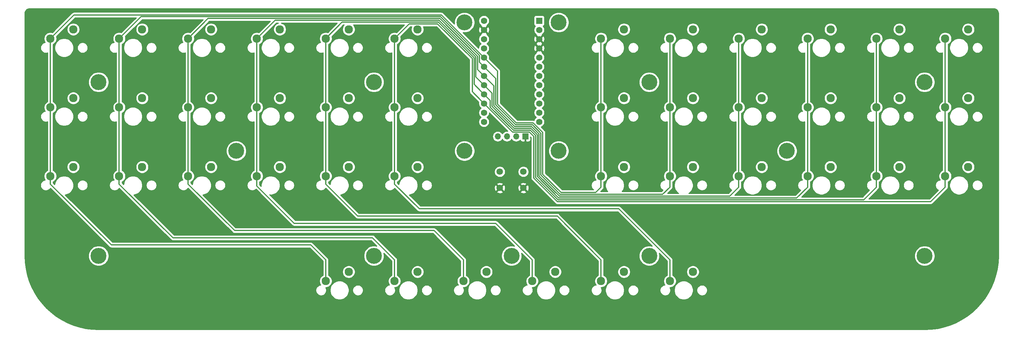
<source format=gtl>
G04 #@! TF.GenerationSoftware,KiCad,Pcbnew,(5.1.4)-1*
G04 #@! TF.CreationDate,2021-07-31T15:59:11-04:00*
G04 #@! TF.ProjectId,horizon,686f7269-7a6f-46e2-9e6b-696361645f70,rev?*
G04 #@! TF.SameCoordinates,Original*
G04 #@! TF.FileFunction,Copper,L1,Top*
G04 #@! TF.FilePolarity,Positive*
%FSLAX46Y46*%
G04 Gerber Fmt 4.6, Leading zero omitted, Abs format (unit mm)*
G04 Created by KiCad (PCBNEW (5.1.4)-1) date 2021-07-31 15:59:11*
%MOMM*%
%LPD*%
G04 APERTURE LIST*
%ADD10C,1.752600*%
%ADD11R,1.752600X1.752600*%
%ADD12O,1.700000X1.700000*%
%ADD13R,1.700000X1.700000*%
%ADD14C,0.700000*%
%ADD15C,4.400000*%
%ADD16C,1.800000*%
%ADD17C,2.298600*%
%ADD18C,0.300000*%
%ADD19C,0.250000*%
G04 APERTURE END LIST*
D10*
X201380000Y-97030000D03*
X216620000Y-124970000D03*
X201380000Y-99570000D03*
X201380000Y-102110000D03*
X201380000Y-104650000D03*
X201380000Y-107190000D03*
X201380000Y-109730000D03*
X201380000Y-112270000D03*
X201380000Y-114810000D03*
X201380000Y-117350000D03*
X201380000Y-119890000D03*
X201380000Y-122430000D03*
X201380000Y-124970000D03*
X216620000Y-122430000D03*
X216620000Y-119890000D03*
X216620000Y-117350000D03*
X216620000Y-114810000D03*
X216620000Y-112270000D03*
X216620000Y-109730000D03*
X216620000Y-107190000D03*
X216620000Y-104650000D03*
X216620000Y-102110000D03*
X216620000Y-99570000D03*
D11*
X216620000Y-97030000D03*
D12*
X205190000Y-129000000D03*
X207730000Y-129000000D03*
X210270000Y-129000000D03*
D13*
X212810000Y-129000000D03*
D14*
X210166726Y-160833274D03*
X209000000Y-160350000D03*
X207833274Y-160833274D03*
X207350000Y-162000000D03*
X207833274Y-163166726D03*
X209000000Y-163650000D03*
X210166726Y-163166726D03*
X210650000Y-162000000D03*
D15*
X209000000Y-162000000D03*
D14*
X248166726Y-160833274D03*
X247000000Y-160350000D03*
X245833274Y-160833274D03*
X245350000Y-162000000D03*
X245833274Y-163166726D03*
X247000000Y-163650000D03*
X248166726Y-163166726D03*
X248650000Y-162000000D03*
D15*
X247000000Y-162000000D03*
D14*
X172166726Y-112833274D03*
X171000000Y-112350000D03*
X169833274Y-112833274D03*
X169350000Y-114000000D03*
X169833274Y-115166726D03*
X171000000Y-115650000D03*
X172166726Y-115166726D03*
X172650000Y-114000000D03*
D15*
X171000000Y-114000000D03*
D14*
X172166726Y-160833274D03*
X171000000Y-160350000D03*
X169833274Y-160833274D03*
X169350000Y-162000000D03*
X169833274Y-163166726D03*
X171000000Y-163650000D03*
X172166726Y-163166726D03*
X172650000Y-162000000D03*
D15*
X171000000Y-162000000D03*
D14*
X286166726Y-131833274D03*
X285000000Y-131350000D03*
X283833274Y-131833274D03*
X283350000Y-133000000D03*
X283833274Y-134166726D03*
X285000000Y-134650000D03*
X286166726Y-134166726D03*
X286650000Y-133000000D03*
D15*
X285000000Y-133000000D03*
D14*
X324166726Y-160833274D03*
X323000000Y-160350000D03*
X321833274Y-160833274D03*
X321350000Y-162000000D03*
X321833274Y-163166726D03*
X323000000Y-163650000D03*
X324166726Y-163166726D03*
X324650000Y-162000000D03*
D15*
X323000000Y-162000000D03*
D16*
X212250000Y-138750000D03*
X212250000Y-143250000D03*
X205750000Y-138750000D03*
X205750000Y-143250000D03*
D14*
X223166726Y-131833274D03*
X222000000Y-131350000D03*
X220833274Y-131833274D03*
X220350000Y-133000000D03*
X220833274Y-134166726D03*
X222000000Y-134650000D03*
X223166726Y-134166726D03*
X223650000Y-133000000D03*
D15*
X222000000Y-133000000D03*
D14*
X223166726Y-96333274D03*
X222000000Y-95850000D03*
X220833274Y-96333274D03*
X220350000Y-97500000D03*
X220833274Y-98666726D03*
X222000000Y-99150000D03*
X223166726Y-98666726D03*
X223650000Y-97500000D03*
D15*
X222000000Y-97500000D03*
D14*
X197166726Y-131833274D03*
X196000000Y-131350000D03*
X194833274Y-131833274D03*
X194350000Y-133000000D03*
X194833274Y-134166726D03*
X196000000Y-134650000D03*
X197166726Y-134166726D03*
X197650000Y-133000000D03*
D15*
X196000000Y-133000000D03*
D14*
X197166726Y-96333274D03*
X196000000Y-95850000D03*
X194833274Y-96333274D03*
X194350000Y-97500000D03*
X194833274Y-98666726D03*
X196000000Y-99150000D03*
X197166726Y-98666726D03*
X197650000Y-97500000D03*
D15*
X196000000Y-97500000D03*
D14*
X96166726Y-160833274D03*
X95000000Y-160350000D03*
X93833274Y-160833274D03*
X93350000Y-162000000D03*
X93833274Y-163166726D03*
X95000000Y-163650000D03*
X96166726Y-163166726D03*
X96650000Y-162000000D03*
D15*
X95000000Y-162000000D03*
D17*
X176690000Y-101960000D03*
X183040000Y-99420000D03*
X252690000Y-168960000D03*
X259040000Y-166420000D03*
X233690000Y-168960000D03*
X240040000Y-166420000D03*
X214690000Y-168960000D03*
X221040000Y-166420000D03*
X195690000Y-168960000D03*
X202040000Y-166420000D03*
X176690000Y-168960000D03*
X183040000Y-166420000D03*
X157690000Y-168960000D03*
X164040000Y-166420000D03*
X328690000Y-139960000D03*
X335040000Y-137420000D03*
X309690000Y-139960000D03*
X316040000Y-137420000D03*
X290690000Y-139960000D03*
X297040000Y-137420000D03*
X271690000Y-139960000D03*
X278040000Y-137420000D03*
X252690000Y-139960000D03*
X259040000Y-137420000D03*
X233690000Y-139960000D03*
X240040000Y-137420000D03*
X328690000Y-120960000D03*
X335040000Y-118420000D03*
X309690000Y-120960000D03*
X316040000Y-118420000D03*
X290690000Y-120960000D03*
X297040000Y-118420000D03*
X271690000Y-120960000D03*
X278040000Y-118420000D03*
X252690000Y-120960000D03*
X259040000Y-118420000D03*
X233690000Y-120960000D03*
X240040000Y-118420000D03*
X328690000Y-101960000D03*
X335040000Y-99420000D03*
X309690000Y-101960000D03*
X316040000Y-99420000D03*
X290690000Y-101960000D03*
X297040000Y-99420000D03*
X271690000Y-101960000D03*
X278040000Y-99420000D03*
X252690000Y-101960000D03*
X259040000Y-99420000D03*
X233690000Y-101960000D03*
X240040000Y-99420000D03*
X176690000Y-139960000D03*
X183040000Y-137420000D03*
X157690000Y-139960000D03*
X164040000Y-137420000D03*
X138690000Y-139960000D03*
X145040000Y-137420000D03*
X119690000Y-139960000D03*
X126040000Y-137420000D03*
X100690000Y-139960000D03*
X107040000Y-137420000D03*
X81690000Y-139960000D03*
X88040000Y-137420000D03*
X176690000Y-120960000D03*
X183040000Y-118420000D03*
X157690000Y-120960000D03*
X164040000Y-118420000D03*
X138690000Y-120960000D03*
X145040000Y-118420000D03*
X119690000Y-120960000D03*
X126040000Y-118420000D03*
X100690000Y-120960000D03*
X107040000Y-118420000D03*
X81690000Y-120960000D03*
X88040000Y-118420000D03*
X157690000Y-101960000D03*
X164040000Y-99420000D03*
X138690000Y-101960000D03*
X145040000Y-99420000D03*
X119690000Y-101960000D03*
X126040000Y-99420000D03*
X100690000Y-101960000D03*
X107040000Y-99420000D03*
X81690000Y-101960000D03*
X88040000Y-99420000D03*
D14*
X324166726Y-112833274D03*
X323000000Y-112350000D03*
X321833274Y-112833274D03*
X321350000Y-114000000D03*
X321833274Y-115166726D03*
X323000000Y-115650000D03*
X324166726Y-115166726D03*
X324650000Y-114000000D03*
D15*
X323000000Y-114000000D03*
D14*
X248166726Y-112833274D03*
X247000000Y-112350000D03*
X245833274Y-112833274D03*
X245350000Y-114000000D03*
X245833274Y-115166726D03*
X247000000Y-115650000D03*
X248166726Y-115166726D03*
X248650000Y-114000000D03*
D15*
X247000000Y-114000000D03*
D14*
X134166726Y-131833274D03*
X133000000Y-131350000D03*
X131833274Y-131833274D03*
X131350000Y-133000000D03*
X131833274Y-134166726D03*
X133000000Y-134650000D03*
X134166726Y-134166726D03*
X134650000Y-133000000D03*
D15*
X133000000Y-133000000D03*
D14*
X96166726Y-112833274D03*
X95000000Y-112350000D03*
X93833274Y-112833274D03*
X93350000Y-114000000D03*
X93833274Y-115166726D03*
X95000000Y-115650000D03*
X96166726Y-115166726D03*
X96650000Y-114000000D03*
D15*
X95000000Y-114000000D03*
D18*
X157690000Y-168960000D02*
X157690000Y-163090000D01*
X88229351Y-95420649D02*
X189610649Y-95420649D01*
X81690000Y-101960000D02*
X88229351Y-95420649D01*
X189610649Y-95420649D02*
X201380000Y-107190000D01*
X233690000Y-101960000D02*
X233690000Y-139960000D01*
X81690000Y-101960000D02*
X81690000Y-139960000D01*
X81690000Y-142158974D02*
X98531026Y-159000000D01*
X81690000Y-139960000D02*
X81690000Y-142158974D01*
X153600000Y-159000000D02*
X157690000Y-163090000D01*
X98531026Y-159000000D02*
X153600000Y-159000000D01*
X233690000Y-143007334D02*
X233690000Y-139960000D01*
X222635590Y-144499990D02*
X232197344Y-144499990D01*
X217600050Y-127924448D02*
X217600050Y-139464450D01*
X232197344Y-144499990D02*
X233690000Y-143007334D01*
X205106351Y-110916351D02*
X205106349Y-110916353D01*
X201380000Y-107190000D02*
X205106351Y-110916351D01*
X205106349Y-110916353D02*
X205106349Y-120080749D01*
X205106349Y-120080749D02*
X210325551Y-125299951D01*
X217600050Y-139464450D02*
X222635590Y-144499990D01*
X210325551Y-125299951D02*
X214975553Y-125299951D01*
X214975553Y-125299951D02*
X217600050Y-127924448D01*
X100690000Y-101960000D02*
X106729341Y-95920659D01*
X106729341Y-95920659D02*
X189403539Y-95920659D01*
X189403539Y-95920659D02*
X200153699Y-106670819D01*
X200153699Y-106670819D02*
X200153699Y-108503699D01*
X200153699Y-108503699D02*
X200503701Y-108853701D01*
X200503701Y-108853701D02*
X201380000Y-109730000D01*
X252690000Y-101960000D02*
X252690000Y-139960000D01*
X100690000Y-101960000D02*
X100690000Y-139960000D01*
X252690000Y-143007334D02*
X250697334Y-145000000D01*
X252690000Y-139960000D02*
X252690000Y-143007334D01*
X250697334Y-145000000D02*
X225000000Y-145000000D01*
X176690000Y-168960000D02*
X176690000Y-163090000D01*
X100690000Y-142158974D02*
X115531026Y-157000000D01*
X100690000Y-139960000D02*
X100690000Y-142158974D01*
X170600000Y-157000000D02*
X176690000Y-163090000D01*
X115531026Y-157000000D02*
X170600000Y-157000000D01*
X225000000Y-145000000D02*
X224999991Y-145000009D01*
X204606341Y-120287861D02*
X204606341Y-112956341D01*
X225000000Y-145000000D02*
X222428480Y-145000000D01*
X222428480Y-145000000D02*
X217100040Y-139671560D01*
X217100040Y-139671560D02*
X217100040Y-128131558D01*
X217100040Y-128131558D02*
X214768443Y-125799961D01*
X202256299Y-110606299D02*
X201380000Y-109730000D01*
X214768443Y-125799961D02*
X210118441Y-125799961D01*
X204606341Y-112956341D02*
X202256299Y-110606299D01*
X210118441Y-125799961D02*
X204606341Y-120287861D01*
X195690000Y-168960000D02*
X195690000Y-163090000D01*
X125229331Y-96420669D02*
X189196429Y-96420669D01*
X119690000Y-101960000D02*
X125229331Y-96420669D01*
X189196429Y-96420669D02*
X199653689Y-106877929D01*
X199653689Y-106877929D02*
X199653689Y-110543689D01*
X199653689Y-110543689D02*
X201380000Y-112270000D01*
X271690000Y-101960000D02*
X271690000Y-139960000D01*
X119690000Y-101960000D02*
X119690000Y-139960000D01*
X119690000Y-142158974D02*
X132531026Y-155000000D01*
X119690000Y-139960000D02*
X119690000Y-142158974D01*
X187600000Y-155000000D02*
X195690000Y-163090000D01*
X132531026Y-155000000D02*
X187600000Y-155000000D01*
X269197324Y-145500010D02*
X271690000Y-143007334D01*
X222221370Y-145500010D02*
X269197324Y-145500010D01*
X216600030Y-139878670D02*
X222221370Y-145500010D01*
X201380000Y-112270000D02*
X204106331Y-114996331D01*
X204106331Y-120494971D02*
X209911331Y-126299971D01*
X209911331Y-126299971D02*
X214561333Y-126299971D01*
X204106331Y-114996331D02*
X204106331Y-120494971D01*
X214561333Y-126299971D02*
X216600030Y-128338668D01*
X271690000Y-143007334D02*
X271690000Y-139960000D01*
X216600030Y-128338668D02*
X216600030Y-139878670D01*
X138690000Y-101960000D02*
X143729321Y-96920679D01*
X143729321Y-96920679D02*
X188989319Y-96920679D01*
X188989319Y-96920679D02*
X199153679Y-107085039D01*
X199153679Y-107085039D02*
X199153679Y-112583679D01*
X199153679Y-112583679D02*
X200503701Y-113933701D01*
X200503701Y-113933701D02*
X201380000Y-114810000D01*
X290690000Y-101960000D02*
X290690000Y-139960000D01*
X138690000Y-101960000D02*
X138690000Y-139960000D01*
X214690000Y-168960000D02*
X214690000Y-163090000D01*
X138690000Y-142690000D02*
X149000000Y-153000000D01*
X138690000Y-139960000D02*
X138690000Y-142690000D01*
X204600000Y-153000000D02*
X214690000Y-163090000D01*
X149000000Y-153000000D02*
X204600000Y-153000000D01*
X202256299Y-115686299D02*
X201380000Y-114810000D01*
X203606321Y-117036321D02*
X202256299Y-115686299D01*
X209704221Y-126799981D02*
X203606321Y-120702081D01*
X203606321Y-120702081D02*
X203606321Y-117036321D01*
X214354223Y-126799981D02*
X209704221Y-126799981D01*
X290690000Y-139960000D02*
X290690000Y-143007334D01*
X290690000Y-143007334D02*
X287697314Y-146000020D01*
X287697314Y-146000020D02*
X222014260Y-146000020D01*
X222014260Y-146000020D02*
X216100020Y-140085780D01*
X216100020Y-140085780D02*
X216100020Y-128545778D01*
X216100020Y-128545778D02*
X214354223Y-126799981D01*
X233690000Y-168960000D02*
X233690000Y-163090000D01*
X157690000Y-101960000D02*
X162229311Y-97420689D01*
X162229311Y-97420689D02*
X188782209Y-97420689D01*
X188782209Y-97420689D02*
X198653669Y-107292149D01*
X198653669Y-107292149D02*
X198653669Y-114623669D01*
X198653669Y-114623669D02*
X200503701Y-116473701D01*
X200503701Y-116473701D02*
X201380000Y-117350000D01*
X309690000Y-101960000D02*
X309690000Y-139960000D01*
X157690000Y-101960000D02*
X157690000Y-139960000D01*
X157690000Y-142158974D02*
X166531026Y-151000000D01*
X157690000Y-139960000D02*
X157690000Y-142158974D01*
X221600000Y-151000000D02*
X233690000Y-163090000D01*
X166531026Y-151000000D02*
X221600000Y-151000000D01*
X309690000Y-143007334D02*
X309690000Y-139960000D01*
X306197304Y-146500030D02*
X309690000Y-143007334D01*
X203106311Y-119076311D02*
X203106311Y-120909191D01*
X203106311Y-120909191D02*
X209497110Y-127299991D01*
X215600010Y-140292890D02*
X221807150Y-146500030D01*
X209497110Y-127299991D02*
X214147113Y-127299991D01*
X201380000Y-117350000D02*
X203106311Y-119076311D01*
X214147113Y-127299991D02*
X215600010Y-128752888D01*
X221807150Y-146500030D02*
X306197304Y-146500030D01*
X215600010Y-128752888D02*
X215600010Y-140292890D01*
X252690000Y-168960000D02*
X252690000Y-163090000D01*
X176690000Y-101960000D02*
X180729301Y-97920699D01*
X180729301Y-97920699D02*
X188575099Y-97920699D01*
X188575099Y-97920699D02*
X198153659Y-107499259D01*
X198153659Y-107499259D02*
X198153659Y-116663659D01*
X198153659Y-116663659D02*
X200503701Y-119013701D01*
X200503701Y-119013701D02*
X201380000Y-119890000D01*
X328690000Y-101960000D02*
X328690000Y-139960000D01*
X176690000Y-101960000D02*
X176690000Y-139960000D01*
X176690000Y-142158974D02*
X183531026Y-149000000D01*
X176690000Y-139960000D02*
X176690000Y-142158974D01*
X238600000Y-149000000D02*
X252690000Y-163090000D01*
X183531026Y-149000000D02*
X238600000Y-149000000D01*
X328690000Y-139960000D02*
X328690000Y-143007334D01*
X328690000Y-143007334D02*
X324697294Y-147000040D01*
X215100000Y-140500000D02*
X221600040Y-147000040D01*
X324697294Y-147000040D02*
X221600040Y-147000040D01*
X201380000Y-119890000D02*
X209290000Y-127800000D01*
X209290000Y-127800000D02*
X213940001Y-127799999D01*
X213940001Y-127799999D02*
X215100000Y-128959998D01*
X215100000Y-128959998D02*
X215100000Y-140500000D01*
D19*
G36*
X342261611Y-93678769D02*
G01*
X342513258Y-93754745D01*
X342745353Y-93878152D01*
X342949060Y-94044292D01*
X343116616Y-94246832D01*
X343241641Y-94478062D01*
X343319373Y-94729172D01*
X343350000Y-95020567D01*
X343350001Y-161985802D01*
X343271946Y-163773563D01*
X343040228Y-165533635D01*
X342655993Y-167266803D01*
X342122163Y-168959897D01*
X341442802Y-170600020D01*
X340623078Y-172174694D01*
X339669235Y-173671928D01*
X338588528Y-175080332D01*
X337389185Y-176389185D01*
X336080332Y-177588528D01*
X334671923Y-178669238D01*
X333174686Y-179623083D01*
X331600020Y-180442802D01*
X329959897Y-181122163D01*
X328266803Y-181655993D01*
X326533635Y-182040228D01*
X324773563Y-182271946D01*
X322985825Y-182350000D01*
X95014175Y-182350000D01*
X93226437Y-182271946D01*
X91466365Y-182040228D01*
X89733197Y-181655993D01*
X88040103Y-181122163D01*
X86399980Y-180442802D01*
X84825306Y-179623078D01*
X83328072Y-178669235D01*
X81919668Y-177588528D01*
X80610815Y-176389185D01*
X79411472Y-175080332D01*
X78330762Y-173671923D01*
X77376917Y-172174686D01*
X76557198Y-170600020D01*
X75877837Y-168959897D01*
X75344007Y-167266803D01*
X74959772Y-165533635D01*
X74728054Y-163773563D01*
X74650000Y-161985825D01*
X74650000Y-161721762D01*
X92175000Y-161721762D01*
X92175000Y-162278238D01*
X92283563Y-162824022D01*
X92496517Y-163338139D01*
X92805679Y-163800833D01*
X93199167Y-164194321D01*
X93661861Y-164503483D01*
X94175978Y-164716437D01*
X94721762Y-164825000D01*
X95278238Y-164825000D01*
X95824022Y-164716437D01*
X96338139Y-164503483D01*
X96800833Y-164194321D01*
X97194321Y-163800833D01*
X97503483Y-163338139D01*
X97716437Y-162824022D01*
X97825000Y-162278238D01*
X97825000Y-161721762D01*
X97716437Y-161175978D01*
X97503483Y-160661861D01*
X97194321Y-160199167D01*
X96800833Y-159805679D01*
X96338139Y-159496517D01*
X95824022Y-159283563D01*
X95278238Y-159175000D01*
X94721762Y-159175000D01*
X94175978Y-159283563D01*
X93661861Y-159496517D01*
X93199167Y-159805679D01*
X92805679Y-160199167D01*
X92496517Y-160661861D01*
X92283563Y-161175978D01*
X92175000Y-161721762D01*
X74650000Y-161721762D01*
X74650000Y-104354637D01*
X78944100Y-104354637D01*
X78944100Y-104645363D01*
X79000818Y-104930504D01*
X79112075Y-105199101D01*
X79273594Y-105440831D01*
X79479169Y-105646406D01*
X79720899Y-105807925D01*
X79989496Y-105919182D01*
X80274637Y-105975900D01*
X80565363Y-105975900D01*
X80850504Y-105919182D01*
X80915000Y-105892467D01*
X80915000Y-119360527D01*
X80849554Y-119387636D01*
X80558950Y-119581811D01*
X80311811Y-119828950D01*
X80117636Y-120119554D01*
X79983885Y-120442456D01*
X79915700Y-120785247D01*
X79915700Y-121134753D01*
X79983885Y-121477544D01*
X80117636Y-121800446D01*
X80267963Y-122025427D01*
X79989496Y-122080818D01*
X79720899Y-122192075D01*
X79479169Y-122353594D01*
X79273594Y-122559169D01*
X79112075Y-122800899D01*
X79000818Y-123069496D01*
X78944100Y-123354637D01*
X78944100Y-123645363D01*
X79000818Y-123930504D01*
X79112075Y-124199101D01*
X79273594Y-124440831D01*
X79479169Y-124646406D01*
X79720899Y-124807925D01*
X79989496Y-124919182D01*
X80274637Y-124975900D01*
X80565363Y-124975900D01*
X80850504Y-124919182D01*
X80915001Y-124892467D01*
X80915001Y-138360527D01*
X80849554Y-138387636D01*
X80558950Y-138581811D01*
X80311811Y-138828950D01*
X80117636Y-139119554D01*
X79983885Y-139442456D01*
X79915700Y-139785247D01*
X79915700Y-140134753D01*
X79983885Y-140477544D01*
X80117636Y-140800446D01*
X80267963Y-141025427D01*
X79989496Y-141080818D01*
X79720899Y-141192075D01*
X79479169Y-141353594D01*
X79273594Y-141559169D01*
X79112075Y-141800899D01*
X79000818Y-142069496D01*
X78944100Y-142354637D01*
X78944100Y-142645363D01*
X79000818Y-142930504D01*
X79112075Y-143199101D01*
X79273594Y-143440831D01*
X79479169Y-143646406D01*
X79720899Y-143807925D01*
X79989496Y-143919182D01*
X80274637Y-143975900D01*
X80565363Y-143975900D01*
X80850504Y-143919182D01*
X81119101Y-143807925D01*
X81360831Y-143646406D01*
X81566406Y-143440831D01*
X81690349Y-143255337D01*
X97956098Y-159521087D01*
X97980367Y-159550659D01*
X98098376Y-159647506D01*
X98233012Y-159719470D01*
X98379100Y-159763786D01*
X98492961Y-159775000D01*
X98492962Y-159775000D01*
X98531025Y-159778749D01*
X98569088Y-159775000D01*
X153278986Y-159775000D01*
X156915001Y-163411017D01*
X156915000Y-167360527D01*
X156849554Y-167387636D01*
X156558950Y-167581811D01*
X156311811Y-167828950D01*
X156117636Y-168119554D01*
X155983885Y-168442456D01*
X155915700Y-168785247D01*
X155915700Y-169134753D01*
X155983885Y-169477544D01*
X156117636Y-169800446D01*
X156267963Y-170025427D01*
X155989496Y-170080818D01*
X155720899Y-170192075D01*
X155479169Y-170353594D01*
X155273594Y-170559169D01*
X155112075Y-170800899D01*
X155000818Y-171069496D01*
X154944100Y-171354637D01*
X154944100Y-171645363D01*
X155000818Y-171930504D01*
X155112075Y-172199101D01*
X155273594Y-172440831D01*
X155479169Y-172646406D01*
X155720899Y-172807925D01*
X155989496Y-172919182D01*
X156274637Y-172975900D01*
X156565363Y-172975900D01*
X156850504Y-172919182D01*
X157119101Y-172807925D01*
X157360831Y-172646406D01*
X157566406Y-172440831D01*
X157727925Y-172199101D01*
X157839182Y-171930504D01*
X157895900Y-171645363D01*
X157895900Y-171354637D01*
X157873508Y-171242061D01*
X158881100Y-171242061D01*
X158881100Y-171757939D01*
X158981743Y-172263905D01*
X159179161Y-172740514D01*
X159465767Y-173169452D01*
X159830548Y-173534233D01*
X160259486Y-173820839D01*
X160736095Y-174018257D01*
X161242061Y-174118900D01*
X161757939Y-174118900D01*
X162263905Y-174018257D01*
X162740514Y-173820839D01*
X163169452Y-173534233D01*
X163534233Y-173169452D01*
X163820839Y-172740514D01*
X164018257Y-172263905D01*
X164118900Y-171757939D01*
X164118900Y-171354637D01*
X165104100Y-171354637D01*
X165104100Y-171645363D01*
X165160818Y-171930504D01*
X165272075Y-172199101D01*
X165433594Y-172440831D01*
X165639169Y-172646406D01*
X165880899Y-172807925D01*
X166149496Y-172919182D01*
X166434637Y-172975900D01*
X166725363Y-172975900D01*
X167010504Y-172919182D01*
X167279101Y-172807925D01*
X167520831Y-172646406D01*
X167726406Y-172440831D01*
X167887925Y-172199101D01*
X167999182Y-171930504D01*
X168055900Y-171645363D01*
X168055900Y-171354637D01*
X167999182Y-171069496D01*
X167887925Y-170800899D01*
X167726406Y-170559169D01*
X167520831Y-170353594D01*
X167279101Y-170192075D01*
X167010504Y-170080818D01*
X166725363Y-170024100D01*
X166434637Y-170024100D01*
X166149496Y-170080818D01*
X165880899Y-170192075D01*
X165639169Y-170353594D01*
X165433594Y-170559169D01*
X165272075Y-170800899D01*
X165160818Y-171069496D01*
X165104100Y-171354637D01*
X164118900Y-171354637D01*
X164118900Y-171242061D01*
X164018257Y-170736095D01*
X163820839Y-170259486D01*
X163534233Y-169830548D01*
X163169452Y-169465767D01*
X162740514Y-169179161D01*
X162263905Y-168981743D01*
X161757939Y-168881100D01*
X161242061Y-168881100D01*
X160736095Y-168981743D01*
X160259486Y-169179161D01*
X159830548Y-169465767D01*
X159465767Y-169830548D01*
X159179161Y-170259486D01*
X158981743Y-170736095D01*
X158881100Y-171242061D01*
X157873508Y-171242061D01*
X157839182Y-171069496D01*
X157727925Y-170800899D01*
X157683425Y-170734300D01*
X157864753Y-170734300D01*
X158207544Y-170666115D01*
X158530446Y-170532364D01*
X158821050Y-170338189D01*
X159068189Y-170091050D01*
X159262364Y-169800446D01*
X159396115Y-169477544D01*
X159464300Y-169134753D01*
X159464300Y-168785247D01*
X159396115Y-168442456D01*
X159262364Y-168119554D01*
X159068189Y-167828950D01*
X158821050Y-167581811D01*
X158530446Y-167387636D01*
X158465000Y-167360527D01*
X158465000Y-166245247D01*
X162265700Y-166245247D01*
X162265700Y-166594753D01*
X162333885Y-166937544D01*
X162467636Y-167260446D01*
X162661811Y-167551050D01*
X162908950Y-167798189D01*
X163199554Y-167992364D01*
X163522456Y-168126115D01*
X163865247Y-168194300D01*
X164214753Y-168194300D01*
X164557544Y-168126115D01*
X164880446Y-167992364D01*
X165171050Y-167798189D01*
X165418189Y-167551050D01*
X165612364Y-167260446D01*
X165746115Y-166937544D01*
X165814300Y-166594753D01*
X165814300Y-166245247D01*
X165746115Y-165902456D01*
X165612364Y-165579554D01*
X165418189Y-165288950D01*
X165171050Y-165041811D01*
X164880446Y-164847636D01*
X164557544Y-164713885D01*
X164214753Y-164645700D01*
X163865247Y-164645700D01*
X163522456Y-164713885D01*
X163199554Y-164847636D01*
X162908950Y-165041811D01*
X162661811Y-165288950D01*
X162467636Y-165579554D01*
X162333885Y-165902456D01*
X162265700Y-166245247D01*
X158465000Y-166245247D01*
X158465000Y-163128062D01*
X158468749Y-163089999D01*
X158462689Y-163028473D01*
X158453786Y-162938074D01*
X158409470Y-162791986D01*
X158337506Y-162657350D01*
X158240659Y-162539341D01*
X158211092Y-162515077D01*
X154174932Y-158478918D01*
X154150659Y-158449341D01*
X154032650Y-158352494D01*
X153898014Y-158280530D01*
X153751926Y-158236214D01*
X153638065Y-158225000D01*
X153638063Y-158225000D01*
X153600000Y-158221251D01*
X153561937Y-158225000D01*
X98852041Y-158225000D01*
X85745940Y-145118900D01*
X85757939Y-145118900D01*
X86263905Y-145018257D01*
X86740514Y-144820839D01*
X87169452Y-144534233D01*
X87534233Y-144169452D01*
X87820839Y-143740514D01*
X88018257Y-143263905D01*
X88118900Y-142757939D01*
X88118900Y-142354637D01*
X89104100Y-142354637D01*
X89104100Y-142645363D01*
X89160818Y-142930504D01*
X89272075Y-143199101D01*
X89433594Y-143440831D01*
X89639169Y-143646406D01*
X89880899Y-143807925D01*
X90149496Y-143919182D01*
X90434637Y-143975900D01*
X90725363Y-143975900D01*
X91010504Y-143919182D01*
X91279101Y-143807925D01*
X91520831Y-143646406D01*
X91726406Y-143440831D01*
X91887925Y-143199101D01*
X91999182Y-142930504D01*
X92055900Y-142645363D01*
X92055900Y-142354637D01*
X91999182Y-142069496D01*
X91887925Y-141800899D01*
X91726406Y-141559169D01*
X91520831Y-141353594D01*
X91279101Y-141192075D01*
X91010504Y-141080818D01*
X90725363Y-141024100D01*
X90434637Y-141024100D01*
X90149496Y-141080818D01*
X89880899Y-141192075D01*
X89639169Y-141353594D01*
X89433594Y-141559169D01*
X89272075Y-141800899D01*
X89160818Y-142069496D01*
X89104100Y-142354637D01*
X88118900Y-142354637D01*
X88118900Y-142242061D01*
X88018257Y-141736095D01*
X87820839Y-141259486D01*
X87534233Y-140830548D01*
X87169452Y-140465767D01*
X86740514Y-140179161D01*
X86263905Y-139981743D01*
X85757939Y-139881100D01*
X85242061Y-139881100D01*
X84736095Y-139981743D01*
X84259486Y-140179161D01*
X83830548Y-140465767D01*
X83465767Y-140830548D01*
X83179161Y-141259486D01*
X82981743Y-141736095D01*
X82881100Y-142242061D01*
X82881100Y-142254060D01*
X82465000Y-141837960D01*
X82465000Y-141559473D01*
X82530446Y-141532364D01*
X82821050Y-141338189D01*
X83068189Y-141091050D01*
X83262364Y-140800446D01*
X83396115Y-140477544D01*
X83464300Y-140134753D01*
X83464300Y-139785247D01*
X83396115Y-139442456D01*
X83262364Y-139119554D01*
X83068189Y-138828950D01*
X82821050Y-138581811D01*
X82530446Y-138387636D01*
X82465000Y-138360527D01*
X82465000Y-137245247D01*
X86265700Y-137245247D01*
X86265700Y-137594753D01*
X86333885Y-137937544D01*
X86467636Y-138260446D01*
X86661811Y-138551050D01*
X86908950Y-138798189D01*
X87199554Y-138992364D01*
X87522456Y-139126115D01*
X87865247Y-139194300D01*
X88214753Y-139194300D01*
X88557544Y-139126115D01*
X88880446Y-138992364D01*
X89171050Y-138798189D01*
X89418189Y-138551050D01*
X89612364Y-138260446D01*
X89746115Y-137937544D01*
X89814300Y-137594753D01*
X89814300Y-137245247D01*
X89746115Y-136902456D01*
X89612364Y-136579554D01*
X89418189Y-136288950D01*
X89171050Y-136041811D01*
X88880446Y-135847636D01*
X88557544Y-135713885D01*
X88214753Y-135645700D01*
X87865247Y-135645700D01*
X87522456Y-135713885D01*
X87199554Y-135847636D01*
X86908950Y-136041811D01*
X86661811Y-136288950D01*
X86467636Y-136579554D01*
X86333885Y-136902456D01*
X86265700Y-137245247D01*
X82465000Y-137245247D01*
X82465000Y-123242061D01*
X82881100Y-123242061D01*
X82881100Y-123757939D01*
X82981743Y-124263905D01*
X83179161Y-124740514D01*
X83465767Y-125169452D01*
X83830548Y-125534233D01*
X84259486Y-125820839D01*
X84736095Y-126018257D01*
X85242061Y-126118900D01*
X85757939Y-126118900D01*
X86263905Y-126018257D01*
X86740514Y-125820839D01*
X87169452Y-125534233D01*
X87534233Y-125169452D01*
X87820839Y-124740514D01*
X88018257Y-124263905D01*
X88118900Y-123757939D01*
X88118900Y-123354637D01*
X89104100Y-123354637D01*
X89104100Y-123645363D01*
X89160818Y-123930504D01*
X89272075Y-124199101D01*
X89433594Y-124440831D01*
X89639169Y-124646406D01*
X89880899Y-124807925D01*
X90149496Y-124919182D01*
X90434637Y-124975900D01*
X90725363Y-124975900D01*
X91010504Y-124919182D01*
X91279101Y-124807925D01*
X91520831Y-124646406D01*
X91726406Y-124440831D01*
X91887925Y-124199101D01*
X91999182Y-123930504D01*
X92055900Y-123645363D01*
X92055900Y-123354637D01*
X91999182Y-123069496D01*
X91887925Y-122800899D01*
X91726406Y-122559169D01*
X91520831Y-122353594D01*
X91279101Y-122192075D01*
X91010504Y-122080818D01*
X90725363Y-122024100D01*
X90434637Y-122024100D01*
X90149496Y-122080818D01*
X89880899Y-122192075D01*
X89639169Y-122353594D01*
X89433594Y-122559169D01*
X89272075Y-122800899D01*
X89160818Y-123069496D01*
X89104100Y-123354637D01*
X88118900Y-123354637D01*
X88118900Y-123242061D01*
X88018257Y-122736095D01*
X87820839Y-122259486D01*
X87534233Y-121830548D01*
X87169452Y-121465767D01*
X86740514Y-121179161D01*
X86263905Y-120981743D01*
X85757939Y-120881100D01*
X85242061Y-120881100D01*
X84736095Y-120981743D01*
X84259486Y-121179161D01*
X83830548Y-121465767D01*
X83465767Y-121830548D01*
X83179161Y-122259486D01*
X82981743Y-122736095D01*
X82881100Y-123242061D01*
X82465000Y-123242061D01*
X82465000Y-122559473D01*
X82530446Y-122532364D01*
X82821050Y-122338189D01*
X83068189Y-122091050D01*
X83262364Y-121800446D01*
X83396115Y-121477544D01*
X83464300Y-121134753D01*
X83464300Y-120785247D01*
X83396115Y-120442456D01*
X83262364Y-120119554D01*
X83068189Y-119828950D01*
X82821050Y-119581811D01*
X82530446Y-119387636D01*
X82465000Y-119360527D01*
X82465000Y-118245247D01*
X86265700Y-118245247D01*
X86265700Y-118594753D01*
X86333885Y-118937544D01*
X86467636Y-119260446D01*
X86661811Y-119551050D01*
X86908950Y-119798189D01*
X87199554Y-119992364D01*
X87522456Y-120126115D01*
X87865247Y-120194300D01*
X88214753Y-120194300D01*
X88557544Y-120126115D01*
X88880446Y-119992364D01*
X89171050Y-119798189D01*
X89418189Y-119551050D01*
X89612364Y-119260446D01*
X89746115Y-118937544D01*
X89814300Y-118594753D01*
X89814300Y-118245247D01*
X89746115Y-117902456D01*
X89612364Y-117579554D01*
X89418189Y-117288950D01*
X89171050Y-117041811D01*
X88880446Y-116847636D01*
X88557544Y-116713885D01*
X88214753Y-116645700D01*
X87865247Y-116645700D01*
X87522456Y-116713885D01*
X87199554Y-116847636D01*
X86908950Y-117041811D01*
X86661811Y-117288950D01*
X86467636Y-117579554D01*
X86333885Y-117902456D01*
X86265700Y-118245247D01*
X82465000Y-118245247D01*
X82465000Y-113721762D01*
X92175000Y-113721762D01*
X92175000Y-114278238D01*
X92283563Y-114824022D01*
X92496517Y-115338139D01*
X92805679Y-115800833D01*
X93199167Y-116194321D01*
X93661861Y-116503483D01*
X94175978Y-116716437D01*
X94721762Y-116825000D01*
X95278238Y-116825000D01*
X95824022Y-116716437D01*
X96338139Y-116503483D01*
X96800833Y-116194321D01*
X97194321Y-115800833D01*
X97503483Y-115338139D01*
X97716437Y-114824022D01*
X97825000Y-114278238D01*
X97825000Y-113721762D01*
X97716437Y-113175978D01*
X97503483Y-112661861D01*
X97194321Y-112199167D01*
X96800833Y-111805679D01*
X96338139Y-111496517D01*
X95824022Y-111283563D01*
X95278238Y-111175000D01*
X94721762Y-111175000D01*
X94175978Y-111283563D01*
X93661861Y-111496517D01*
X93199167Y-111805679D01*
X92805679Y-112199167D01*
X92496517Y-112661861D01*
X92283563Y-113175978D01*
X92175000Y-113721762D01*
X82465000Y-113721762D01*
X82465000Y-104242061D01*
X82881100Y-104242061D01*
X82881100Y-104757939D01*
X82981743Y-105263905D01*
X83179161Y-105740514D01*
X83465767Y-106169452D01*
X83830548Y-106534233D01*
X84259486Y-106820839D01*
X84736095Y-107018257D01*
X85242061Y-107118900D01*
X85757939Y-107118900D01*
X86263905Y-107018257D01*
X86740514Y-106820839D01*
X87169452Y-106534233D01*
X87534233Y-106169452D01*
X87820839Y-105740514D01*
X88018257Y-105263905D01*
X88118900Y-104757939D01*
X88118900Y-104354637D01*
X89104100Y-104354637D01*
X89104100Y-104645363D01*
X89160818Y-104930504D01*
X89272075Y-105199101D01*
X89433594Y-105440831D01*
X89639169Y-105646406D01*
X89880899Y-105807925D01*
X90149496Y-105919182D01*
X90434637Y-105975900D01*
X90725363Y-105975900D01*
X91010504Y-105919182D01*
X91279101Y-105807925D01*
X91520831Y-105646406D01*
X91726406Y-105440831D01*
X91887925Y-105199101D01*
X91999182Y-104930504D01*
X92055900Y-104645363D01*
X92055900Y-104354637D01*
X91999182Y-104069496D01*
X91887925Y-103800899D01*
X91726406Y-103559169D01*
X91520831Y-103353594D01*
X91279101Y-103192075D01*
X91010504Y-103080818D01*
X90725363Y-103024100D01*
X90434637Y-103024100D01*
X90149496Y-103080818D01*
X89880899Y-103192075D01*
X89639169Y-103353594D01*
X89433594Y-103559169D01*
X89272075Y-103800899D01*
X89160818Y-104069496D01*
X89104100Y-104354637D01*
X88118900Y-104354637D01*
X88118900Y-104242061D01*
X88018257Y-103736095D01*
X87820839Y-103259486D01*
X87534233Y-102830548D01*
X87169452Y-102465767D01*
X86740514Y-102179161D01*
X86263905Y-101981743D01*
X85757939Y-101881100D01*
X85242061Y-101881100D01*
X84736095Y-101981743D01*
X84259486Y-102179161D01*
X83830548Y-102465767D01*
X83465767Y-102830548D01*
X83179161Y-103259486D01*
X82981743Y-103736095D01*
X82881100Y-104242061D01*
X82465000Y-104242061D01*
X82465000Y-103559473D01*
X82530446Y-103532364D01*
X82821050Y-103338189D01*
X83068189Y-103091050D01*
X83262364Y-102800446D01*
X83396115Y-102477544D01*
X83464300Y-102134753D01*
X83464300Y-101785247D01*
X83396115Y-101442456D01*
X83369006Y-101377009D01*
X85500768Y-99245247D01*
X86265700Y-99245247D01*
X86265700Y-99594753D01*
X86333885Y-99937544D01*
X86467636Y-100260446D01*
X86661811Y-100551050D01*
X86908950Y-100798189D01*
X87199554Y-100992364D01*
X87522456Y-101126115D01*
X87865247Y-101194300D01*
X88214753Y-101194300D01*
X88557544Y-101126115D01*
X88880446Y-100992364D01*
X89171050Y-100798189D01*
X89418189Y-100551050D01*
X89612364Y-100260446D01*
X89746115Y-99937544D01*
X89814300Y-99594753D01*
X89814300Y-99245247D01*
X89746115Y-98902456D01*
X89612364Y-98579554D01*
X89418189Y-98288950D01*
X89171050Y-98041811D01*
X88880446Y-97847636D01*
X88557544Y-97713885D01*
X88214753Y-97645700D01*
X87865247Y-97645700D01*
X87522456Y-97713885D01*
X87199554Y-97847636D01*
X86908950Y-98041811D01*
X86661811Y-98288950D01*
X86467636Y-98579554D01*
X86333885Y-98902456D01*
X86265700Y-99245247D01*
X85500768Y-99245247D01*
X88550366Y-96195649D01*
X105358336Y-96195649D01*
X101272991Y-100280994D01*
X101207544Y-100253885D01*
X100864753Y-100185700D01*
X100515247Y-100185700D01*
X100172456Y-100253885D01*
X99849554Y-100387636D01*
X99558950Y-100581811D01*
X99311811Y-100828950D01*
X99117636Y-101119554D01*
X98983885Y-101442456D01*
X98915700Y-101785247D01*
X98915700Y-102134753D01*
X98983885Y-102477544D01*
X99117636Y-102800446D01*
X99267963Y-103025427D01*
X98989496Y-103080818D01*
X98720899Y-103192075D01*
X98479169Y-103353594D01*
X98273594Y-103559169D01*
X98112075Y-103800899D01*
X98000818Y-104069496D01*
X97944100Y-104354637D01*
X97944100Y-104645363D01*
X98000818Y-104930504D01*
X98112075Y-105199101D01*
X98273594Y-105440831D01*
X98479169Y-105646406D01*
X98720899Y-105807925D01*
X98989496Y-105919182D01*
X99274637Y-105975900D01*
X99565363Y-105975900D01*
X99850504Y-105919182D01*
X99915000Y-105892467D01*
X99915000Y-119360527D01*
X99849554Y-119387636D01*
X99558950Y-119581811D01*
X99311811Y-119828950D01*
X99117636Y-120119554D01*
X98983885Y-120442456D01*
X98915700Y-120785247D01*
X98915700Y-121134753D01*
X98983885Y-121477544D01*
X99117636Y-121800446D01*
X99267963Y-122025427D01*
X98989496Y-122080818D01*
X98720899Y-122192075D01*
X98479169Y-122353594D01*
X98273594Y-122559169D01*
X98112075Y-122800899D01*
X98000818Y-123069496D01*
X97944100Y-123354637D01*
X97944100Y-123645363D01*
X98000818Y-123930504D01*
X98112075Y-124199101D01*
X98273594Y-124440831D01*
X98479169Y-124646406D01*
X98720899Y-124807925D01*
X98989496Y-124919182D01*
X99274637Y-124975900D01*
X99565363Y-124975900D01*
X99850504Y-124919182D01*
X99915001Y-124892467D01*
X99915001Y-138360527D01*
X99849554Y-138387636D01*
X99558950Y-138581811D01*
X99311811Y-138828950D01*
X99117636Y-139119554D01*
X98983885Y-139442456D01*
X98915700Y-139785247D01*
X98915700Y-140134753D01*
X98983885Y-140477544D01*
X99117636Y-140800446D01*
X99267963Y-141025427D01*
X98989496Y-141080818D01*
X98720899Y-141192075D01*
X98479169Y-141353594D01*
X98273594Y-141559169D01*
X98112075Y-141800899D01*
X98000818Y-142069496D01*
X97944100Y-142354637D01*
X97944100Y-142645363D01*
X98000818Y-142930504D01*
X98112075Y-143199101D01*
X98273594Y-143440831D01*
X98479169Y-143646406D01*
X98720899Y-143807925D01*
X98989496Y-143919182D01*
X99274637Y-143975900D01*
X99565363Y-143975900D01*
X99850504Y-143919182D01*
X100119101Y-143807925D01*
X100360831Y-143646406D01*
X100566406Y-143440831D01*
X100690349Y-143255337D01*
X114956098Y-157521087D01*
X114980367Y-157550659D01*
X115098376Y-157647506D01*
X115233012Y-157719470D01*
X115379100Y-157763786D01*
X115492961Y-157775000D01*
X115492962Y-157775000D01*
X115531025Y-157778749D01*
X115569088Y-157775000D01*
X170278986Y-157775000D01*
X171778492Y-159274507D01*
X171278238Y-159175000D01*
X170721762Y-159175000D01*
X170175978Y-159283563D01*
X169661861Y-159496517D01*
X169199167Y-159805679D01*
X168805679Y-160199167D01*
X168496517Y-160661861D01*
X168283563Y-161175978D01*
X168175000Y-161721762D01*
X168175000Y-162278238D01*
X168283563Y-162824022D01*
X168496517Y-163338139D01*
X168805679Y-163800833D01*
X169199167Y-164194321D01*
X169661861Y-164503483D01*
X170175978Y-164716437D01*
X170721762Y-164825000D01*
X171278238Y-164825000D01*
X171824022Y-164716437D01*
X172338139Y-164503483D01*
X172800833Y-164194321D01*
X173194321Y-163800833D01*
X173503483Y-163338139D01*
X173716437Y-162824022D01*
X173825000Y-162278238D01*
X173825000Y-161721762D01*
X173725494Y-161221509D01*
X175915001Y-163411017D01*
X175915000Y-167360527D01*
X175849554Y-167387636D01*
X175558950Y-167581811D01*
X175311811Y-167828950D01*
X175117636Y-168119554D01*
X174983885Y-168442456D01*
X174915700Y-168785247D01*
X174915700Y-169134753D01*
X174983885Y-169477544D01*
X175117636Y-169800446D01*
X175267963Y-170025427D01*
X174989496Y-170080818D01*
X174720899Y-170192075D01*
X174479169Y-170353594D01*
X174273594Y-170559169D01*
X174112075Y-170800899D01*
X174000818Y-171069496D01*
X173944100Y-171354637D01*
X173944100Y-171645363D01*
X174000818Y-171930504D01*
X174112075Y-172199101D01*
X174273594Y-172440831D01*
X174479169Y-172646406D01*
X174720899Y-172807925D01*
X174989496Y-172919182D01*
X175274637Y-172975900D01*
X175565363Y-172975900D01*
X175850504Y-172919182D01*
X176119101Y-172807925D01*
X176360831Y-172646406D01*
X176566406Y-172440831D01*
X176727925Y-172199101D01*
X176839182Y-171930504D01*
X176895900Y-171645363D01*
X176895900Y-171354637D01*
X176873508Y-171242061D01*
X177881100Y-171242061D01*
X177881100Y-171757939D01*
X177981743Y-172263905D01*
X178179161Y-172740514D01*
X178465767Y-173169452D01*
X178830548Y-173534233D01*
X179259486Y-173820839D01*
X179736095Y-174018257D01*
X180242061Y-174118900D01*
X180757939Y-174118900D01*
X181263905Y-174018257D01*
X181740514Y-173820839D01*
X182169452Y-173534233D01*
X182534233Y-173169452D01*
X182820839Y-172740514D01*
X183018257Y-172263905D01*
X183118900Y-171757939D01*
X183118900Y-171354637D01*
X184104100Y-171354637D01*
X184104100Y-171645363D01*
X184160818Y-171930504D01*
X184272075Y-172199101D01*
X184433594Y-172440831D01*
X184639169Y-172646406D01*
X184880899Y-172807925D01*
X185149496Y-172919182D01*
X185434637Y-172975900D01*
X185725363Y-172975900D01*
X186010504Y-172919182D01*
X186279101Y-172807925D01*
X186520831Y-172646406D01*
X186726406Y-172440831D01*
X186887925Y-172199101D01*
X186999182Y-171930504D01*
X187055900Y-171645363D01*
X187055900Y-171354637D01*
X186999182Y-171069496D01*
X186887925Y-170800899D01*
X186726406Y-170559169D01*
X186520831Y-170353594D01*
X186279101Y-170192075D01*
X186010504Y-170080818D01*
X185725363Y-170024100D01*
X185434637Y-170024100D01*
X185149496Y-170080818D01*
X184880899Y-170192075D01*
X184639169Y-170353594D01*
X184433594Y-170559169D01*
X184272075Y-170800899D01*
X184160818Y-171069496D01*
X184104100Y-171354637D01*
X183118900Y-171354637D01*
X183118900Y-171242061D01*
X183018257Y-170736095D01*
X182820839Y-170259486D01*
X182534233Y-169830548D01*
X182169452Y-169465767D01*
X181740514Y-169179161D01*
X181263905Y-168981743D01*
X180757939Y-168881100D01*
X180242061Y-168881100D01*
X179736095Y-168981743D01*
X179259486Y-169179161D01*
X178830548Y-169465767D01*
X178465767Y-169830548D01*
X178179161Y-170259486D01*
X177981743Y-170736095D01*
X177881100Y-171242061D01*
X176873508Y-171242061D01*
X176839182Y-171069496D01*
X176727925Y-170800899D01*
X176683425Y-170734300D01*
X176864753Y-170734300D01*
X177207544Y-170666115D01*
X177530446Y-170532364D01*
X177821050Y-170338189D01*
X178068189Y-170091050D01*
X178262364Y-169800446D01*
X178396115Y-169477544D01*
X178464300Y-169134753D01*
X178464300Y-168785247D01*
X178396115Y-168442456D01*
X178262364Y-168119554D01*
X178068189Y-167828950D01*
X177821050Y-167581811D01*
X177530446Y-167387636D01*
X177465000Y-167360527D01*
X177465000Y-166245247D01*
X181265700Y-166245247D01*
X181265700Y-166594753D01*
X181333885Y-166937544D01*
X181467636Y-167260446D01*
X181661811Y-167551050D01*
X181908950Y-167798189D01*
X182199554Y-167992364D01*
X182522456Y-168126115D01*
X182865247Y-168194300D01*
X183214753Y-168194300D01*
X183557544Y-168126115D01*
X183880446Y-167992364D01*
X184171050Y-167798189D01*
X184418189Y-167551050D01*
X184612364Y-167260446D01*
X184746115Y-166937544D01*
X184814300Y-166594753D01*
X184814300Y-166245247D01*
X184746115Y-165902456D01*
X184612364Y-165579554D01*
X184418189Y-165288950D01*
X184171050Y-165041811D01*
X183880446Y-164847636D01*
X183557544Y-164713885D01*
X183214753Y-164645700D01*
X182865247Y-164645700D01*
X182522456Y-164713885D01*
X182199554Y-164847636D01*
X181908950Y-165041811D01*
X181661811Y-165288950D01*
X181467636Y-165579554D01*
X181333885Y-165902456D01*
X181265700Y-166245247D01*
X177465000Y-166245247D01*
X177465000Y-163128063D01*
X177468749Y-163090000D01*
X177462689Y-163028473D01*
X177453786Y-162938074D01*
X177409470Y-162791986D01*
X177409470Y-162791985D01*
X177337506Y-162657349D01*
X177264924Y-162568908D01*
X177264923Y-162568907D01*
X177240659Y-162539341D01*
X177211093Y-162515077D01*
X171174932Y-156478918D01*
X171150659Y-156449341D01*
X171032650Y-156352494D01*
X170898014Y-156280530D01*
X170751926Y-156236214D01*
X170638065Y-156225000D01*
X170638063Y-156225000D01*
X170600000Y-156221251D01*
X170561937Y-156225000D01*
X115852041Y-156225000D01*
X104745940Y-145118900D01*
X104757939Y-145118900D01*
X105263905Y-145018257D01*
X105740514Y-144820839D01*
X106169452Y-144534233D01*
X106534233Y-144169452D01*
X106820839Y-143740514D01*
X107018257Y-143263905D01*
X107118900Y-142757939D01*
X107118900Y-142354637D01*
X108104100Y-142354637D01*
X108104100Y-142645363D01*
X108160818Y-142930504D01*
X108272075Y-143199101D01*
X108433594Y-143440831D01*
X108639169Y-143646406D01*
X108880899Y-143807925D01*
X109149496Y-143919182D01*
X109434637Y-143975900D01*
X109725363Y-143975900D01*
X110010504Y-143919182D01*
X110279101Y-143807925D01*
X110520831Y-143646406D01*
X110726406Y-143440831D01*
X110887925Y-143199101D01*
X110999182Y-142930504D01*
X111055900Y-142645363D01*
X111055900Y-142354637D01*
X110999182Y-142069496D01*
X110887925Y-141800899D01*
X110726406Y-141559169D01*
X110520831Y-141353594D01*
X110279101Y-141192075D01*
X110010504Y-141080818D01*
X109725363Y-141024100D01*
X109434637Y-141024100D01*
X109149496Y-141080818D01*
X108880899Y-141192075D01*
X108639169Y-141353594D01*
X108433594Y-141559169D01*
X108272075Y-141800899D01*
X108160818Y-142069496D01*
X108104100Y-142354637D01*
X107118900Y-142354637D01*
X107118900Y-142242061D01*
X107018257Y-141736095D01*
X106820839Y-141259486D01*
X106534233Y-140830548D01*
X106169452Y-140465767D01*
X105740514Y-140179161D01*
X105263905Y-139981743D01*
X104757939Y-139881100D01*
X104242061Y-139881100D01*
X103736095Y-139981743D01*
X103259486Y-140179161D01*
X102830548Y-140465767D01*
X102465767Y-140830548D01*
X102179161Y-141259486D01*
X101981743Y-141736095D01*
X101881100Y-142242061D01*
X101881100Y-142254060D01*
X101465000Y-141837960D01*
X101465000Y-141559473D01*
X101530446Y-141532364D01*
X101821050Y-141338189D01*
X102068189Y-141091050D01*
X102262364Y-140800446D01*
X102396115Y-140477544D01*
X102464300Y-140134753D01*
X102464300Y-139785247D01*
X102396115Y-139442456D01*
X102262364Y-139119554D01*
X102068189Y-138828950D01*
X101821050Y-138581811D01*
X101530446Y-138387636D01*
X101465000Y-138360527D01*
X101465000Y-137245247D01*
X105265700Y-137245247D01*
X105265700Y-137594753D01*
X105333885Y-137937544D01*
X105467636Y-138260446D01*
X105661811Y-138551050D01*
X105908950Y-138798189D01*
X106199554Y-138992364D01*
X106522456Y-139126115D01*
X106865247Y-139194300D01*
X107214753Y-139194300D01*
X107557544Y-139126115D01*
X107880446Y-138992364D01*
X108171050Y-138798189D01*
X108418189Y-138551050D01*
X108612364Y-138260446D01*
X108746115Y-137937544D01*
X108814300Y-137594753D01*
X108814300Y-137245247D01*
X108746115Y-136902456D01*
X108612364Y-136579554D01*
X108418189Y-136288950D01*
X108171050Y-136041811D01*
X107880446Y-135847636D01*
X107557544Y-135713885D01*
X107214753Y-135645700D01*
X106865247Y-135645700D01*
X106522456Y-135713885D01*
X106199554Y-135847636D01*
X105908950Y-136041811D01*
X105661811Y-136288950D01*
X105467636Y-136579554D01*
X105333885Y-136902456D01*
X105265700Y-137245247D01*
X101465000Y-137245247D01*
X101465000Y-123242061D01*
X101881100Y-123242061D01*
X101881100Y-123757939D01*
X101981743Y-124263905D01*
X102179161Y-124740514D01*
X102465767Y-125169452D01*
X102830548Y-125534233D01*
X103259486Y-125820839D01*
X103736095Y-126018257D01*
X104242061Y-126118900D01*
X104757939Y-126118900D01*
X105263905Y-126018257D01*
X105740514Y-125820839D01*
X106169452Y-125534233D01*
X106534233Y-125169452D01*
X106820839Y-124740514D01*
X107018257Y-124263905D01*
X107118900Y-123757939D01*
X107118900Y-123354637D01*
X108104100Y-123354637D01*
X108104100Y-123645363D01*
X108160818Y-123930504D01*
X108272075Y-124199101D01*
X108433594Y-124440831D01*
X108639169Y-124646406D01*
X108880899Y-124807925D01*
X109149496Y-124919182D01*
X109434637Y-124975900D01*
X109725363Y-124975900D01*
X110010504Y-124919182D01*
X110279101Y-124807925D01*
X110520831Y-124646406D01*
X110726406Y-124440831D01*
X110887925Y-124199101D01*
X110999182Y-123930504D01*
X111055900Y-123645363D01*
X111055900Y-123354637D01*
X110999182Y-123069496D01*
X110887925Y-122800899D01*
X110726406Y-122559169D01*
X110520831Y-122353594D01*
X110279101Y-122192075D01*
X110010504Y-122080818D01*
X109725363Y-122024100D01*
X109434637Y-122024100D01*
X109149496Y-122080818D01*
X108880899Y-122192075D01*
X108639169Y-122353594D01*
X108433594Y-122559169D01*
X108272075Y-122800899D01*
X108160818Y-123069496D01*
X108104100Y-123354637D01*
X107118900Y-123354637D01*
X107118900Y-123242061D01*
X107018257Y-122736095D01*
X106820839Y-122259486D01*
X106534233Y-121830548D01*
X106169452Y-121465767D01*
X105740514Y-121179161D01*
X105263905Y-120981743D01*
X104757939Y-120881100D01*
X104242061Y-120881100D01*
X103736095Y-120981743D01*
X103259486Y-121179161D01*
X102830548Y-121465767D01*
X102465767Y-121830548D01*
X102179161Y-122259486D01*
X101981743Y-122736095D01*
X101881100Y-123242061D01*
X101465000Y-123242061D01*
X101465000Y-122559473D01*
X101530446Y-122532364D01*
X101821050Y-122338189D01*
X102068189Y-122091050D01*
X102262364Y-121800446D01*
X102396115Y-121477544D01*
X102464300Y-121134753D01*
X102464300Y-120785247D01*
X102396115Y-120442456D01*
X102262364Y-120119554D01*
X102068189Y-119828950D01*
X101821050Y-119581811D01*
X101530446Y-119387636D01*
X101465000Y-119360527D01*
X101465000Y-118245247D01*
X105265700Y-118245247D01*
X105265700Y-118594753D01*
X105333885Y-118937544D01*
X105467636Y-119260446D01*
X105661811Y-119551050D01*
X105908950Y-119798189D01*
X106199554Y-119992364D01*
X106522456Y-120126115D01*
X106865247Y-120194300D01*
X107214753Y-120194300D01*
X107557544Y-120126115D01*
X107880446Y-119992364D01*
X108171050Y-119798189D01*
X108418189Y-119551050D01*
X108612364Y-119260446D01*
X108746115Y-118937544D01*
X108814300Y-118594753D01*
X108814300Y-118245247D01*
X108746115Y-117902456D01*
X108612364Y-117579554D01*
X108418189Y-117288950D01*
X108171050Y-117041811D01*
X107880446Y-116847636D01*
X107557544Y-116713885D01*
X107214753Y-116645700D01*
X106865247Y-116645700D01*
X106522456Y-116713885D01*
X106199554Y-116847636D01*
X105908950Y-117041811D01*
X105661811Y-117288950D01*
X105467636Y-117579554D01*
X105333885Y-117902456D01*
X105265700Y-118245247D01*
X101465000Y-118245247D01*
X101465000Y-104242061D01*
X101881100Y-104242061D01*
X101881100Y-104757939D01*
X101981743Y-105263905D01*
X102179161Y-105740514D01*
X102465767Y-106169452D01*
X102830548Y-106534233D01*
X103259486Y-106820839D01*
X103736095Y-107018257D01*
X104242061Y-107118900D01*
X104757939Y-107118900D01*
X105263905Y-107018257D01*
X105740514Y-106820839D01*
X106169452Y-106534233D01*
X106534233Y-106169452D01*
X106820839Y-105740514D01*
X107018257Y-105263905D01*
X107118900Y-104757939D01*
X107118900Y-104354637D01*
X108104100Y-104354637D01*
X108104100Y-104645363D01*
X108160818Y-104930504D01*
X108272075Y-105199101D01*
X108433594Y-105440831D01*
X108639169Y-105646406D01*
X108880899Y-105807925D01*
X109149496Y-105919182D01*
X109434637Y-105975900D01*
X109725363Y-105975900D01*
X110010504Y-105919182D01*
X110279101Y-105807925D01*
X110520831Y-105646406D01*
X110726406Y-105440831D01*
X110887925Y-105199101D01*
X110999182Y-104930504D01*
X111055900Y-104645363D01*
X111055900Y-104354637D01*
X110999182Y-104069496D01*
X110887925Y-103800899D01*
X110726406Y-103559169D01*
X110520831Y-103353594D01*
X110279101Y-103192075D01*
X110010504Y-103080818D01*
X109725363Y-103024100D01*
X109434637Y-103024100D01*
X109149496Y-103080818D01*
X108880899Y-103192075D01*
X108639169Y-103353594D01*
X108433594Y-103559169D01*
X108272075Y-103800899D01*
X108160818Y-104069496D01*
X108104100Y-104354637D01*
X107118900Y-104354637D01*
X107118900Y-104242061D01*
X107018257Y-103736095D01*
X106820839Y-103259486D01*
X106534233Y-102830548D01*
X106169452Y-102465767D01*
X105740514Y-102179161D01*
X105263905Y-101981743D01*
X104757939Y-101881100D01*
X104242061Y-101881100D01*
X103736095Y-101981743D01*
X103259486Y-102179161D01*
X102830548Y-102465767D01*
X102465767Y-102830548D01*
X102179161Y-103259486D01*
X101981743Y-103736095D01*
X101881100Y-104242061D01*
X101465000Y-104242061D01*
X101465000Y-103559473D01*
X101530446Y-103532364D01*
X101821050Y-103338189D01*
X102068189Y-103091050D01*
X102262364Y-102800446D01*
X102396115Y-102477544D01*
X102464300Y-102134753D01*
X102464300Y-101785247D01*
X102396115Y-101442456D01*
X102369006Y-101377009D01*
X104500768Y-99245247D01*
X105265700Y-99245247D01*
X105265700Y-99594753D01*
X105333885Y-99937544D01*
X105467636Y-100260446D01*
X105661811Y-100551050D01*
X105908950Y-100798189D01*
X106199554Y-100992364D01*
X106522456Y-101126115D01*
X106865247Y-101194300D01*
X107214753Y-101194300D01*
X107557544Y-101126115D01*
X107880446Y-100992364D01*
X108171050Y-100798189D01*
X108418189Y-100551050D01*
X108612364Y-100260446D01*
X108746115Y-99937544D01*
X108814300Y-99594753D01*
X108814300Y-99245247D01*
X108746115Y-98902456D01*
X108612364Y-98579554D01*
X108418189Y-98288950D01*
X108171050Y-98041811D01*
X107880446Y-97847636D01*
X107557544Y-97713885D01*
X107214753Y-97645700D01*
X106865247Y-97645700D01*
X106522456Y-97713885D01*
X106199554Y-97847636D01*
X105908950Y-98041811D01*
X105661811Y-98288950D01*
X105467636Y-98579554D01*
X105333885Y-98902456D01*
X105265700Y-99245247D01*
X104500768Y-99245247D01*
X107050356Y-96695659D01*
X123858326Y-96695659D01*
X120272991Y-100280994D01*
X120207544Y-100253885D01*
X119864753Y-100185700D01*
X119515247Y-100185700D01*
X119172456Y-100253885D01*
X118849554Y-100387636D01*
X118558950Y-100581811D01*
X118311811Y-100828950D01*
X118117636Y-101119554D01*
X117983885Y-101442456D01*
X117915700Y-101785247D01*
X117915700Y-102134753D01*
X117983885Y-102477544D01*
X118117636Y-102800446D01*
X118267963Y-103025427D01*
X117989496Y-103080818D01*
X117720899Y-103192075D01*
X117479169Y-103353594D01*
X117273594Y-103559169D01*
X117112075Y-103800899D01*
X117000818Y-104069496D01*
X116944100Y-104354637D01*
X116944100Y-104645363D01*
X117000818Y-104930504D01*
X117112075Y-105199101D01*
X117273594Y-105440831D01*
X117479169Y-105646406D01*
X117720899Y-105807925D01*
X117989496Y-105919182D01*
X118274637Y-105975900D01*
X118565363Y-105975900D01*
X118850504Y-105919182D01*
X118915000Y-105892467D01*
X118915000Y-119360527D01*
X118849554Y-119387636D01*
X118558950Y-119581811D01*
X118311811Y-119828950D01*
X118117636Y-120119554D01*
X117983885Y-120442456D01*
X117915700Y-120785247D01*
X117915700Y-121134753D01*
X117983885Y-121477544D01*
X118117636Y-121800446D01*
X118267963Y-122025427D01*
X117989496Y-122080818D01*
X117720899Y-122192075D01*
X117479169Y-122353594D01*
X117273594Y-122559169D01*
X117112075Y-122800899D01*
X117000818Y-123069496D01*
X116944100Y-123354637D01*
X116944100Y-123645363D01*
X117000818Y-123930504D01*
X117112075Y-124199101D01*
X117273594Y-124440831D01*
X117479169Y-124646406D01*
X117720899Y-124807925D01*
X117989496Y-124919182D01*
X118274637Y-124975900D01*
X118565363Y-124975900D01*
X118850504Y-124919182D01*
X118915001Y-124892467D01*
X118915001Y-138360527D01*
X118849554Y-138387636D01*
X118558950Y-138581811D01*
X118311811Y-138828950D01*
X118117636Y-139119554D01*
X117983885Y-139442456D01*
X117915700Y-139785247D01*
X117915700Y-140134753D01*
X117983885Y-140477544D01*
X118117636Y-140800446D01*
X118267963Y-141025427D01*
X117989496Y-141080818D01*
X117720899Y-141192075D01*
X117479169Y-141353594D01*
X117273594Y-141559169D01*
X117112075Y-141800899D01*
X117000818Y-142069496D01*
X116944100Y-142354637D01*
X116944100Y-142645363D01*
X117000818Y-142930504D01*
X117112075Y-143199101D01*
X117273594Y-143440831D01*
X117479169Y-143646406D01*
X117720899Y-143807925D01*
X117989496Y-143919182D01*
X118274637Y-143975900D01*
X118565363Y-143975900D01*
X118850504Y-143919182D01*
X119119101Y-143807925D01*
X119360831Y-143646406D01*
X119566406Y-143440831D01*
X119690349Y-143255337D01*
X131956098Y-155521087D01*
X131980367Y-155550659D01*
X132055914Y-155612658D01*
X132098375Y-155647506D01*
X132170339Y-155685971D01*
X132233012Y-155719470D01*
X132379100Y-155763786D01*
X132492961Y-155775000D01*
X132492962Y-155775000D01*
X132531025Y-155778749D01*
X132569088Y-155775000D01*
X187278986Y-155775000D01*
X194915001Y-163411016D01*
X194915000Y-167360527D01*
X194849554Y-167387636D01*
X194558950Y-167581811D01*
X194311811Y-167828950D01*
X194117636Y-168119554D01*
X193983885Y-168442456D01*
X193915700Y-168785247D01*
X193915700Y-169134753D01*
X193983885Y-169477544D01*
X194117636Y-169800446D01*
X194267963Y-170025427D01*
X193989496Y-170080818D01*
X193720899Y-170192075D01*
X193479169Y-170353594D01*
X193273594Y-170559169D01*
X193112075Y-170800899D01*
X193000818Y-171069496D01*
X192944100Y-171354637D01*
X192944100Y-171645363D01*
X193000818Y-171930504D01*
X193112075Y-172199101D01*
X193273594Y-172440831D01*
X193479169Y-172646406D01*
X193720899Y-172807925D01*
X193989496Y-172919182D01*
X194274637Y-172975900D01*
X194565363Y-172975900D01*
X194850504Y-172919182D01*
X195119101Y-172807925D01*
X195360831Y-172646406D01*
X195566406Y-172440831D01*
X195727925Y-172199101D01*
X195839182Y-171930504D01*
X195895900Y-171645363D01*
X195895900Y-171354637D01*
X195873508Y-171242061D01*
X196881100Y-171242061D01*
X196881100Y-171757939D01*
X196981743Y-172263905D01*
X197179161Y-172740514D01*
X197465767Y-173169452D01*
X197830548Y-173534233D01*
X198259486Y-173820839D01*
X198736095Y-174018257D01*
X199242061Y-174118900D01*
X199757939Y-174118900D01*
X200263905Y-174018257D01*
X200740514Y-173820839D01*
X201169452Y-173534233D01*
X201534233Y-173169452D01*
X201820839Y-172740514D01*
X202018257Y-172263905D01*
X202118900Y-171757939D01*
X202118900Y-171354637D01*
X203104100Y-171354637D01*
X203104100Y-171645363D01*
X203160818Y-171930504D01*
X203272075Y-172199101D01*
X203433594Y-172440831D01*
X203639169Y-172646406D01*
X203880899Y-172807925D01*
X204149496Y-172919182D01*
X204434637Y-172975900D01*
X204725363Y-172975900D01*
X205010504Y-172919182D01*
X205279101Y-172807925D01*
X205520831Y-172646406D01*
X205726406Y-172440831D01*
X205887925Y-172199101D01*
X205999182Y-171930504D01*
X206055900Y-171645363D01*
X206055900Y-171354637D01*
X205999182Y-171069496D01*
X205887925Y-170800899D01*
X205726406Y-170559169D01*
X205520831Y-170353594D01*
X205279101Y-170192075D01*
X205010504Y-170080818D01*
X204725363Y-170024100D01*
X204434637Y-170024100D01*
X204149496Y-170080818D01*
X203880899Y-170192075D01*
X203639169Y-170353594D01*
X203433594Y-170559169D01*
X203272075Y-170800899D01*
X203160818Y-171069496D01*
X203104100Y-171354637D01*
X202118900Y-171354637D01*
X202118900Y-171242061D01*
X202018257Y-170736095D01*
X201820839Y-170259486D01*
X201534233Y-169830548D01*
X201169452Y-169465767D01*
X200740514Y-169179161D01*
X200263905Y-168981743D01*
X199757939Y-168881100D01*
X199242061Y-168881100D01*
X198736095Y-168981743D01*
X198259486Y-169179161D01*
X197830548Y-169465767D01*
X197465767Y-169830548D01*
X197179161Y-170259486D01*
X196981743Y-170736095D01*
X196881100Y-171242061D01*
X195873508Y-171242061D01*
X195839182Y-171069496D01*
X195727925Y-170800899D01*
X195683425Y-170734300D01*
X195864753Y-170734300D01*
X196207544Y-170666115D01*
X196530446Y-170532364D01*
X196821050Y-170338189D01*
X197068189Y-170091050D01*
X197262364Y-169800446D01*
X197396115Y-169477544D01*
X197464300Y-169134753D01*
X197464300Y-168785247D01*
X197396115Y-168442456D01*
X197262364Y-168119554D01*
X197068189Y-167828950D01*
X196821050Y-167581811D01*
X196530446Y-167387636D01*
X196465000Y-167360527D01*
X196465000Y-166245247D01*
X200265700Y-166245247D01*
X200265700Y-166594753D01*
X200333885Y-166937544D01*
X200467636Y-167260446D01*
X200661811Y-167551050D01*
X200908950Y-167798189D01*
X201199554Y-167992364D01*
X201522456Y-168126115D01*
X201865247Y-168194300D01*
X202214753Y-168194300D01*
X202557544Y-168126115D01*
X202880446Y-167992364D01*
X203171050Y-167798189D01*
X203418189Y-167551050D01*
X203612364Y-167260446D01*
X203746115Y-166937544D01*
X203814300Y-166594753D01*
X203814300Y-166245247D01*
X203746115Y-165902456D01*
X203612364Y-165579554D01*
X203418189Y-165288950D01*
X203171050Y-165041811D01*
X202880446Y-164847636D01*
X202557544Y-164713885D01*
X202214753Y-164645700D01*
X201865247Y-164645700D01*
X201522456Y-164713885D01*
X201199554Y-164847636D01*
X200908950Y-165041811D01*
X200661811Y-165288950D01*
X200467636Y-165579554D01*
X200333885Y-165902456D01*
X200265700Y-166245247D01*
X196465000Y-166245247D01*
X196465000Y-163128063D01*
X196468749Y-163090000D01*
X196462689Y-163028473D01*
X196453786Y-162938074D01*
X196409470Y-162791986D01*
X196409470Y-162791985D01*
X196337506Y-162657349D01*
X196293253Y-162603427D01*
X196240659Y-162539341D01*
X196211087Y-162515072D01*
X188174933Y-154478918D01*
X188150659Y-154449341D01*
X188032650Y-154352494D01*
X187898014Y-154280530D01*
X187751926Y-154236214D01*
X187638065Y-154225000D01*
X187638063Y-154225000D01*
X187600000Y-154221251D01*
X187561937Y-154225000D01*
X132852041Y-154225000D01*
X123745940Y-145118900D01*
X123757939Y-145118900D01*
X124263905Y-145018257D01*
X124740514Y-144820839D01*
X125169452Y-144534233D01*
X125534233Y-144169452D01*
X125820839Y-143740514D01*
X126018257Y-143263905D01*
X126118900Y-142757939D01*
X126118900Y-142354637D01*
X127104100Y-142354637D01*
X127104100Y-142645363D01*
X127160818Y-142930504D01*
X127272075Y-143199101D01*
X127433594Y-143440831D01*
X127639169Y-143646406D01*
X127880899Y-143807925D01*
X128149496Y-143919182D01*
X128434637Y-143975900D01*
X128725363Y-143975900D01*
X129010504Y-143919182D01*
X129279101Y-143807925D01*
X129520831Y-143646406D01*
X129726406Y-143440831D01*
X129887925Y-143199101D01*
X129999182Y-142930504D01*
X130055900Y-142645363D01*
X130055900Y-142354637D01*
X129999182Y-142069496D01*
X129887925Y-141800899D01*
X129726406Y-141559169D01*
X129520831Y-141353594D01*
X129279101Y-141192075D01*
X129010504Y-141080818D01*
X128725363Y-141024100D01*
X128434637Y-141024100D01*
X128149496Y-141080818D01*
X127880899Y-141192075D01*
X127639169Y-141353594D01*
X127433594Y-141559169D01*
X127272075Y-141800899D01*
X127160818Y-142069496D01*
X127104100Y-142354637D01*
X126118900Y-142354637D01*
X126118900Y-142242061D01*
X126018257Y-141736095D01*
X125820839Y-141259486D01*
X125534233Y-140830548D01*
X125169452Y-140465767D01*
X124740514Y-140179161D01*
X124263905Y-139981743D01*
X123757939Y-139881100D01*
X123242061Y-139881100D01*
X122736095Y-139981743D01*
X122259486Y-140179161D01*
X121830548Y-140465767D01*
X121465767Y-140830548D01*
X121179161Y-141259486D01*
X120981743Y-141736095D01*
X120881100Y-142242061D01*
X120881100Y-142254060D01*
X120465000Y-141837960D01*
X120465000Y-141559473D01*
X120530446Y-141532364D01*
X120821050Y-141338189D01*
X121068189Y-141091050D01*
X121262364Y-140800446D01*
X121396115Y-140477544D01*
X121464300Y-140134753D01*
X121464300Y-139785247D01*
X121396115Y-139442456D01*
X121262364Y-139119554D01*
X121068189Y-138828950D01*
X120821050Y-138581811D01*
X120530446Y-138387636D01*
X120465000Y-138360527D01*
X120465000Y-137245247D01*
X124265700Y-137245247D01*
X124265700Y-137594753D01*
X124333885Y-137937544D01*
X124467636Y-138260446D01*
X124661811Y-138551050D01*
X124908950Y-138798189D01*
X125199554Y-138992364D01*
X125522456Y-139126115D01*
X125865247Y-139194300D01*
X126214753Y-139194300D01*
X126557544Y-139126115D01*
X126880446Y-138992364D01*
X127171050Y-138798189D01*
X127418189Y-138551050D01*
X127612364Y-138260446D01*
X127746115Y-137937544D01*
X127814300Y-137594753D01*
X127814300Y-137245247D01*
X127746115Y-136902456D01*
X127612364Y-136579554D01*
X127418189Y-136288950D01*
X127171050Y-136041811D01*
X126880446Y-135847636D01*
X126557544Y-135713885D01*
X126214753Y-135645700D01*
X125865247Y-135645700D01*
X125522456Y-135713885D01*
X125199554Y-135847636D01*
X124908950Y-136041811D01*
X124661811Y-136288950D01*
X124467636Y-136579554D01*
X124333885Y-136902456D01*
X124265700Y-137245247D01*
X120465000Y-137245247D01*
X120465000Y-132721762D01*
X130175000Y-132721762D01*
X130175000Y-133278238D01*
X130283563Y-133824022D01*
X130496517Y-134338139D01*
X130805679Y-134800833D01*
X131199167Y-135194321D01*
X131661861Y-135503483D01*
X132175978Y-135716437D01*
X132721762Y-135825000D01*
X133278238Y-135825000D01*
X133824022Y-135716437D01*
X134338139Y-135503483D01*
X134800833Y-135194321D01*
X135194321Y-134800833D01*
X135503483Y-134338139D01*
X135716437Y-133824022D01*
X135825000Y-133278238D01*
X135825000Y-132721762D01*
X135716437Y-132175978D01*
X135503483Y-131661861D01*
X135194321Y-131199167D01*
X134800833Y-130805679D01*
X134338139Y-130496517D01*
X133824022Y-130283563D01*
X133278238Y-130175000D01*
X132721762Y-130175000D01*
X132175978Y-130283563D01*
X131661861Y-130496517D01*
X131199167Y-130805679D01*
X130805679Y-131199167D01*
X130496517Y-131661861D01*
X130283563Y-132175978D01*
X130175000Y-132721762D01*
X120465000Y-132721762D01*
X120465000Y-123242061D01*
X120881100Y-123242061D01*
X120881100Y-123757939D01*
X120981743Y-124263905D01*
X121179161Y-124740514D01*
X121465767Y-125169452D01*
X121830548Y-125534233D01*
X122259486Y-125820839D01*
X122736095Y-126018257D01*
X123242061Y-126118900D01*
X123757939Y-126118900D01*
X124263905Y-126018257D01*
X124740514Y-125820839D01*
X125169452Y-125534233D01*
X125534233Y-125169452D01*
X125820839Y-124740514D01*
X126018257Y-124263905D01*
X126118900Y-123757939D01*
X126118900Y-123354637D01*
X127104100Y-123354637D01*
X127104100Y-123645363D01*
X127160818Y-123930504D01*
X127272075Y-124199101D01*
X127433594Y-124440831D01*
X127639169Y-124646406D01*
X127880899Y-124807925D01*
X128149496Y-124919182D01*
X128434637Y-124975900D01*
X128725363Y-124975900D01*
X129010504Y-124919182D01*
X129279101Y-124807925D01*
X129520831Y-124646406D01*
X129726406Y-124440831D01*
X129887925Y-124199101D01*
X129999182Y-123930504D01*
X130055900Y-123645363D01*
X130055900Y-123354637D01*
X129999182Y-123069496D01*
X129887925Y-122800899D01*
X129726406Y-122559169D01*
X129520831Y-122353594D01*
X129279101Y-122192075D01*
X129010504Y-122080818D01*
X128725363Y-122024100D01*
X128434637Y-122024100D01*
X128149496Y-122080818D01*
X127880899Y-122192075D01*
X127639169Y-122353594D01*
X127433594Y-122559169D01*
X127272075Y-122800899D01*
X127160818Y-123069496D01*
X127104100Y-123354637D01*
X126118900Y-123354637D01*
X126118900Y-123242061D01*
X126018257Y-122736095D01*
X125820839Y-122259486D01*
X125534233Y-121830548D01*
X125169452Y-121465767D01*
X124740514Y-121179161D01*
X124263905Y-120981743D01*
X123757939Y-120881100D01*
X123242061Y-120881100D01*
X122736095Y-120981743D01*
X122259486Y-121179161D01*
X121830548Y-121465767D01*
X121465767Y-121830548D01*
X121179161Y-122259486D01*
X120981743Y-122736095D01*
X120881100Y-123242061D01*
X120465000Y-123242061D01*
X120465000Y-122559473D01*
X120530446Y-122532364D01*
X120821050Y-122338189D01*
X121068189Y-122091050D01*
X121262364Y-121800446D01*
X121396115Y-121477544D01*
X121464300Y-121134753D01*
X121464300Y-120785247D01*
X121396115Y-120442456D01*
X121262364Y-120119554D01*
X121068189Y-119828950D01*
X120821050Y-119581811D01*
X120530446Y-119387636D01*
X120465000Y-119360527D01*
X120465000Y-118245247D01*
X124265700Y-118245247D01*
X124265700Y-118594753D01*
X124333885Y-118937544D01*
X124467636Y-119260446D01*
X124661811Y-119551050D01*
X124908950Y-119798189D01*
X125199554Y-119992364D01*
X125522456Y-120126115D01*
X125865247Y-120194300D01*
X126214753Y-120194300D01*
X126557544Y-120126115D01*
X126880446Y-119992364D01*
X127171050Y-119798189D01*
X127418189Y-119551050D01*
X127612364Y-119260446D01*
X127746115Y-118937544D01*
X127814300Y-118594753D01*
X127814300Y-118245247D01*
X127746115Y-117902456D01*
X127612364Y-117579554D01*
X127418189Y-117288950D01*
X127171050Y-117041811D01*
X126880446Y-116847636D01*
X126557544Y-116713885D01*
X126214753Y-116645700D01*
X125865247Y-116645700D01*
X125522456Y-116713885D01*
X125199554Y-116847636D01*
X124908950Y-117041811D01*
X124661811Y-117288950D01*
X124467636Y-117579554D01*
X124333885Y-117902456D01*
X124265700Y-118245247D01*
X120465000Y-118245247D01*
X120465000Y-104242061D01*
X120881100Y-104242061D01*
X120881100Y-104757939D01*
X120981743Y-105263905D01*
X121179161Y-105740514D01*
X121465767Y-106169452D01*
X121830548Y-106534233D01*
X122259486Y-106820839D01*
X122736095Y-107018257D01*
X123242061Y-107118900D01*
X123757939Y-107118900D01*
X124263905Y-107018257D01*
X124740514Y-106820839D01*
X125169452Y-106534233D01*
X125534233Y-106169452D01*
X125820839Y-105740514D01*
X126018257Y-105263905D01*
X126118900Y-104757939D01*
X126118900Y-104354637D01*
X127104100Y-104354637D01*
X127104100Y-104645363D01*
X127160818Y-104930504D01*
X127272075Y-105199101D01*
X127433594Y-105440831D01*
X127639169Y-105646406D01*
X127880899Y-105807925D01*
X128149496Y-105919182D01*
X128434637Y-105975900D01*
X128725363Y-105975900D01*
X129010504Y-105919182D01*
X129279101Y-105807925D01*
X129520831Y-105646406D01*
X129726406Y-105440831D01*
X129887925Y-105199101D01*
X129999182Y-104930504D01*
X130055900Y-104645363D01*
X130055900Y-104354637D01*
X129999182Y-104069496D01*
X129887925Y-103800899D01*
X129726406Y-103559169D01*
X129520831Y-103353594D01*
X129279101Y-103192075D01*
X129010504Y-103080818D01*
X128725363Y-103024100D01*
X128434637Y-103024100D01*
X128149496Y-103080818D01*
X127880899Y-103192075D01*
X127639169Y-103353594D01*
X127433594Y-103559169D01*
X127272075Y-103800899D01*
X127160818Y-104069496D01*
X127104100Y-104354637D01*
X126118900Y-104354637D01*
X126118900Y-104242061D01*
X126018257Y-103736095D01*
X125820839Y-103259486D01*
X125534233Y-102830548D01*
X125169452Y-102465767D01*
X124740514Y-102179161D01*
X124263905Y-101981743D01*
X123757939Y-101881100D01*
X123242061Y-101881100D01*
X122736095Y-101981743D01*
X122259486Y-102179161D01*
X121830548Y-102465767D01*
X121465767Y-102830548D01*
X121179161Y-103259486D01*
X120981743Y-103736095D01*
X120881100Y-104242061D01*
X120465000Y-104242061D01*
X120465000Y-103559473D01*
X120530446Y-103532364D01*
X120821050Y-103338189D01*
X121068189Y-103091050D01*
X121262364Y-102800446D01*
X121396115Y-102477544D01*
X121464300Y-102134753D01*
X121464300Y-101785247D01*
X121396115Y-101442456D01*
X121369006Y-101377009D01*
X123500768Y-99245247D01*
X124265700Y-99245247D01*
X124265700Y-99594753D01*
X124333885Y-99937544D01*
X124467636Y-100260446D01*
X124661811Y-100551050D01*
X124908950Y-100798189D01*
X125199554Y-100992364D01*
X125522456Y-101126115D01*
X125865247Y-101194300D01*
X126214753Y-101194300D01*
X126557544Y-101126115D01*
X126880446Y-100992364D01*
X127171050Y-100798189D01*
X127418189Y-100551050D01*
X127612364Y-100260446D01*
X127746115Y-99937544D01*
X127814300Y-99594753D01*
X127814300Y-99245247D01*
X127746115Y-98902456D01*
X127612364Y-98579554D01*
X127418189Y-98288950D01*
X127171050Y-98041811D01*
X126880446Y-97847636D01*
X126557544Y-97713885D01*
X126214753Y-97645700D01*
X125865247Y-97645700D01*
X125522456Y-97713885D01*
X125199554Y-97847636D01*
X124908950Y-98041811D01*
X124661811Y-98288950D01*
X124467636Y-98579554D01*
X124333885Y-98902456D01*
X124265700Y-99245247D01*
X123500768Y-99245247D01*
X125550346Y-97195669D01*
X142358316Y-97195669D01*
X139272991Y-100280994D01*
X139207544Y-100253885D01*
X138864753Y-100185700D01*
X138515247Y-100185700D01*
X138172456Y-100253885D01*
X137849554Y-100387636D01*
X137558950Y-100581811D01*
X137311811Y-100828950D01*
X137117636Y-101119554D01*
X136983885Y-101442456D01*
X136915700Y-101785247D01*
X136915700Y-102134753D01*
X136983885Y-102477544D01*
X137117636Y-102800446D01*
X137267963Y-103025427D01*
X136989496Y-103080818D01*
X136720899Y-103192075D01*
X136479169Y-103353594D01*
X136273594Y-103559169D01*
X136112075Y-103800899D01*
X136000818Y-104069496D01*
X135944100Y-104354637D01*
X135944100Y-104645363D01*
X136000818Y-104930504D01*
X136112075Y-105199101D01*
X136273594Y-105440831D01*
X136479169Y-105646406D01*
X136720899Y-105807925D01*
X136989496Y-105919182D01*
X137274637Y-105975900D01*
X137565363Y-105975900D01*
X137850504Y-105919182D01*
X137915000Y-105892467D01*
X137915000Y-119360527D01*
X137849554Y-119387636D01*
X137558950Y-119581811D01*
X137311811Y-119828950D01*
X137117636Y-120119554D01*
X136983885Y-120442456D01*
X136915700Y-120785247D01*
X136915700Y-121134753D01*
X136983885Y-121477544D01*
X137117636Y-121800446D01*
X137267963Y-122025427D01*
X136989496Y-122080818D01*
X136720899Y-122192075D01*
X136479169Y-122353594D01*
X136273594Y-122559169D01*
X136112075Y-122800899D01*
X136000818Y-123069496D01*
X135944100Y-123354637D01*
X135944100Y-123645363D01*
X136000818Y-123930504D01*
X136112075Y-124199101D01*
X136273594Y-124440831D01*
X136479169Y-124646406D01*
X136720899Y-124807925D01*
X136989496Y-124919182D01*
X137274637Y-124975900D01*
X137565363Y-124975900D01*
X137850504Y-124919182D01*
X137915001Y-124892467D01*
X137915001Y-138360527D01*
X137849554Y-138387636D01*
X137558950Y-138581811D01*
X137311811Y-138828950D01*
X137117636Y-139119554D01*
X136983885Y-139442456D01*
X136915700Y-139785247D01*
X136915700Y-140134753D01*
X136983885Y-140477544D01*
X137117636Y-140800446D01*
X137267963Y-141025427D01*
X136989496Y-141080818D01*
X136720899Y-141192075D01*
X136479169Y-141353594D01*
X136273594Y-141559169D01*
X136112075Y-141800899D01*
X136000818Y-142069496D01*
X135944100Y-142354637D01*
X135944100Y-142645363D01*
X136000818Y-142930504D01*
X136112075Y-143199101D01*
X136273594Y-143440831D01*
X136479169Y-143646406D01*
X136720899Y-143807925D01*
X136989496Y-143919182D01*
X137274637Y-143975900D01*
X137565363Y-143975900D01*
X137850504Y-143919182D01*
X138119101Y-143807925D01*
X138360831Y-143646406D01*
X138455611Y-143551626D01*
X148425072Y-153521087D01*
X148449341Y-153550659D01*
X148524888Y-153612658D01*
X148567349Y-153647506D01*
X148639313Y-153685971D01*
X148701986Y-153719470D01*
X148848074Y-153763786D01*
X148961935Y-153775000D01*
X148961937Y-153775000D01*
X149000000Y-153778749D01*
X149038063Y-153775000D01*
X204278986Y-153775000D01*
X209778492Y-159274507D01*
X209278238Y-159175000D01*
X208721762Y-159175000D01*
X208175978Y-159283563D01*
X207661861Y-159496517D01*
X207199167Y-159805679D01*
X206805679Y-160199167D01*
X206496517Y-160661861D01*
X206283563Y-161175978D01*
X206175000Y-161721762D01*
X206175000Y-162278238D01*
X206283563Y-162824022D01*
X206496517Y-163338139D01*
X206805679Y-163800833D01*
X207199167Y-164194321D01*
X207661861Y-164503483D01*
X208175978Y-164716437D01*
X208721762Y-164825000D01*
X209278238Y-164825000D01*
X209824022Y-164716437D01*
X210338139Y-164503483D01*
X210800833Y-164194321D01*
X211194321Y-163800833D01*
X211503483Y-163338139D01*
X211716437Y-162824022D01*
X211825000Y-162278238D01*
X211825000Y-161721762D01*
X211725494Y-161221508D01*
X213915001Y-163411016D01*
X213915000Y-167360527D01*
X213849554Y-167387636D01*
X213558950Y-167581811D01*
X213311811Y-167828950D01*
X213117636Y-168119554D01*
X212983885Y-168442456D01*
X212915700Y-168785247D01*
X212915700Y-169134753D01*
X212983885Y-169477544D01*
X213117636Y-169800446D01*
X213267963Y-170025427D01*
X212989496Y-170080818D01*
X212720899Y-170192075D01*
X212479169Y-170353594D01*
X212273594Y-170559169D01*
X212112075Y-170800899D01*
X212000818Y-171069496D01*
X211944100Y-171354637D01*
X211944100Y-171645363D01*
X212000818Y-171930504D01*
X212112075Y-172199101D01*
X212273594Y-172440831D01*
X212479169Y-172646406D01*
X212720899Y-172807925D01*
X212989496Y-172919182D01*
X213274637Y-172975900D01*
X213565363Y-172975900D01*
X213850504Y-172919182D01*
X214119101Y-172807925D01*
X214360831Y-172646406D01*
X214566406Y-172440831D01*
X214727925Y-172199101D01*
X214839182Y-171930504D01*
X214895900Y-171645363D01*
X214895900Y-171354637D01*
X214873508Y-171242061D01*
X215881100Y-171242061D01*
X215881100Y-171757939D01*
X215981743Y-172263905D01*
X216179161Y-172740514D01*
X216465767Y-173169452D01*
X216830548Y-173534233D01*
X217259486Y-173820839D01*
X217736095Y-174018257D01*
X218242061Y-174118900D01*
X218757939Y-174118900D01*
X219263905Y-174018257D01*
X219740514Y-173820839D01*
X220169452Y-173534233D01*
X220534233Y-173169452D01*
X220820839Y-172740514D01*
X221018257Y-172263905D01*
X221118900Y-171757939D01*
X221118900Y-171354637D01*
X222104100Y-171354637D01*
X222104100Y-171645363D01*
X222160818Y-171930504D01*
X222272075Y-172199101D01*
X222433594Y-172440831D01*
X222639169Y-172646406D01*
X222880899Y-172807925D01*
X223149496Y-172919182D01*
X223434637Y-172975900D01*
X223725363Y-172975900D01*
X224010504Y-172919182D01*
X224279101Y-172807925D01*
X224520831Y-172646406D01*
X224726406Y-172440831D01*
X224887925Y-172199101D01*
X224999182Y-171930504D01*
X225055900Y-171645363D01*
X225055900Y-171354637D01*
X224999182Y-171069496D01*
X224887925Y-170800899D01*
X224726406Y-170559169D01*
X224520831Y-170353594D01*
X224279101Y-170192075D01*
X224010504Y-170080818D01*
X223725363Y-170024100D01*
X223434637Y-170024100D01*
X223149496Y-170080818D01*
X222880899Y-170192075D01*
X222639169Y-170353594D01*
X222433594Y-170559169D01*
X222272075Y-170800899D01*
X222160818Y-171069496D01*
X222104100Y-171354637D01*
X221118900Y-171354637D01*
X221118900Y-171242061D01*
X221018257Y-170736095D01*
X220820839Y-170259486D01*
X220534233Y-169830548D01*
X220169452Y-169465767D01*
X219740514Y-169179161D01*
X219263905Y-168981743D01*
X218757939Y-168881100D01*
X218242061Y-168881100D01*
X217736095Y-168981743D01*
X217259486Y-169179161D01*
X216830548Y-169465767D01*
X216465767Y-169830548D01*
X216179161Y-170259486D01*
X215981743Y-170736095D01*
X215881100Y-171242061D01*
X214873508Y-171242061D01*
X214839182Y-171069496D01*
X214727925Y-170800899D01*
X214683425Y-170734300D01*
X214864753Y-170734300D01*
X215207544Y-170666115D01*
X215530446Y-170532364D01*
X215821050Y-170338189D01*
X216068189Y-170091050D01*
X216262364Y-169800446D01*
X216396115Y-169477544D01*
X216464300Y-169134753D01*
X216464300Y-168785247D01*
X216396115Y-168442456D01*
X216262364Y-168119554D01*
X216068189Y-167828950D01*
X215821050Y-167581811D01*
X215530446Y-167387636D01*
X215465000Y-167360527D01*
X215465000Y-166245247D01*
X219265700Y-166245247D01*
X219265700Y-166594753D01*
X219333885Y-166937544D01*
X219467636Y-167260446D01*
X219661811Y-167551050D01*
X219908950Y-167798189D01*
X220199554Y-167992364D01*
X220522456Y-168126115D01*
X220865247Y-168194300D01*
X221214753Y-168194300D01*
X221557544Y-168126115D01*
X221880446Y-167992364D01*
X222171050Y-167798189D01*
X222418189Y-167551050D01*
X222612364Y-167260446D01*
X222746115Y-166937544D01*
X222814300Y-166594753D01*
X222814300Y-166245247D01*
X222746115Y-165902456D01*
X222612364Y-165579554D01*
X222418189Y-165288950D01*
X222171050Y-165041811D01*
X221880446Y-164847636D01*
X221557544Y-164713885D01*
X221214753Y-164645700D01*
X220865247Y-164645700D01*
X220522456Y-164713885D01*
X220199554Y-164847636D01*
X219908950Y-165041811D01*
X219661811Y-165288950D01*
X219467636Y-165579554D01*
X219333885Y-165902456D01*
X219265700Y-166245247D01*
X215465000Y-166245247D01*
X215465000Y-163128063D01*
X215468749Y-163090000D01*
X215462689Y-163028473D01*
X215453786Y-162938074D01*
X215409470Y-162791986D01*
X215346940Y-162675000D01*
X215337506Y-162657349D01*
X215293253Y-162603427D01*
X215240659Y-162539341D01*
X215211087Y-162515072D01*
X205174933Y-152478919D01*
X205150659Y-152449341D01*
X205032650Y-152352494D01*
X204898014Y-152280530D01*
X204751926Y-152236214D01*
X204638065Y-152225000D01*
X204638063Y-152225000D01*
X204600000Y-152221251D01*
X204561937Y-152225000D01*
X149321015Y-152225000D01*
X142208174Y-145112159D01*
X142242061Y-145118900D01*
X142757939Y-145118900D01*
X143263905Y-145018257D01*
X143740514Y-144820839D01*
X144169452Y-144534233D01*
X144534233Y-144169452D01*
X144820839Y-143740514D01*
X145018257Y-143263905D01*
X145118900Y-142757939D01*
X145118900Y-142354637D01*
X146104100Y-142354637D01*
X146104100Y-142645363D01*
X146160818Y-142930504D01*
X146272075Y-143199101D01*
X146433594Y-143440831D01*
X146639169Y-143646406D01*
X146880899Y-143807925D01*
X147149496Y-143919182D01*
X147434637Y-143975900D01*
X147725363Y-143975900D01*
X148010504Y-143919182D01*
X148279101Y-143807925D01*
X148520831Y-143646406D01*
X148726406Y-143440831D01*
X148887925Y-143199101D01*
X148999182Y-142930504D01*
X149055900Y-142645363D01*
X149055900Y-142354637D01*
X148999182Y-142069496D01*
X148887925Y-141800899D01*
X148726406Y-141559169D01*
X148520831Y-141353594D01*
X148279101Y-141192075D01*
X148010504Y-141080818D01*
X147725363Y-141024100D01*
X147434637Y-141024100D01*
X147149496Y-141080818D01*
X146880899Y-141192075D01*
X146639169Y-141353594D01*
X146433594Y-141559169D01*
X146272075Y-141800899D01*
X146160818Y-142069496D01*
X146104100Y-142354637D01*
X145118900Y-142354637D01*
X145118900Y-142242061D01*
X145018257Y-141736095D01*
X144820839Y-141259486D01*
X144534233Y-140830548D01*
X144169452Y-140465767D01*
X143740514Y-140179161D01*
X143263905Y-139981743D01*
X142757939Y-139881100D01*
X142242061Y-139881100D01*
X141736095Y-139981743D01*
X141259486Y-140179161D01*
X140830548Y-140465767D01*
X140465767Y-140830548D01*
X140179161Y-141259486D01*
X139981743Y-141736095D01*
X139881100Y-142242061D01*
X139881100Y-142757939D01*
X139887841Y-142791827D01*
X139465000Y-142368986D01*
X139465000Y-141559473D01*
X139530446Y-141532364D01*
X139821050Y-141338189D01*
X140068189Y-141091050D01*
X140262364Y-140800446D01*
X140396115Y-140477544D01*
X140464300Y-140134753D01*
X140464300Y-139785247D01*
X140396115Y-139442456D01*
X140262364Y-139119554D01*
X140068189Y-138828950D01*
X139821050Y-138581811D01*
X139530446Y-138387636D01*
X139465000Y-138360527D01*
X139465000Y-137245247D01*
X143265700Y-137245247D01*
X143265700Y-137594753D01*
X143333885Y-137937544D01*
X143467636Y-138260446D01*
X143661811Y-138551050D01*
X143908950Y-138798189D01*
X144199554Y-138992364D01*
X144522456Y-139126115D01*
X144865247Y-139194300D01*
X145214753Y-139194300D01*
X145557544Y-139126115D01*
X145880446Y-138992364D01*
X146171050Y-138798189D01*
X146418189Y-138551050D01*
X146612364Y-138260446D01*
X146746115Y-137937544D01*
X146814300Y-137594753D01*
X146814300Y-137245247D01*
X146746115Y-136902456D01*
X146612364Y-136579554D01*
X146418189Y-136288950D01*
X146171050Y-136041811D01*
X145880446Y-135847636D01*
X145557544Y-135713885D01*
X145214753Y-135645700D01*
X144865247Y-135645700D01*
X144522456Y-135713885D01*
X144199554Y-135847636D01*
X143908950Y-136041811D01*
X143661811Y-136288950D01*
X143467636Y-136579554D01*
X143333885Y-136902456D01*
X143265700Y-137245247D01*
X139465000Y-137245247D01*
X139465000Y-123242061D01*
X139881100Y-123242061D01*
X139881100Y-123757939D01*
X139981743Y-124263905D01*
X140179161Y-124740514D01*
X140465767Y-125169452D01*
X140830548Y-125534233D01*
X141259486Y-125820839D01*
X141736095Y-126018257D01*
X142242061Y-126118900D01*
X142757939Y-126118900D01*
X143263905Y-126018257D01*
X143740514Y-125820839D01*
X144169452Y-125534233D01*
X144534233Y-125169452D01*
X144820839Y-124740514D01*
X145018257Y-124263905D01*
X145118900Y-123757939D01*
X145118900Y-123354637D01*
X146104100Y-123354637D01*
X146104100Y-123645363D01*
X146160818Y-123930504D01*
X146272075Y-124199101D01*
X146433594Y-124440831D01*
X146639169Y-124646406D01*
X146880899Y-124807925D01*
X147149496Y-124919182D01*
X147434637Y-124975900D01*
X147725363Y-124975900D01*
X148010504Y-124919182D01*
X148279101Y-124807925D01*
X148520831Y-124646406D01*
X148726406Y-124440831D01*
X148887925Y-124199101D01*
X148999182Y-123930504D01*
X149055900Y-123645363D01*
X149055900Y-123354637D01*
X148999182Y-123069496D01*
X148887925Y-122800899D01*
X148726406Y-122559169D01*
X148520831Y-122353594D01*
X148279101Y-122192075D01*
X148010504Y-122080818D01*
X147725363Y-122024100D01*
X147434637Y-122024100D01*
X147149496Y-122080818D01*
X146880899Y-122192075D01*
X146639169Y-122353594D01*
X146433594Y-122559169D01*
X146272075Y-122800899D01*
X146160818Y-123069496D01*
X146104100Y-123354637D01*
X145118900Y-123354637D01*
X145118900Y-123242061D01*
X145018257Y-122736095D01*
X144820839Y-122259486D01*
X144534233Y-121830548D01*
X144169452Y-121465767D01*
X143740514Y-121179161D01*
X143263905Y-120981743D01*
X142757939Y-120881100D01*
X142242061Y-120881100D01*
X141736095Y-120981743D01*
X141259486Y-121179161D01*
X140830548Y-121465767D01*
X140465767Y-121830548D01*
X140179161Y-122259486D01*
X139981743Y-122736095D01*
X139881100Y-123242061D01*
X139465000Y-123242061D01*
X139465000Y-122559473D01*
X139530446Y-122532364D01*
X139821050Y-122338189D01*
X140068189Y-122091050D01*
X140262364Y-121800446D01*
X140396115Y-121477544D01*
X140464300Y-121134753D01*
X140464300Y-120785247D01*
X140396115Y-120442456D01*
X140262364Y-120119554D01*
X140068189Y-119828950D01*
X139821050Y-119581811D01*
X139530446Y-119387636D01*
X139465000Y-119360527D01*
X139465000Y-118245247D01*
X143265700Y-118245247D01*
X143265700Y-118594753D01*
X143333885Y-118937544D01*
X143467636Y-119260446D01*
X143661811Y-119551050D01*
X143908950Y-119798189D01*
X144199554Y-119992364D01*
X144522456Y-120126115D01*
X144865247Y-120194300D01*
X145214753Y-120194300D01*
X145557544Y-120126115D01*
X145880446Y-119992364D01*
X146171050Y-119798189D01*
X146418189Y-119551050D01*
X146612364Y-119260446D01*
X146746115Y-118937544D01*
X146814300Y-118594753D01*
X146814300Y-118245247D01*
X146746115Y-117902456D01*
X146612364Y-117579554D01*
X146418189Y-117288950D01*
X146171050Y-117041811D01*
X145880446Y-116847636D01*
X145557544Y-116713885D01*
X145214753Y-116645700D01*
X144865247Y-116645700D01*
X144522456Y-116713885D01*
X144199554Y-116847636D01*
X143908950Y-117041811D01*
X143661811Y-117288950D01*
X143467636Y-117579554D01*
X143333885Y-117902456D01*
X143265700Y-118245247D01*
X139465000Y-118245247D01*
X139465000Y-104242061D01*
X139881100Y-104242061D01*
X139881100Y-104757939D01*
X139981743Y-105263905D01*
X140179161Y-105740514D01*
X140465767Y-106169452D01*
X140830548Y-106534233D01*
X141259486Y-106820839D01*
X141736095Y-107018257D01*
X142242061Y-107118900D01*
X142757939Y-107118900D01*
X143263905Y-107018257D01*
X143740514Y-106820839D01*
X144169452Y-106534233D01*
X144534233Y-106169452D01*
X144820839Y-105740514D01*
X145018257Y-105263905D01*
X145118900Y-104757939D01*
X145118900Y-104354637D01*
X146104100Y-104354637D01*
X146104100Y-104645363D01*
X146160818Y-104930504D01*
X146272075Y-105199101D01*
X146433594Y-105440831D01*
X146639169Y-105646406D01*
X146880899Y-105807925D01*
X147149496Y-105919182D01*
X147434637Y-105975900D01*
X147725363Y-105975900D01*
X148010504Y-105919182D01*
X148279101Y-105807925D01*
X148520831Y-105646406D01*
X148726406Y-105440831D01*
X148887925Y-105199101D01*
X148999182Y-104930504D01*
X149055900Y-104645363D01*
X149055900Y-104354637D01*
X148999182Y-104069496D01*
X148887925Y-103800899D01*
X148726406Y-103559169D01*
X148520831Y-103353594D01*
X148279101Y-103192075D01*
X148010504Y-103080818D01*
X147725363Y-103024100D01*
X147434637Y-103024100D01*
X147149496Y-103080818D01*
X146880899Y-103192075D01*
X146639169Y-103353594D01*
X146433594Y-103559169D01*
X146272075Y-103800899D01*
X146160818Y-104069496D01*
X146104100Y-104354637D01*
X145118900Y-104354637D01*
X145118900Y-104242061D01*
X145018257Y-103736095D01*
X144820839Y-103259486D01*
X144534233Y-102830548D01*
X144169452Y-102465767D01*
X143740514Y-102179161D01*
X143263905Y-101981743D01*
X142757939Y-101881100D01*
X142242061Y-101881100D01*
X141736095Y-101981743D01*
X141259486Y-102179161D01*
X140830548Y-102465767D01*
X140465767Y-102830548D01*
X140179161Y-103259486D01*
X139981743Y-103736095D01*
X139881100Y-104242061D01*
X139465000Y-104242061D01*
X139465000Y-103559473D01*
X139530446Y-103532364D01*
X139821050Y-103338189D01*
X140068189Y-103091050D01*
X140262364Y-102800446D01*
X140396115Y-102477544D01*
X140464300Y-102134753D01*
X140464300Y-101785247D01*
X140396115Y-101442456D01*
X140369006Y-101377009D01*
X144050336Y-97695679D01*
X144613984Y-97695679D01*
X144522456Y-97713885D01*
X144199554Y-97847636D01*
X143908950Y-98041811D01*
X143661811Y-98288950D01*
X143467636Y-98579554D01*
X143333885Y-98902456D01*
X143265700Y-99245247D01*
X143265700Y-99594753D01*
X143333885Y-99937544D01*
X143467636Y-100260446D01*
X143661811Y-100551050D01*
X143908950Y-100798189D01*
X144199554Y-100992364D01*
X144522456Y-101126115D01*
X144865247Y-101194300D01*
X145214753Y-101194300D01*
X145557544Y-101126115D01*
X145880446Y-100992364D01*
X146171050Y-100798189D01*
X146418189Y-100551050D01*
X146612364Y-100260446D01*
X146746115Y-99937544D01*
X146814300Y-99594753D01*
X146814300Y-99245247D01*
X146746115Y-98902456D01*
X146612364Y-98579554D01*
X146418189Y-98288950D01*
X146171050Y-98041811D01*
X145880446Y-97847636D01*
X145557544Y-97713885D01*
X145466016Y-97695679D01*
X160858306Y-97695679D01*
X158272991Y-100280994D01*
X158207544Y-100253885D01*
X157864753Y-100185700D01*
X157515247Y-100185700D01*
X157172456Y-100253885D01*
X156849554Y-100387636D01*
X156558950Y-100581811D01*
X156311811Y-100828950D01*
X156117636Y-101119554D01*
X155983885Y-101442456D01*
X155915700Y-101785247D01*
X155915700Y-102134753D01*
X155983885Y-102477544D01*
X156117636Y-102800446D01*
X156267963Y-103025427D01*
X155989496Y-103080818D01*
X155720899Y-103192075D01*
X155479169Y-103353594D01*
X155273594Y-103559169D01*
X155112075Y-103800899D01*
X155000818Y-104069496D01*
X154944100Y-104354637D01*
X154944100Y-104645363D01*
X155000818Y-104930504D01*
X155112075Y-105199101D01*
X155273594Y-105440831D01*
X155479169Y-105646406D01*
X155720899Y-105807925D01*
X155989496Y-105919182D01*
X156274637Y-105975900D01*
X156565363Y-105975900D01*
X156850504Y-105919182D01*
X156915000Y-105892467D01*
X156915000Y-119360527D01*
X156849554Y-119387636D01*
X156558950Y-119581811D01*
X156311811Y-119828950D01*
X156117636Y-120119554D01*
X155983885Y-120442456D01*
X155915700Y-120785247D01*
X155915700Y-121134753D01*
X155983885Y-121477544D01*
X156117636Y-121800446D01*
X156267963Y-122025427D01*
X155989496Y-122080818D01*
X155720899Y-122192075D01*
X155479169Y-122353594D01*
X155273594Y-122559169D01*
X155112075Y-122800899D01*
X155000818Y-123069496D01*
X154944100Y-123354637D01*
X154944100Y-123645363D01*
X155000818Y-123930504D01*
X155112075Y-124199101D01*
X155273594Y-124440831D01*
X155479169Y-124646406D01*
X155720899Y-124807925D01*
X155989496Y-124919182D01*
X156274637Y-124975900D01*
X156565363Y-124975900D01*
X156850504Y-124919182D01*
X156915001Y-124892467D01*
X156915001Y-138360527D01*
X156849554Y-138387636D01*
X156558950Y-138581811D01*
X156311811Y-138828950D01*
X156117636Y-139119554D01*
X155983885Y-139442456D01*
X155915700Y-139785247D01*
X155915700Y-140134753D01*
X155983885Y-140477544D01*
X156117636Y-140800446D01*
X156267963Y-141025427D01*
X155989496Y-141080818D01*
X155720899Y-141192075D01*
X155479169Y-141353594D01*
X155273594Y-141559169D01*
X155112075Y-141800899D01*
X155000818Y-142069496D01*
X154944100Y-142354637D01*
X154944100Y-142645363D01*
X155000818Y-142930504D01*
X155112075Y-143199101D01*
X155273594Y-143440831D01*
X155479169Y-143646406D01*
X155720899Y-143807925D01*
X155989496Y-143919182D01*
X156274637Y-143975900D01*
X156565363Y-143975900D01*
X156850504Y-143919182D01*
X157119101Y-143807925D01*
X157360831Y-143646406D01*
X157566406Y-143440831D01*
X157690349Y-143255337D01*
X165956098Y-151521087D01*
X165980367Y-151550659D01*
X166055914Y-151612658D01*
X166098375Y-151647506D01*
X166170339Y-151685971D01*
X166233012Y-151719470D01*
X166379100Y-151763786D01*
X166492961Y-151775000D01*
X166492963Y-151775000D01*
X166531026Y-151778749D01*
X166569089Y-151775000D01*
X221278986Y-151775000D01*
X232915001Y-163411016D01*
X232915000Y-167360527D01*
X232849554Y-167387636D01*
X232558950Y-167581811D01*
X232311811Y-167828950D01*
X232117636Y-168119554D01*
X231983885Y-168442456D01*
X231915700Y-168785247D01*
X231915700Y-169134753D01*
X231983885Y-169477544D01*
X232117636Y-169800446D01*
X232267963Y-170025427D01*
X231989496Y-170080818D01*
X231720899Y-170192075D01*
X231479169Y-170353594D01*
X231273594Y-170559169D01*
X231112075Y-170800899D01*
X231000818Y-171069496D01*
X230944100Y-171354637D01*
X230944100Y-171645363D01*
X231000818Y-171930504D01*
X231112075Y-172199101D01*
X231273594Y-172440831D01*
X231479169Y-172646406D01*
X231720899Y-172807925D01*
X231989496Y-172919182D01*
X232274637Y-172975900D01*
X232565363Y-172975900D01*
X232850504Y-172919182D01*
X233119101Y-172807925D01*
X233360831Y-172646406D01*
X233566406Y-172440831D01*
X233727925Y-172199101D01*
X233839182Y-171930504D01*
X233895900Y-171645363D01*
X233895900Y-171354637D01*
X233873508Y-171242061D01*
X234881100Y-171242061D01*
X234881100Y-171757939D01*
X234981743Y-172263905D01*
X235179161Y-172740514D01*
X235465767Y-173169452D01*
X235830548Y-173534233D01*
X236259486Y-173820839D01*
X236736095Y-174018257D01*
X237242061Y-174118900D01*
X237757939Y-174118900D01*
X238263905Y-174018257D01*
X238740514Y-173820839D01*
X239169452Y-173534233D01*
X239534233Y-173169452D01*
X239820839Y-172740514D01*
X240018257Y-172263905D01*
X240118900Y-171757939D01*
X240118900Y-171354637D01*
X241104100Y-171354637D01*
X241104100Y-171645363D01*
X241160818Y-171930504D01*
X241272075Y-172199101D01*
X241433594Y-172440831D01*
X241639169Y-172646406D01*
X241880899Y-172807925D01*
X242149496Y-172919182D01*
X242434637Y-172975900D01*
X242725363Y-172975900D01*
X243010504Y-172919182D01*
X243279101Y-172807925D01*
X243520831Y-172646406D01*
X243726406Y-172440831D01*
X243887925Y-172199101D01*
X243999182Y-171930504D01*
X244055900Y-171645363D01*
X244055900Y-171354637D01*
X243999182Y-171069496D01*
X243887925Y-170800899D01*
X243726406Y-170559169D01*
X243520831Y-170353594D01*
X243279101Y-170192075D01*
X243010504Y-170080818D01*
X242725363Y-170024100D01*
X242434637Y-170024100D01*
X242149496Y-170080818D01*
X241880899Y-170192075D01*
X241639169Y-170353594D01*
X241433594Y-170559169D01*
X241272075Y-170800899D01*
X241160818Y-171069496D01*
X241104100Y-171354637D01*
X240118900Y-171354637D01*
X240118900Y-171242061D01*
X240018257Y-170736095D01*
X239820839Y-170259486D01*
X239534233Y-169830548D01*
X239169452Y-169465767D01*
X238740514Y-169179161D01*
X238263905Y-168981743D01*
X237757939Y-168881100D01*
X237242061Y-168881100D01*
X236736095Y-168981743D01*
X236259486Y-169179161D01*
X235830548Y-169465767D01*
X235465767Y-169830548D01*
X235179161Y-170259486D01*
X234981743Y-170736095D01*
X234881100Y-171242061D01*
X233873508Y-171242061D01*
X233839182Y-171069496D01*
X233727925Y-170800899D01*
X233683425Y-170734300D01*
X233864753Y-170734300D01*
X234207544Y-170666115D01*
X234530446Y-170532364D01*
X234821050Y-170338189D01*
X235068189Y-170091050D01*
X235262364Y-169800446D01*
X235396115Y-169477544D01*
X235464300Y-169134753D01*
X235464300Y-168785247D01*
X235396115Y-168442456D01*
X235262364Y-168119554D01*
X235068189Y-167828950D01*
X234821050Y-167581811D01*
X234530446Y-167387636D01*
X234465000Y-167360527D01*
X234465000Y-166245247D01*
X238265700Y-166245247D01*
X238265700Y-166594753D01*
X238333885Y-166937544D01*
X238467636Y-167260446D01*
X238661811Y-167551050D01*
X238908950Y-167798189D01*
X239199554Y-167992364D01*
X239522456Y-168126115D01*
X239865247Y-168194300D01*
X240214753Y-168194300D01*
X240557544Y-168126115D01*
X240880446Y-167992364D01*
X241171050Y-167798189D01*
X241418189Y-167551050D01*
X241612364Y-167260446D01*
X241746115Y-166937544D01*
X241814300Y-166594753D01*
X241814300Y-166245247D01*
X241746115Y-165902456D01*
X241612364Y-165579554D01*
X241418189Y-165288950D01*
X241171050Y-165041811D01*
X240880446Y-164847636D01*
X240557544Y-164713885D01*
X240214753Y-164645700D01*
X239865247Y-164645700D01*
X239522456Y-164713885D01*
X239199554Y-164847636D01*
X238908950Y-165041811D01*
X238661811Y-165288950D01*
X238467636Y-165579554D01*
X238333885Y-165902456D01*
X238265700Y-166245247D01*
X234465000Y-166245247D01*
X234465000Y-163128063D01*
X234468749Y-163090000D01*
X234462689Y-163028473D01*
X234453786Y-162938074D01*
X234409470Y-162791986D01*
X234346940Y-162675000D01*
X234337506Y-162657349D01*
X234293253Y-162603427D01*
X234240659Y-162539341D01*
X234211087Y-162515072D01*
X222174933Y-150478919D01*
X222150659Y-150449341D01*
X222032650Y-150352494D01*
X221898014Y-150280530D01*
X221751926Y-150236214D01*
X221638065Y-150225000D01*
X221638063Y-150225000D01*
X221600000Y-150221251D01*
X221561937Y-150225000D01*
X166852041Y-150225000D01*
X161745940Y-145118900D01*
X161757939Y-145118900D01*
X162263905Y-145018257D01*
X162740514Y-144820839D01*
X163169452Y-144534233D01*
X163534233Y-144169452D01*
X163820839Y-143740514D01*
X164018257Y-143263905D01*
X164118900Y-142757939D01*
X164118900Y-142354637D01*
X165104100Y-142354637D01*
X165104100Y-142645363D01*
X165160818Y-142930504D01*
X165272075Y-143199101D01*
X165433594Y-143440831D01*
X165639169Y-143646406D01*
X165880899Y-143807925D01*
X166149496Y-143919182D01*
X166434637Y-143975900D01*
X166725363Y-143975900D01*
X167010504Y-143919182D01*
X167279101Y-143807925D01*
X167520831Y-143646406D01*
X167726406Y-143440831D01*
X167887925Y-143199101D01*
X167999182Y-142930504D01*
X168055900Y-142645363D01*
X168055900Y-142354637D01*
X167999182Y-142069496D01*
X167887925Y-141800899D01*
X167726406Y-141559169D01*
X167520831Y-141353594D01*
X167279101Y-141192075D01*
X167010504Y-141080818D01*
X166725363Y-141024100D01*
X166434637Y-141024100D01*
X166149496Y-141080818D01*
X165880899Y-141192075D01*
X165639169Y-141353594D01*
X165433594Y-141559169D01*
X165272075Y-141800899D01*
X165160818Y-142069496D01*
X165104100Y-142354637D01*
X164118900Y-142354637D01*
X164118900Y-142242061D01*
X164018257Y-141736095D01*
X163820839Y-141259486D01*
X163534233Y-140830548D01*
X163169452Y-140465767D01*
X162740514Y-140179161D01*
X162263905Y-139981743D01*
X161757939Y-139881100D01*
X161242061Y-139881100D01*
X160736095Y-139981743D01*
X160259486Y-140179161D01*
X159830548Y-140465767D01*
X159465767Y-140830548D01*
X159179161Y-141259486D01*
X158981743Y-141736095D01*
X158881100Y-142242061D01*
X158881100Y-142254060D01*
X158465000Y-141837960D01*
X158465000Y-141559473D01*
X158530446Y-141532364D01*
X158821050Y-141338189D01*
X159068189Y-141091050D01*
X159262364Y-140800446D01*
X159396115Y-140477544D01*
X159464300Y-140134753D01*
X159464300Y-139785247D01*
X159396115Y-139442456D01*
X159262364Y-139119554D01*
X159068189Y-138828950D01*
X158821050Y-138581811D01*
X158530446Y-138387636D01*
X158465000Y-138360527D01*
X158465000Y-137245247D01*
X162265700Y-137245247D01*
X162265700Y-137594753D01*
X162333885Y-137937544D01*
X162467636Y-138260446D01*
X162661811Y-138551050D01*
X162908950Y-138798189D01*
X163199554Y-138992364D01*
X163522456Y-139126115D01*
X163865247Y-139194300D01*
X164214753Y-139194300D01*
X164557544Y-139126115D01*
X164880446Y-138992364D01*
X165171050Y-138798189D01*
X165418189Y-138551050D01*
X165612364Y-138260446D01*
X165746115Y-137937544D01*
X165814300Y-137594753D01*
X165814300Y-137245247D01*
X165746115Y-136902456D01*
X165612364Y-136579554D01*
X165418189Y-136288950D01*
X165171050Y-136041811D01*
X164880446Y-135847636D01*
X164557544Y-135713885D01*
X164214753Y-135645700D01*
X163865247Y-135645700D01*
X163522456Y-135713885D01*
X163199554Y-135847636D01*
X162908950Y-136041811D01*
X162661811Y-136288950D01*
X162467636Y-136579554D01*
X162333885Y-136902456D01*
X162265700Y-137245247D01*
X158465000Y-137245247D01*
X158465000Y-123242061D01*
X158881100Y-123242061D01*
X158881100Y-123757939D01*
X158981743Y-124263905D01*
X159179161Y-124740514D01*
X159465767Y-125169452D01*
X159830548Y-125534233D01*
X160259486Y-125820839D01*
X160736095Y-126018257D01*
X161242061Y-126118900D01*
X161757939Y-126118900D01*
X162263905Y-126018257D01*
X162740514Y-125820839D01*
X163169452Y-125534233D01*
X163534233Y-125169452D01*
X163820839Y-124740514D01*
X164018257Y-124263905D01*
X164118900Y-123757939D01*
X164118900Y-123354637D01*
X165104100Y-123354637D01*
X165104100Y-123645363D01*
X165160818Y-123930504D01*
X165272075Y-124199101D01*
X165433594Y-124440831D01*
X165639169Y-124646406D01*
X165880899Y-124807925D01*
X166149496Y-124919182D01*
X166434637Y-124975900D01*
X166725363Y-124975900D01*
X167010504Y-124919182D01*
X167279101Y-124807925D01*
X167520831Y-124646406D01*
X167726406Y-124440831D01*
X167887925Y-124199101D01*
X167999182Y-123930504D01*
X168055900Y-123645363D01*
X168055900Y-123354637D01*
X167999182Y-123069496D01*
X167887925Y-122800899D01*
X167726406Y-122559169D01*
X167520831Y-122353594D01*
X167279101Y-122192075D01*
X167010504Y-122080818D01*
X166725363Y-122024100D01*
X166434637Y-122024100D01*
X166149496Y-122080818D01*
X165880899Y-122192075D01*
X165639169Y-122353594D01*
X165433594Y-122559169D01*
X165272075Y-122800899D01*
X165160818Y-123069496D01*
X165104100Y-123354637D01*
X164118900Y-123354637D01*
X164118900Y-123242061D01*
X164018257Y-122736095D01*
X163820839Y-122259486D01*
X163534233Y-121830548D01*
X163169452Y-121465767D01*
X162740514Y-121179161D01*
X162263905Y-120981743D01*
X161757939Y-120881100D01*
X161242061Y-120881100D01*
X160736095Y-120981743D01*
X160259486Y-121179161D01*
X159830548Y-121465767D01*
X159465767Y-121830548D01*
X159179161Y-122259486D01*
X158981743Y-122736095D01*
X158881100Y-123242061D01*
X158465000Y-123242061D01*
X158465000Y-122559473D01*
X158530446Y-122532364D01*
X158821050Y-122338189D01*
X159068189Y-122091050D01*
X159262364Y-121800446D01*
X159396115Y-121477544D01*
X159464300Y-121134753D01*
X159464300Y-120785247D01*
X159396115Y-120442456D01*
X159262364Y-120119554D01*
X159068189Y-119828950D01*
X158821050Y-119581811D01*
X158530446Y-119387636D01*
X158465000Y-119360527D01*
X158465000Y-118245247D01*
X162265700Y-118245247D01*
X162265700Y-118594753D01*
X162333885Y-118937544D01*
X162467636Y-119260446D01*
X162661811Y-119551050D01*
X162908950Y-119798189D01*
X163199554Y-119992364D01*
X163522456Y-120126115D01*
X163865247Y-120194300D01*
X164214753Y-120194300D01*
X164557544Y-120126115D01*
X164880446Y-119992364D01*
X165171050Y-119798189D01*
X165418189Y-119551050D01*
X165612364Y-119260446D01*
X165746115Y-118937544D01*
X165814300Y-118594753D01*
X165814300Y-118245247D01*
X165746115Y-117902456D01*
X165612364Y-117579554D01*
X165418189Y-117288950D01*
X165171050Y-117041811D01*
X164880446Y-116847636D01*
X164557544Y-116713885D01*
X164214753Y-116645700D01*
X163865247Y-116645700D01*
X163522456Y-116713885D01*
X163199554Y-116847636D01*
X162908950Y-117041811D01*
X162661811Y-117288950D01*
X162467636Y-117579554D01*
X162333885Y-117902456D01*
X162265700Y-118245247D01*
X158465000Y-118245247D01*
X158465000Y-113721762D01*
X168175000Y-113721762D01*
X168175000Y-114278238D01*
X168283563Y-114824022D01*
X168496517Y-115338139D01*
X168805679Y-115800833D01*
X169199167Y-116194321D01*
X169661861Y-116503483D01*
X170175978Y-116716437D01*
X170721762Y-116825000D01*
X171278238Y-116825000D01*
X171824022Y-116716437D01*
X172338139Y-116503483D01*
X172800833Y-116194321D01*
X173194321Y-115800833D01*
X173503483Y-115338139D01*
X173716437Y-114824022D01*
X173825000Y-114278238D01*
X173825000Y-113721762D01*
X173716437Y-113175978D01*
X173503483Y-112661861D01*
X173194321Y-112199167D01*
X172800833Y-111805679D01*
X172338139Y-111496517D01*
X171824022Y-111283563D01*
X171278238Y-111175000D01*
X170721762Y-111175000D01*
X170175978Y-111283563D01*
X169661861Y-111496517D01*
X169199167Y-111805679D01*
X168805679Y-112199167D01*
X168496517Y-112661861D01*
X168283563Y-113175978D01*
X168175000Y-113721762D01*
X158465000Y-113721762D01*
X158465000Y-104242061D01*
X158881100Y-104242061D01*
X158881100Y-104757939D01*
X158981743Y-105263905D01*
X159179161Y-105740514D01*
X159465767Y-106169452D01*
X159830548Y-106534233D01*
X160259486Y-106820839D01*
X160736095Y-107018257D01*
X161242061Y-107118900D01*
X161757939Y-107118900D01*
X162263905Y-107018257D01*
X162740514Y-106820839D01*
X163169452Y-106534233D01*
X163534233Y-106169452D01*
X163820839Y-105740514D01*
X164018257Y-105263905D01*
X164118900Y-104757939D01*
X164118900Y-104354637D01*
X165104100Y-104354637D01*
X165104100Y-104645363D01*
X165160818Y-104930504D01*
X165272075Y-105199101D01*
X165433594Y-105440831D01*
X165639169Y-105646406D01*
X165880899Y-105807925D01*
X166149496Y-105919182D01*
X166434637Y-105975900D01*
X166725363Y-105975900D01*
X167010504Y-105919182D01*
X167279101Y-105807925D01*
X167520831Y-105646406D01*
X167726406Y-105440831D01*
X167887925Y-105199101D01*
X167999182Y-104930504D01*
X168055900Y-104645363D01*
X168055900Y-104354637D01*
X167999182Y-104069496D01*
X167887925Y-103800899D01*
X167726406Y-103559169D01*
X167520831Y-103353594D01*
X167279101Y-103192075D01*
X167010504Y-103080818D01*
X166725363Y-103024100D01*
X166434637Y-103024100D01*
X166149496Y-103080818D01*
X165880899Y-103192075D01*
X165639169Y-103353594D01*
X165433594Y-103559169D01*
X165272075Y-103800899D01*
X165160818Y-104069496D01*
X165104100Y-104354637D01*
X164118900Y-104354637D01*
X164118900Y-104242061D01*
X164018257Y-103736095D01*
X163820839Y-103259486D01*
X163534233Y-102830548D01*
X163169452Y-102465767D01*
X162740514Y-102179161D01*
X162263905Y-101981743D01*
X161757939Y-101881100D01*
X161242061Y-101881100D01*
X160736095Y-101981743D01*
X160259486Y-102179161D01*
X159830548Y-102465767D01*
X159465767Y-102830548D01*
X159179161Y-103259486D01*
X158981743Y-103736095D01*
X158881100Y-104242061D01*
X158465000Y-104242061D01*
X158465000Y-103559473D01*
X158530446Y-103532364D01*
X158821050Y-103338189D01*
X159068189Y-103091050D01*
X159262364Y-102800446D01*
X159396115Y-102477544D01*
X159464300Y-102134753D01*
X159464300Y-101785247D01*
X159396115Y-101442456D01*
X159369006Y-101377009D01*
X162550326Y-98195689D01*
X162755072Y-98195689D01*
X162661811Y-98288950D01*
X162467636Y-98579554D01*
X162333885Y-98902456D01*
X162265700Y-99245247D01*
X162265700Y-99594753D01*
X162333885Y-99937544D01*
X162467636Y-100260446D01*
X162661811Y-100551050D01*
X162908950Y-100798189D01*
X163199554Y-100992364D01*
X163522456Y-101126115D01*
X163865247Y-101194300D01*
X164214753Y-101194300D01*
X164557544Y-101126115D01*
X164880446Y-100992364D01*
X165171050Y-100798189D01*
X165418189Y-100551050D01*
X165612364Y-100260446D01*
X165746115Y-99937544D01*
X165814300Y-99594753D01*
X165814300Y-99245247D01*
X165746115Y-98902456D01*
X165612364Y-98579554D01*
X165418189Y-98288950D01*
X165324928Y-98195689D01*
X179358296Y-98195689D01*
X177272991Y-100280994D01*
X177207544Y-100253885D01*
X176864753Y-100185700D01*
X176515247Y-100185700D01*
X176172456Y-100253885D01*
X175849554Y-100387636D01*
X175558950Y-100581811D01*
X175311811Y-100828950D01*
X175117636Y-101119554D01*
X174983885Y-101442456D01*
X174915700Y-101785247D01*
X174915700Y-102134753D01*
X174983885Y-102477544D01*
X175117636Y-102800446D01*
X175267963Y-103025427D01*
X174989496Y-103080818D01*
X174720899Y-103192075D01*
X174479169Y-103353594D01*
X174273594Y-103559169D01*
X174112075Y-103800899D01*
X174000818Y-104069496D01*
X173944100Y-104354637D01*
X173944100Y-104645363D01*
X174000818Y-104930504D01*
X174112075Y-105199101D01*
X174273594Y-105440831D01*
X174479169Y-105646406D01*
X174720899Y-105807925D01*
X174989496Y-105919182D01*
X175274637Y-105975900D01*
X175565363Y-105975900D01*
X175850504Y-105919182D01*
X175915000Y-105892467D01*
X175915000Y-119360527D01*
X175849554Y-119387636D01*
X175558950Y-119581811D01*
X175311811Y-119828950D01*
X175117636Y-120119554D01*
X174983885Y-120442456D01*
X174915700Y-120785247D01*
X174915700Y-121134753D01*
X174983885Y-121477544D01*
X175117636Y-121800446D01*
X175267963Y-122025427D01*
X174989496Y-122080818D01*
X174720899Y-122192075D01*
X174479169Y-122353594D01*
X174273594Y-122559169D01*
X174112075Y-122800899D01*
X174000818Y-123069496D01*
X173944100Y-123354637D01*
X173944100Y-123645363D01*
X174000818Y-123930504D01*
X174112075Y-124199101D01*
X174273594Y-124440831D01*
X174479169Y-124646406D01*
X174720899Y-124807925D01*
X174989496Y-124919182D01*
X175274637Y-124975900D01*
X175565363Y-124975900D01*
X175850504Y-124919182D01*
X175915001Y-124892467D01*
X175915001Y-138360527D01*
X175849554Y-138387636D01*
X175558950Y-138581811D01*
X175311811Y-138828950D01*
X175117636Y-139119554D01*
X174983885Y-139442456D01*
X174915700Y-139785247D01*
X174915700Y-140134753D01*
X174983885Y-140477544D01*
X175117636Y-140800446D01*
X175267963Y-141025427D01*
X174989496Y-141080818D01*
X174720899Y-141192075D01*
X174479169Y-141353594D01*
X174273594Y-141559169D01*
X174112075Y-141800899D01*
X174000818Y-142069496D01*
X173944100Y-142354637D01*
X173944100Y-142645363D01*
X174000818Y-142930504D01*
X174112075Y-143199101D01*
X174273594Y-143440831D01*
X174479169Y-143646406D01*
X174720899Y-143807925D01*
X174989496Y-143919182D01*
X175274637Y-143975900D01*
X175565363Y-143975900D01*
X175850504Y-143919182D01*
X176119101Y-143807925D01*
X176360831Y-143646406D01*
X176566406Y-143440831D01*
X176690349Y-143255337D01*
X182956098Y-149521087D01*
X182980367Y-149550659D01*
X183055914Y-149612658D01*
X183098375Y-149647506D01*
X183233011Y-149719470D01*
X183267013Y-149729784D01*
X183379100Y-149763786D01*
X183492961Y-149775000D01*
X183492963Y-149775000D01*
X183531026Y-149778749D01*
X183569089Y-149775000D01*
X238278986Y-149775000D01*
X247778492Y-159274506D01*
X247278238Y-159175000D01*
X246721762Y-159175000D01*
X246175978Y-159283563D01*
X245661861Y-159496517D01*
X245199167Y-159805679D01*
X244805679Y-160199167D01*
X244496517Y-160661861D01*
X244283563Y-161175978D01*
X244175000Y-161721762D01*
X244175000Y-162278238D01*
X244283563Y-162824022D01*
X244496517Y-163338139D01*
X244805679Y-163800833D01*
X245199167Y-164194321D01*
X245661861Y-164503483D01*
X246175978Y-164716437D01*
X246721762Y-164825000D01*
X247278238Y-164825000D01*
X247824022Y-164716437D01*
X248338139Y-164503483D01*
X248800833Y-164194321D01*
X249194321Y-163800833D01*
X249503483Y-163338139D01*
X249716437Y-162824022D01*
X249825000Y-162278238D01*
X249825000Y-161721762D01*
X249725494Y-161221508D01*
X251915001Y-163411016D01*
X251915000Y-167360527D01*
X251849554Y-167387636D01*
X251558950Y-167581811D01*
X251311811Y-167828950D01*
X251117636Y-168119554D01*
X250983885Y-168442456D01*
X250915700Y-168785247D01*
X250915700Y-169134753D01*
X250983885Y-169477544D01*
X251117636Y-169800446D01*
X251267963Y-170025427D01*
X250989496Y-170080818D01*
X250720899Y-170192075D01*
X250479169Y-170353594D01*
X250273594Y-170559169D01*
X250112075Y-170800899D01*
X250000818Y-171069496D01*
X249944100Y-171354637D01*
X249944100Y-171645363D01*
X250000818Y-171930504D01*
X250112075Y-172199101D01*
X250273594Y-172440831D01*
X250479169Y-172646406D01*
X250720899Y-172807925D01*
X250989496Y-172919182D01*
X251274637Y-172975900D01*
X251565363Y-172975900D01*
X251850504Y-172919182D01*
X252119101Y-172807925D01*
X252360831Y-172646406D01*
X252566406Y-172440831D01*
X252727925Y-172199101D01*
X252839182Y-171930504D01*
X252895900Y-171645363D01*
X252895900Y-171354637D01*
X252873508Y-171242061D01*
X253881100Y-171242061D01*
X253881100Y-171757939D01*
X253981743Y-172263905D01*
X254179161Y-172740514D01*
X254465767Y-173169452D01*
X254830548Y-173534233D01*
X255259486Y-173820839D01*
X255736095Y-174018257D01*
X256242061Y-174118900D01*
X256757939Y-174118900D01*
X257263905Y-174018257D01*
X257740514Y-173820839D01*
X258169452Y-173534233D01*
X258534233Y-173169452D01*
X258820839Y-172740514D01*
X259018257Y-172263905D01*
X259118900Y-171757939D01*
X259118900Y-171354637D01*
X260104100Y-171354637D01*
X260104100Y-171645363D01*
X260160818Y-171930504D01*
X260272075Y-172199101D01*
X260433594Y-172440831D01*
X260639169Y-172646406D01*
X260880899Y-172807925D01*
X261149496Y-172919182D01*
X261434637Y-172975900D01*
X261725363Y-172975900D01*
X262010504Y-172919182D01*
X262279101Y-172807925D01*
X262520831Y-172646406D01*
X262726406Y-172440831D01*
X262887925Y-172199101D01*
X262999182Y-171930504D01*
X263055900Y-171645363D01*
X263055900Y-171354637D01*
X262999182Y-171069496D01*
X262887925Y-170800899D01*
X262726406Y-170559169D01*
X262520831Y-170353594D01*
X262279101Y-170192075D01*
X262010504Y-170080818D01*
X261725363Y-170024100D01*
X261434637Y-170024100D01*
X261149496Y-170080818D01*
X260880899Y-170192075D01*
X260639169Y-170353594D01*
X260433594Y-170559169D01*
X260272075Y-170800899D01*
X260160818Y-171069496D01*
X260104100Y-171354637D01*
X259118900Y-171354637D01*
X259118900Y-171242061D01*
X259018257Y-170736095D01*
X258820839Y-170259486D01*
X258534233Y-169830548D01*
X258169452Y-169465767D01*
X257740514Y-169179161D01*
X257263905Y-168981743D01*
X256757939Y-168881100D01*
X256242061Y-168881100D01*
X255736095Y-168981743D01*
X255259486Y-169179161D01*
X254830548Y-169465767D01*
X254465767Y-169830548D01*
X254179161Y-170259486D01*
X253981743Y-170736095D01*
X253881100Y-171242061D01*
X252873508Y-171242061D01*
X252839182Y-171069496D01*
X252727925Y-170800899D01*
X252683425Y-170734300D01*
X252864753Y-170734300D01*
X253207544Y-170666115D01*
X253530446Y-170532364D01*
X253821050Y-170338189D01*
X254068189Y-170091050D01*
X254262364Y-169800446D01*
X254396115Y-169477544D01*
X254464300Y-169134753D01*
X254464300Y-168785247D01*
X254396115Y-168442456D01*
X254262364Y-168119554D01*
X254068189Y-167828950D01*
X253821050Y-167581811D01*
X253530446Y-167387636D01*
X253465000Y-167360527D01*
X253465000Y-166245247D01*
X257265700Y-166245247D01*
X257265700Y-166594753D01*
X257333885Y-166937544D01*
X257467636Y-167260446D01*
X257661811Y-167551050D01*
X257908950Y-167798189D01*
X258199554Y-167992364D01*
X258522456Y-168126115D01*
X258865247Y-168194300D01*
X259214753Y-168194300D01*
X259557544Y-168126115D01*
X259880446Y-167992364D01*
X260171050Y-167798189D01*
X260418189Y-167551050D01*
X260612364Y-167260446D01*
X260746115Y-166937544D01*
X260814300Y-166594753D01*
X260814300Y-166245247D01*
X260746115Y-165902456D01*
X260612364Y-165579554D01*
X260418189Y-165288950D01*
X260171050Y-165041811D01*
X259880446Y-164847636D01*
X259557544Y-164713885D01*
X259214753Y-164645700D01*
X258865247Y-164645700D01*
X258522456Y-164713885D01*
X258199554Y-164847636D01*
X257908950Y-165041811D01*
X257661811Y-165288950D01*
X257467636Y-165579554D01*
X257333885Y-165902456D01*
X257265700Y-166245247D01*
X253465000Y-166245247D01*
X253465000Y-163128062D01*
X253468749Y-163089999D01*
X253462689Y-163028473D01*
X253453786Y-162938074D01*
X253409470Y-162791986D01*
X253346940Y-162675000D01*
X253337506Y-162657349D01*
X253293253Y-162603427D01*
X253240659Y-162539341D01*
X253211087Y-162515072D01*
X252417777Y-161721762D01*
X320175000Y-161721762D01*
X320175000Y-162278238D01*
X320283563Y-162824022D01*
X320496517Y-163338139D01*
X320805679Y-163800833D01*
X321199167Y-164194321D01*
X321661861Y-164503483D01*
X322175978Y-164716437D01*
X322721762Y-164825000D01*
X323278238Y-164825000D01*
X323824022Y-164716437D01*
X324338139Y-164503483D01*
X324800833Y-164194321D01*
X325194321Y-163800833D01*
X325503483Y-163338139D01*
X325716437Y-162824022D01*
X325825000Y-162278238D01*
X325825000Y-161721762D01*
X325716437Y-161175978D01*
X325503483Y-160661861D01*
X325194321Y-160199167D01*
X324800833Y-159805679D01*
X324338139Y-159496517D01*
X323824022Y-159283563D01*
X323278238Y-159175000D01*
X322721762Y-159175000D01*
X322175978Y-159283563D01*
X321661861Y-159496517D01*
X321199167Y-159805679D01*
X320805679Y-160199167D01*
X320496517Y-160661861D01*
X320283563Y-161175978D01*
X320175000Y-161721762D01*
X252417777Y-161721762D01*
X239174933Y-148478919D01*
X239150659Y-148449341D01*
X239032650Y-148352494D01*
X238898014Y-148280530D01*
X238751926Y-148236214D01*
X238638065Y-148225000D01*
X238638063Y-148225000D01*
X238600000Y-148221251D01*
X238561937Y-148225000D01*
X183852041Y-148225000D01*
X180745941Y-145118900D01*
X180757939Y-145118900D01*
X181263905Y-145018257D01*
X181740514Y-144820839D01*
X182169452Y-144534233D01*
X182396249Y-144307436D01*
X204869341Y-144307436D01*
X204953419Y-144559062D01*
X205224111Y-144689314D01*
X205515012Y-144764253D01*
X205814944Y-144781001D01*
X206112379Y-144738913D01*
X206395888Y-144639608D01*
X206546581Y-144559062D01*
X206630659Y-144307436D01*
X211369341Y-144307436D01*
X211453419Y-144559062D01*
X211724111Y-144689314D01*
X212015012Y-144764253D01*
X212314944Y-144781001D01*
X212612379Y-144738913D01*
X212895888Y-144639608D01*
X213046581Y-144559062D01*
X213130659Y-144307436D01*
X212250000Y-143426777D01*
X211369341Y-144307436D01*
X206630659Y-144307436D01*
X205750000Y-143426777D01*
X204869341Y-144307436D01*
X182396249Y-144307436D01*
X182534233Y-144169452D01*
X182820839Y-143740514D01*
X183018257Y-143263905D01*
X183118900Y-142757939D01*
X183118900Y-142354637D01*
X184104100Y-142354637D01*
X184104100Y-142645363D01*
X184160818Y-142930504D01*
X184272075Y-143199101D01*
X184433594Y-143440831D01*
X184639169Y-143646406D01*
X184880899Y-143807925D01*
X185149496Y-143919182D01*
X185434637Y-143975900D01*
X185725363Y-143975900D01*
X186010504Y-143919182D01*
X186279101Y-143807925D01*
X186520831Y-143646406D01*
X186726406Y-143440831D01*
X186810521Y-143314944D01*
X204218999Y-143314944D01*
X204261087Y-143612379D01*
X204360392Y-143895888D01*
X204440938Y-144046581D01*
X204692564Y-144130659D01*
X205573223Y-143250000D01*
X205926777Y-143250000D01*
X206807436Y-144130659D01*
X207059062Y-144046581D01*
X207189314Y-143775889D01*
X207264253Y-143484988D01*
X207273748Y-143314944D01*
X210718999Y-143314944D01*
X210761087Y-143612379D01*
X210860392Y-143895888D01*
X210940938Y-144046581D01*
X211192564Y-144130659D01*
X212073223Y-143250000D01*
X212426777Y-143250000D01*
X213307436Y-144130659D01*
X213559062Y-144046581D01*
X213689314Y-143775889D01*
X213764253Y-143484988D01*
X213781001Y-143185056D01*
X213738913Y-142887621D01*
X213639608Y-142604112D01*
X213559062Y-142453419D01*
X213307436Y-142369341D01*
X212426777Y-143250000D01*
X212073223Y-143250000D01*
X211192564Y-142369341D01*
X210940938Y-142453419D01*
X210810686Y-142724111D01*
X210735747Y-143015012D01*
X210718999Y-143314944D01*
X207273748Y-143314944D01*
X207281001Y-143185056D01*
X207238913Y-142887621D01*
X207139608Y-142604112D01*
X207059062Y-142453419D01*
X206807436Y-142369341D01*
X205926777Y-143250000D01*
X205573223Y-143250000D01*
X204692564Y-142369341D01*
X204440938Y-142453419D01*
X204310686Y-142724111D01*
X204235747Y-143015012D01*
X204218999Y-143314944D01*
X186810521Y-143314944D01*
X186887925Y-143199101D01*
X186999182Y-142930504D01*
X187055900Y-142645363D01*
X187055900Y-142354637D01*
X187023662Y-142192564D01*
X204869341Y-142192564D01*
X205750000Y-143073223D01*
X206630659Y-142192564D01*
X211369341Y-142192564D01*
X212250000Y-143073223D01*
X213130659Y-142192564D01*
X213046581Y-141940938D01*
X212775889Y-141810686D01*
X212484988Y-141735747D01*
X212185056Y-141718999D01*
X211887621Y-141761087D01*
X211604112Y-141860392D01*
X211453419Y-141940938D01*
X211369341Y-142192564D01*
X206630659Y-142192564D01*
X206546581Y-141940938D01*
X206275889Y-141810686D01*
X205984988Y-141735747D01*
X205685056Y-141718999D01*
X205387621Y-141761087D01*
X205104112Y-141860392D01*
X204953419Y-141940938D01*
X204869341Y-142192564D01*
X187023662Y-142192564D01*
X186999182Y-142069496D01*
X186887925Y-141800899D01*
X186726406Y-141559169D01*
X186520831Y-141353594D01*
X186279101Y-141192075D01*
X186010504Y-141080818D01*
X185725363Y-141024100D01*
X185434637Y-141024100D01*
X185149496Y-141080818D01*
X184880899Y-141192075D01*
X184639169Y-141353594D01*
X184433594Y-141559169D01*
X184272075Y-141800899D01*
X184160818Y-142069496D01*
X184104100Y-142354637D01*
X183118900Y-142354637D01*
X183118900Y-142242061D01*
X183018257Y-141736095D01*
X182820839Y-141259486D01*
X182534233Y-140830548D01*
X182169452Y-140465767D01*
X181740514Y-140179161D01*
X181263905Y-139981743D01*
X180757939Y-139881100D01*
X180242061Y-139881100D01*
X179736095Y-139981743D01*
X179259486Y-140179161D01*
X178830548Y-140465767D01*
X178465767Y-140830548D01*
X178179161Y-141259486D01*
X177981743Y-141736095D01*
X177881100Y-142242061D01*
X177881100Y-142254060D01*
X177465000Y-141837960D01*
X177465000Y-141559473D01*
X177530446Y-141532364D01*
X177821050Y-141338189D01*
X178068189Y-141091050D01*
X178262364Y-140800446D01*
X178396115Y-140477544D01*
X178464300Y-140134753D01*
X178464300Y-139785247D01*
X178396115Y-139442456D01*
X178262364Y-139119554D01*
X178068189Y-138828950D01*
X177821050Y-138581811D01*
X177530446Y-138387636D01*
X177465000Y-138360527D01*
X177465000Y-137245247D01*
X181265700Y-137245247D01*
X181265700Y-137594753D01*
X181333885Y-137937544D01*
X181467636Y-138260446D01*
X181661811Y-138551050D01*
X181908950Y-138798189D01*
X182199554Y-138992364D01*
X182522456Y-139126115D01*
X182865247Y-139194300D01*
X183214753Y-139194300D01*
X183557544Y-139126115D01*
X183880446Y-138992364D01*
X184171050Y-138798189D01*
X184369438Y-138599801D01*
X204225000Y-138599801D01*
X204225000Y-138900199D01*
X204283605Y-139194826D01*
X204398562Y-139472358D01*
X204565455Y-139722131D01*
X204777869Y-139934545D01*
X205027642Y-140101438D01*
X205305174Y-140216395D01*
X205599801Y-140275000D01*
X205900199Y-140275000D01*
X206194826Y-140216395D01*
X206472358Y-140101438D01*
X206722131Y-139934545D01*
X206934545Y-139722131D01*
X207101438Y-139472358D01*
X207216395Y-139194826D01*
X207275000Y-138900199D01*
X207275000Y-138599801D01*
X210725000Y-138599801D01*
X210725000Y-138900199D01*
X210783605Y-139194826D01*
X210898562Y-139472358D01*
X211065455Y-139722131D01*
X211277869Y-139934545D01*
X211527642Y-140101438D01*
X211805174Y-140216395D01*
X212099801Y-140275000D01*
X212400199Y-140275000D01*
X212694826Y-140216395D01*
X212972358Y-140101438D01*
X213222131Y-139934545D01*
X213434545Y-139722131D01*
X213601438Y-139472358D01*
X213716395Y-139194826D01*
X213775000Y-138900199D01*
X213775000Y-138599801D01*
X213716395Y-138305174D01*
X213601438Y-138027642D01*
X213434545Y-137777869D01*
X213222131Y-137565455D01*
X212972358Y-137398562D01*
X212694826Y-137283605D01*
X212400199Y-137225000D01*
X212099801Y-137225000D01*
X211805174Y-137283605D01*
X211527642Y-137398562D01*
X211277869Y-137565455D01*
X211065455Y-137777869D01*
X210898562Y-138027642D01*
X210783605Y-138305174D01*
X210725000Y-138599801D01*
X207275000Y-138599801D01*
X207216395Y-138305174D01*
X207101438Y-138027642D01*
X206934545Y-137777869D01*
X206722131Y-137565455D01*
X206472358Y-137398562D01*
X206194826Y-137283605D01*
X205900199Y-137225000D01*
X205599801Y-137225000D01*
X205305174Y-137283605D01*
X205027642Y-137398562D01*
X204777869Y-137565455D01*
X204565455Y-137777869D01*
X204398562Y-138027642D01*
X204283605Y-138305174D01*
X204225000Y-138599801D01*
X184369438Y-138599801D01*
X184418189Y-138551050D01*
X184612364Y-138260446D01*
X184746115Y-137937544D01*
X184814300Y-137594753D01*
X184814300Y-137245247D01*
X184746115Y-136902456D01*
X184612364Y-136579554D01*
X184418189Y-136288950D01*
X184171050Y-136041811D01*
X183880446Y-135847636D01*
X183557544Y-135713885D01*
X183214753Y-135645700D01*
X182865247Y-135645700D01*
X182522456Y-135713885D01*
X182199554Y-135847636D01*
X181908950Y-136041811D01*
X181661811Y-136288950D01*
X181467636Y-136579554D01*
X181333885Y-136902456D01*
X181265700Y-137245247D01*
X177465000Y-137245247D01*
X177465000Y-132721762D01*
X193175000Y-132721762D01*
X193175000Y-133278238D01*
X193283563Y-133824022D01*
X193496517Y-134338139D01*
X193805679Y-134800833D01*
X194199167Y-135194321D01*
X194661861Y-135503483D01*
X195175978Y-135716437D01*
X195721762Y-135825000D01*
X196278238Y-135825000D01*
X196824022Y-135716437D01*
X197338139Y-135503483D01*
X197800833Y-135194321D01*
X198194321Y-134800833D01*
X198503483Y-134338139D01*
X198716437Y-133824022D01*
X198825000Y-133278238D01*
X198825000Y-132721762D01*
X198716437Y-132175978D01*
X198503483Y-131661861D01*
X198194321Y-131199167D01*
X197800833Y-130805679D01*
X197338139Y-130496517D01*
X196824022Y-130283563D01*
X196278238Y-130175000D01*
X195721762Y-130175000D01*
X195175978Y-130283563D01*
X194661861Y-130496517D01*
X194199167Y-130805679D01*
X193805679Y-131199167D01*
X193496517Y-131661861D01*
X193283563Y-132175978D01*
X193175000Y-132721762D01*
X177465000Y-132721762D01*
X177465000Y-123242061D01*
X177881100Y-123242061D01*
X177881100Y-123757939D01*
X177981743Y-124263905D01*
X178179161Y-124740514D01*
X178465767Y-125169452D01*
X178830548Y-125534233D01*
X179259486Y-125820839D01*
X179736095Y-126018257D01*
X180242061Y-126118900D01*
X180757939Y-126118900D01*
X181263905Y-126018257D01*
X181740514Y-125820839D01*
X182169452Y-125534233D01*
X182534233Y-125169452D01*
X182820839Y-124740514D01*
X183018257Y-124263905D01*
X183118900Y-123757939D01*
X183118900Y-123354637D01*
X184104100Y-123354637D01*
X184104100Y-123645363D01*
X184160818Y-123930504D01*
X184272075Y-124199101D01*
X184433594Y-124440831D01*
X184639169Y-124646406D01*
X184880899Y-124807925D01*
X185149496Y-124919182D01*
X185434637Y-124975900D01*
X185725363Y-124975900D01*
X186010504Y-124919182D01*
X186279101Y-124807925D01*
X186520831Y-124646406D01*
X186726406Y-124440831D01*
X186887925Y-124199101D01*
X186999182Y-123930504D01*
X187055900Y-123645363D01*
X187055900Y-123354637D01*
X186999182Y-123069496D01*
X186887925Y-122800899D01*
X186726406Y-122559169D01*
X186520831Y-122353594D01*
X186279101Y-122192075D01*
X186010504Y-122080818D01*
X185725363Y-122024100D01*
X185434637Y-122024100D01*
X185149496Y-122080818D01*
X184880899Y-122192075D01*
X184639169Y-122353594D01*
X184433594Y-122559169D01*
X184272075Y-122800899D01*
X184160818Y-123069496D01*
X184104100Y-123354637D01*
X183118900Y-123354637D01*
X183118900Y-123242061D01*
X183018257Y-122736095D01*
X182820839Y-122259486D01*
X182534233Y-121830548D01*
X182169452Y-121465767D01*
X181740514Y-121179161D01*
X181263905Y-120981743D01*
X180757939Y-120881100D01*
X180242061Y-120881100D01*
X179736095Y-120981743D01*
X179259486Y-121179161D01*
X178830548Y-121465767D01*
X178465767Y-121830548D01*
X178179161Y-122259486D01*
X177981743Y-122736095D01*
X177881100Y-123242061D01*
X177465000Y-123242061D01*
X177465000Y-122559473D01*
X177530446Y-122532364D01*
X177821050Y-122338189D01*
X178068189Y-122091050D01*
X178262364Y-121800446D01*
X178396115Y-121477544D01*
X178464300Y-121134753D01*
X178464300Y-120785247D01*
X178396115Y-120442456D01*
X178262364Y-120119554D01*
X178068189Y-119828950D01*
X177821050Y-119581811D01*
X177530446Y-119387636D01*
X177465000Y-119360527D01*
X177465000Y-118245247D01*
X181265700Y-118245247D01*
X181265700Y-118594753D01*
X181333885Y-118937544D01*
X181467636Y-119260446D01*
X181661811Y-119551050D01*
X181908950Y-119798189D01*
X182199554Y-119992364D01*
X182522456Y-120126115D01*
X182865247Y-120194300D01*
X183214753Y-120194300D01*
X183557544Y-120126115D01*
X183880446Y-119992364D01*
X184171050Y-119798189D01*
X184418189Y-119551050D01*
X184612364Y-119260446D01*
X184746115Y-118937544D01*
X184814300Y-118594753D01*
X184814300Y-118245247D01*
X184746115Y-117902456D01*
X184612364Y-117579554D01*
X184418189Y-117288950D01*
X184171050Y-117041811D01*
X183880446Y-116847636D01*
X183557544Y-116713885D01*
X183214753Y-116645700D01*
X182865247Y-116645700D01*
X182522456Y-116713885D01*
X182199554Y-116847636D01*
X181908950Y-117041811D01*
X181661811Y-117288950D01*
X181467636Y-117579554D01*
X181333885Y-117902456D01*
X181265700Y-118245247D01*
X177465000Y-118245247D01*
X177465000Y-104242061D01*
X177881100Y-104242061D01*
X177881100Y-104757939D01*
X177981743Y-105263905D01*
X178179161Y-105740514D01*
X178465767Y-106169452D01*
X178830548Y-106534233D01*
X179259486Y-106820839D01*
X179736095Y-107018257D01*
X180242061Y-107118900D01*
X180757939Y-107118900D01*
X181263905Y-107018257D01*
X181740514Y-106820839D01*
X182169452Y-106534233D01*
X182534233Y-106169452D01*
X182820839Y-105740514D01*
X183018257Y-105263905D01*
X183118900Y-104757939D01*
X183118900Y-104354637D01*
X184104100Y-104354637D01*
X184104100Y-104645363D01*
X184160818Y-104930504D01*
X184272075Y-105199101D01*
X184433594Y-105440831D01*
X184639169Y-105646406D01*
X184880899Y-105807925D01*
X185149496Y-105919182D01*
X185434637Y-105975900D01*
X185725363Y-105975900D01*
X186010504Y-105919182D01*
X186279101Y-105807925D01*
X186520831Y-105646406D01*
X186726406Y-105440831D01*
X186887925Y-105199101D01*
X186999182Y-104930504D01*
X187055900Y-104645363D01*
X187055900Y-104354637D01*
X186999182Y-104069496D01*
X186887925Y-103800899D01*
X186726406Y-103559169D01*
X186520831Y-103353594D01*
X186279101Y-103192075D01*
X186010504Y-103080818D01*
X185725363Y-103024100D01*
X185434637Y-103024100D01*
X185149496Y-103080818D01*
X184880899Y-103192075D01*
X184639169Y-103353594D01*
X184433594Y-103559169D01*
X184272075Y-103800899D01*
X184160818Y-104069496D01*
X184104100Y-104354637D01*
X183118900Y-104354637D01*
X183118900Y-104242061D01*
X183018257Y-103736095D01*
X182820839Y-103259486D01*
X182534233Y-102830548D01*
X182169452Y-102465767D01*
X181740514Y-102179161D01*
X181263905Y-101981743D01*
X180757939Y-101881100D01*
X180242061Y-101881100D01*
X179736095Y-101981743D01*
X179259486Y-102179161D01*
X178830548Y-102465767D01*
X178465767Y-102830548D01*
X178179161Y-103259486D01*
X177981743Y-103736095D01*
X177881100Y-104242061D01*
X177465000Y-104242061D01*
X177465000Y-103559473D01*
X177530446Y-103532364D01*
X177821050Y-103338189D01*
X178068189Y-103091050D01*
X178262364Y-102800446D01*
X178396115Y-102477544D01*
X178464300Y-102134753D01*
X178464300Y-101785247D01*
X178396115Y-101442456D01*
X178369006Y-101377009D01*
X181050316Y-98695699D01*
X181419527Y-98695699D01*
X181333885Y-98902456D01*
X181265700Y-99245247D01*
X181265700Y-99594753D01*
X181333885Y-99937544D01*
X181467636Y-100260446D01*
X181661811Y-100551050D01*
X181908950Y-100798189D01*
X182199554Y-100992364D01*
X182522456Y-101126115D01*
X182865247Y-101194300D01*
X183214753Y-101194300D01*
X183557544Y-101126115D01*
X183880446Y-100992364D01*
X184171050Y-100798189D01*
X184418189Y-100551050D01*
X184612364Y-100260446D01*
X184746115Y-99937544D01*
X184814300Y-99594753D01*
X184814300Y-99245247D01*
X184746115Y-98902456D01*
X184660473Y-98695699D01*
X188254085Y-98695699D01*
X197378659Y-107820275D01*
X197378660Y-116625586D01*
X197374910Y-116663659D01*
X197389874Y-116815585D01*
X197434190Y-116961673D01*
X197506153Y-117096309D01*
X197526586Y-117121206D01*
X197603001Y-117214318D01*
X197632573Y-117238587D01*
X199921409Y-119527424D01*
X199878700Y-119742135D01*
X199878700Y-120037865D01*
X199936394Y-120327913D01*
X200049565Y-120601132D01*
X200213864Y-120847023D01*
X200422977Y-121056136D01*
X200578421Y-121160000D01*
X200422977Y-121263864D01*
X200213864Y-121472977D01*
X200049565Y-121718868D01*
X199936394Y-121992087D01*
X199878700Y-122282135D01*
X199878700Y-122577865D01*
X199936394Y-122867913D01*
X200049565Y-123141132D01*
X200213864Y-123387023D01*
X200422977Y-123596136D01*
X200578421Y-123700000D01*
X200422977Y-123803864D01*
X200213864Y-124012977D01*
X200049565Y-124258868D01*
X199936394Y-124532087D01*
X199878700Y-124822135D01*
X199878700Y-125117865D01*
X199936394Y-125407913D01*
X200049565Y-125681132D01*
X200213864Y-125927023D01*
X200422977Y-126136136D01*
X200668868Y-126300435D01*
X200942087Y-126413606D01*
X201232135Y-126471300D01*
X201527865Y-126471300D01*
X201817913Y-126413606D01*
X202091132Y-126300435D01*
X202337023Y-126136136D01*
X202546136Y-125927023D01*
X202710435Y-125681132D01*
X202823606Y-125407913D01*
X202881300Y-125117865D01*
X202881300Y-124822135D01*
X202823606Y-124532087D01*
X202710435Y-124258868D01*
X202546136Y-124012977D01*
X202337023Y-123803864D01*
X202181579Y-123700000D01*
X202337023Y-123596136D01*
X202546136Y-123387023D01*
X202710435Y-123141132D01*
X202823606Y-122867913D01*
X202881300Y-122577865D01*
X202881300Y-122487314D01*
X207931717Y-127537732D01*
X207802452Y-127525000D01*
X207657548Y-127525000D01*
X207440850Y-127546343D01*
X207162811Y-127630685D01*
X206906569Y-127767649D01*
X206681972Y-127951972D01*
X206497649Y-128176569D01*
X206460000Y-128247005D01*
X206422351Y-128176569D01*
X206238028Y-127951972D01*
X206013431Y-127767649D01*
X205757189Y-127630685D01*
X205479150Y-127546343D01*
X205262452Y-127525000D01*
X205117548Y-127525000D01*
X204900850Y-127546343D01*
X204622811Y-127630685D01*
X204366569Y-127767649D01*
X204141972Y-127951972D01*
X203957649Y-128176569D01*
X203820685Y-128432811D01*
X203736343Y-128710850D01*
X203707864Y-129000000D01*
X203736343Y-129289150D01*
X203820685Y-129567189D01*
X203957649Y-129823431D01*
X204141972Y-130048028D01*
X204366569Y-130232351D01*
X204622811Y-130369315D01*
X204900850Y-130453657D01*
X205117548Y-130475000D01*
X205262452Y-130475000D01*
X205479150Y-130453657D01*
X205757189Y-130369315D01*
X206013431Y-130232351D01*
X206238028Y-130048028D01*
X206422351Y-129823431D01*
X206460000Y-129752995D01*
X206497649Y-129823431D01*
X206681972Y-130048028D01*
X206906569Y-130232351D01*
X207162811Y-130369315D01*
X207440850Y-130453657D01*
X207657548Y-130475000D01*
X207802452Y-130475000D01*
X208019150Y-130453657D01*
X208297189Y-130369315D01*
X208553431Y-130232351D01*
X208778028Y-130048028D01*
X208962351Y-129823431D01*
X209000000Y-129752995D01*
X209037649Y-129823431D01*
X209221972Y-130048028D01*
X209446569Y-130232351D01*
X209702811Y-130369315D01*
X209980850Y-130453657D01*
X210197548Y-130475000D01*
X210342452Y-130475000D01*
X210559150Y-130453657D01*
X210837189Y-130369315D01*
X211093431Y-130232351D01*
X211318028Y-130048028D01*
X211353746Y-130004506D01*
X211379781Y-130090334D01*
X211437817Y-130198911D01*
X211515920Y-130294080D01*
X211611089Y-130372183D01*
X211719666Y-130430219D01*
X211837479Y-130465957D01*
X211960000Y-130478024D01*
X212528750Y-130475000D01*
X212685000Y-130318750D01*
X212685000Y-129125000D01*
X212665000Y-129125000D01*
X212665000Y-128875000D01*
X212685000Y-128875000D01*
X212685000Y-128855000D01*
X212935000Y-128855000D01*
X212935000Y-128875000D01*
X212955000Y-128875000D01*
X212955000Y-129125000D01*
X212935000Y-129125000D01*
X212935000Y-130318750D01*
X213091250Y-130475000D01*
X213660000Y-130478024D01*
X213782521Y-130465957D01*
X213900334Y-130430219D01*
X214008911Y-130372183D01*
X214104080Y-130294080D01*
X214182183Y-130198911D01*
X214240219Y-130090334D01*
X214275957Y-129972521D01*
X214288024Y-129850000D01*
X214285000Y-129281250D01*
X214128752Y-129125002D01*
X214168989Y-129125002D01*
X214325000Y-129281013D01*
X214325001Y-140461927D01*
X214321251Y-140500000D01*
X214336215Y-140651926D01*
X214380531Y-140798014D01*
X214452494Y-140932650D01*
X214494956Y-140984389D01*
X214549342Y-141050659D01*
X214578914Y-141074928D01*
X221025112Y-147521127D01*
X221049381Y-147550699D01*
X221124928Y-147612698D01*
X221167389Y-147647546D01*
X221302025Y-147719510D01*
X221336027Y-147729824D01*
X221448114Y-147763826D01*
X221561975Y-147775040D01*
X221561977Y-147775040D01*
X221600040Y-147778789D01*
X221638103Y-147775040D01*
X324659231Y-147775040D01*
X324697294Y-147778789D01*
X324735357Y-147775040D01*
X324735359Y-147775040D01*
X324849220Y-147763826D01*
X324995308Y-147719510D01*
X325129944Y-147647546D01*
X325247953Y-147550699D01*
X325272226Y-147521122D01*
X329211087Y-143582262D01*
X329240659Y-143557993D01*
X329302658Y-143482446D01*
X329337506Y-143439985D01*
X329392281Y-143337506D01*
X329409470Y-143305348D01*
X329453786Y-143159260D01*
X329465000Y-143045399D01*
X329465000Y-143045397D01*
X329468749Y-143007334D01*
X329465000Y-142969271D01*
X329465000Y-142242061D01*
X329881100Y-142242061D01*
X329881100Y-142757939D01*
X329981743Y-143263905D01*
X330179161Y-143740514D01*
X330465767Y-144169452D01*
X330830548Y-144534233D01*
X331259486Y-144820839D01*
X331736095Y-145018257D01*
X332242061Y-145118900D01*
X332757939Y-145118900D01*
X333263905Y-145018257D01*
X333740514Y-144820839D01*
X334169452Y-144534233D01*
X334534233Y-144169452D01*
X334820839Y-143740514D01*
X335018257Y-143263905D01*
X335118900Y-142757939D01*
X335118900Y-142354637D01*
X336104100Y-142354637D01*
X336104100Y-142645363D01*
X336160818Y-142930504D01*
X336272075Y-143199101D01*
X336433594Y-143440831D01*
X336639169Y-143646406D01*
X336880899Y-143807925D01*
X337149496Y-143919182D01*
X337434637Y-143975900D01*
X337725363Y-143975900D01*
X338010504Y-143919182D01*
X338279101Y-143807925D01*
X338520831Y-143646406D01*
X338726406Y-143440831D01*
X338887925Y-143199101D01*
X338999182Y-142930504D01*
X339055900Y-142645363D01*
X339055900Y-142354637D01*
X338999182Y-142069496D01*
X338887925Y-141800899D01*
X338726406Y-141559169D01*
X338520831Y-141353594D01*
X338279101Y-141192075D01*
X338010504Y-141080818D01*
X337725363Y-141024100D01*
X337434637Y-141024100D01*
X337149496Y-141080818D01*
X336880899Y-141192075D01*
X336639169Y-141353594D01*
X336433594Y-141559169D01*
X336272075Y-141800899D01*
X336160818Y-142069496D01*
X336104100Y-142354637D01*
X335118900Y-142354637D01*
X335118900Y-142242061D01*
X335018257Y-141736095D01*
X334820839Y-141259486D01*
X334534233Y-140830548D01*
X334169452Y-140465767D01*
X333740514Y-140179161D01*
X333263905Y-139981743D01*
X332757939Y-139881100D01*
X332242061Y-139881100D01*
X331736095Y-139981743D01*
X331259486Y-140179161D01*
X330830548Y-140465767D01*
X330465767Y-140830548D01*
X330179161Y-141259486D01*
X329981743Y-141736095D01*
X329881100Y-142242061D01*
X329465000Y-142242061D01*
X329465000Y-141559473D01*
X329530446Y-141532364D01*
X329821050Y-141338189D01*
X330068189Y-141091050D01*
X330262364Y-140800446D01*
X330396115Y-140477544D01*
X330464300Y-140134753D01*
X330464300Y-139785247D01*
X330396115Y-139442456D01*
X330262364Y-139119554D01*
X330068189Y-138828950D01*
X329821050Y-138581811D01*
X329530446Y-138387636D01*
X329465000Y-138360527D01*
X329465000Y-137245247D01*
X333265700Y-137245247D01*
X333265700Y-137594753D01*
X333333885Y-137937544D01*
X333467636Y-138260446D01*
X333661811Y-138551050D01*
X333908950Y-138798189D01*
X334199554Y-138992364D01*
X334522456Y-139126115D01*
X334865247Y-139194300D01*
X335214753Y-139194300D01*
X335557544Y-139126115D01*
X335880446Y-138992364D01*
X336171050Y-138798189D01*
X336418189Y-138551050D01*
X336612364Y-138260446D01*
X336746115Y-137937544D01*
X336814300Y-137594753D01*
X336814300Y-137245247D01*
X336746115Y-136902456D01*
X336612364Y-136579554D01*
X336418189Y-136288950D01*
X336171050Y-136041811D01*
X335880446Y-135847636D01*
X335557544Y-135713885D01*
X335214753Y-135645700D01*
X334865247Y-135645700D01*
X334522456Y-135713885D01*
X334199554Y-135847636D01*
X333908950Y-136041811D01*
X333661811Y-136288950D01*
X333467636Y-136579554D01*
X333333885Y-136902456D01*
X333265700Y-137245247D01*
X329465000Y-137245247D01*
X329465000Y-123242061D01*
X329881100Y-123242061D01*
X329881100Y-123757939D01*
X329981743Y-124263905D01*
X330179161Y-124740514D01*
X330465767Y-125169452D01*
X330830548Y-125534233D01*
X331259486Y-125820839D01*
X331736095Y-126018257D01*
X332242061Y-126118900D01*
X332757939Y-126118900D01*
X333263905Y-126018257D01*
X333740514Y-125820839D01*
X334169452Y-125534233D01*
X334534233Y-125169452D01*
X334820839Y-124740514D01*
X335018257Y-124263905D01*
X335118900Y-123757939D01*
X335118900Y-123354637D01*
X336104100Y-123354637D01*
X336104100Y-123645363D01*
X336160818Y-123930504D01*
X336272075Y-124199101D01*
X336433594Y-124440831D01*
X336639169Y-124646406D01*
X336880899Y-124807925D01*
X337149496Y-124919182D01*
X337434637Y-124975900D01*
X337725363Y-124975900D01*
X338010504Y-124919182D01*
X338279101Y-124807925D01*
X338520831Y-124646406D01*
X338726406Y-124440831D01*
X338887925Y-124199101D01*
X338999182Y-123930504D01*
X339055900Y-123645363D01*
X339055900Y-123354637D01*
X338999182Y-123069496D01*
X338887925Y-122800899D01*
X338726406Y-122559169D01*
X338520831Y-122353594D01*
X338279101Y-122192075D01*
X338010504Y-122080818D01*
X337725363Y-122024100D01*
X337434637Y-122024100D01*
X337149496Y-122080818D01*
X336880899Y-122192075D01*
X336639169Y-122353594D01*
X336433594Y-122559169D01*
X336272075Y-122800899D01*
X336160818Y-123069496D01*
X336104100Y-123354637D01*
X335118900Y-123354637D01*
X335118900Y-123242061D01*
X335018257Y-122736095D01*
X334820839Y-122259486D01*
X334534233Y-121830548D01*
X334169452Y-121465767D01*
X333740514Y-121179161D01*
X333263905Y-120981743D01*
X332757939Y-120881100D01*
X332242061Y-120881100D01*
X331736095Y-120981743D01*
X331259486Y-121179161D01*
X330830548Y-121465767D01*
X330465767Y-121830548D01*
X330179161Y-122259486D01*
X329981743Y-122736095D01*
X329881100Y-123242061D01*
X329465000Y-123242061D01*
X329465000Y-122559473D01*
X329530446Y-122532364D01*
X329821050Y-122338189D01*
X330068189Y-122091050D01*
X330262364Y-121800446D01*
X330396115Y-121477544D01*
X330464300Y-121134753D01*
X330464300Y-120785247D01*
X330396115Y-120442456D01*
X330262364Y-120119554D01*
X330068189Y-119828950D01*
X329821050Y-119581811D01*
X329530446Y-119387636D01*
X329465000Y-119360527D01*
X329465000Y-118245247D01*
X333265700Y-118245247D01*
X333265700Y-118594753D01*
X333333885Y-118937544D01*
X333467636Y-119260446D01*
X333661811Y-119551050D01*
X333908950Y-119798189D01*
X334199554Y-119992364D01*
X334522456Y-120126115D01*
X334865247Y-120194300D01*
X335214753Y-120194300D01*
X335557544Y-120126115D01*
X335880446Y-119992364D01*
X336171050Y-119798189D01*
X336418189Y-119551050D01*
X336612364Y-119260446D01*
X336746115Y-118937544D01*
X336814300Y-118594753D01*
X336814300Y-118245247D01*
X336746115Y-117902456D01*
X336612364Y-117579554D01*
X336418189Y-117288950D01*
X336171050Y-117041811D01*
X335880446Y-116847636D01*
X335557544Y-116713885D01*
X335214753Y-116645700D01*
X334865247Y-116645700D01*
X334522456Y-116713885D01*
X334199554Y-116847636D01*
X333908950Y-117041811D01*
X333661811Y-117288950D01*
X333467636Y-117579554D01*
X333333885Y-117902456D01*
X333265700Y-118245247D01*
X329465000Y-118245247D01*
X329465000Y-104242061D01*
X329881100Y-104242061D01*
X329881100Y-104757939D01*
X329981743Y-105263905D01*
X330179161Y-105740514D01*
X330465767Y-106169452D01*
X330830548Y-106534233D01*
X331259486Y-106820839D01*
X331736095Y-107018257D01*
X332242061Y-107118900D01*
X332757939Y-107118900D01*
X333263905Y-107018257D01*
X333740514Y-106820839D01*
X334169452Y-106534233D01*
X334534233Y-106169452D01*
X334820839Y-105740514D01*
X335018257Y-105263905D01*
X335118900Y-104757939D01*
X335118900Y-104354637D01*
X336104100Y-104354637D01*
X336104100Y-104645363D01*
X336160818Y-104930504D01*
X336272075Y-105199101D01*
X336433594Y-105440831D01*
X336639169Y-105646406D01*
X336880899Y-105807925D01*
X337149496Y-105919182D01*
X337434637Y-105975900D01*
X337725363Y-105975900D01*
X338010504Y-105919182D01*
X338279101Y-105807925D01*
X338520831Y-105646406D01*
X338726406Y-105440831D01*
X338887925Y-105199101D01*
X338999182Y-104930504D01*
X339055900Y-104645363D01*
X339055900Y-104354637D01*
X338999182Y-104069496D01*
X338887925Y-103800899D01*
X338726406Y-103559169D01*
X338520831Y-103353594D01*
X338279101Y-103192075D01*
X338010504Y-103080818D01*
X337725363Y-103024100D01*
X337434637Y-103024100D01*
X337149496Y-103080818D01*
X336880899Y-103192075D01*
X336639169Y-103353594D01*
X336433594Y-103559169D01*
X336272075Y-103800899D01*
X336160818Y-104069496D01*
X336104100Y-104354637D01*
X335118900Y-104354637D01*
X335118900Y-104242061D01*
X335018257Y-103736095D01*
X334820839Y-103259486D01*
X334534233Y-102830548D01*
X334169452Y-102465767D01*
X333740514Y-102179161D01*
X333263905Y-101981743D01*
X332757939Y-101881100D01*
X332242061Y-101881100D01*
X331736095Y-101981743D01*
X331259486Y-102179161D01*
X330830548Y-102465767D01*
X330465767Y-102830548D01*
X330179161Y-103259486D01*
X329981743Y-103736095D01*
X329881100Y-104242061D01*
X329465000Y-104242061D01*
X329465000Y-103559473D01*
X329530446Y-103532364D01*
X329821050Y-103338189D01*
X330068189Y-103091050D01*
X330262364Y-102800446D01*
X330396115Y-102477544D01*
X330464300Y-102134753D01*
X330464300Y-101785247D01*
X330396115Y-101442456D01*
X330262364Y-101119554D01*
X330068189Y-100828950D01*
X329821050Y-100581811D01*
X329530446Y-100387636D01*
X329207544Y-100253885D01*
X328864753Y-100185700D01*
X328515247Y-100185700D01*
X328172456Y-100253885D01*
X327849554Y-100387636D01*
X327558950Y-100581811D01*
X327311811Y-100828950D01*
X327117636Y-101119554D01*
X326983885Y-101442456D01*
X326915700Y-101785247D01*
X326915700Y-102134753D01*
X326983885Y-102477544D01*
X327117636Y-102800446D01*
X327267963Y-103025427D01*
X326989496Y-103080818D01*
X326720899Y-103192075D01*
X326479169Y-103353594D01*
X326273594Y-103559169D01*
X326112075Y-103800899D01*
X326000818Y-104069496D01*
X325944100Y-104354637D01*
X325944100Y-104645363D01*
X326000818Y-104930504D01*
X326112075Y-105199101D01*
X326273594Y-105440831D01*
X326479169Y-105646406D01*
X326720899Y-105807925D01*
X326989496Y-105919182D01*
X327274637Y-105975900D01*
X327565363Y-105975900D01*
X327850504Y-105919182D01*
X327915000Y-105892467D01*
X327915000Y-119360527D01*
X327849554Y-119387636D01*
X327558950Y-119581811D01*
X327311811Y-119828950D01*
X327117636Y-120119554D01*
X326983885Y-120442456D01*
X326915700Y-120785247D01*
X326915700Y-121134753D01*
X326983885Y-121477544D01*
X327117636Y-121800446D01*
X327267963Y-122025427D01*
X326989496Y-122080818D01*
X326720899Y-122192075D01*
X326479169Y-122353594D01*
X326273594Y-122559169D01*
X326112075Y-122800899D01*
X326000818Y-123069496D01*
X325944100Y-123354637D01*
X325944100Y-123645363D01*
X326000818Y-123930504D01*
X326112075Y-124199101D01*
X326273594Y-124440831D01*
X326479169Y-124646406D01*
X326720899Y-124807925D01*
X326989496Y-124919182D01*
X327274637Y-124975900D01*
X327565363Y-124975900D01*
X327850504Y-124919182D01*
X327915001Y-124892467D01*
X327915001Y-138360527D01*
X327849554Y-138387636D01*
X327558950Y-138581811D01*
X327311811Y-138828950D01*
X327117636Y-139119554D01*
X326983885Y-139442456D01*
X326915700Y-139785247D01*
X326915700Y-140134753D01*
X326983885Y-140477544D01*
X327117636Y-140800446D01*
X327267963Y-141025427D01*
X326989496Y-141080818D01*
X326720899Y-141192075D01*
X326479169Y-141353594D01*
X326273594Y-141559169D01*
X326112075Y-141800899D01*
X326000818Y-142069496D01*
X325944100Y-142354637D01*
X325944100Y-142645363D01*
X326000818Y-142930504D01*
X326112075Y-143199101D01*
X326273594Y-143440831D01*
X326479169Y-143646406D01*
X326720899Y-143807925D01*
X326772161Y-143829158D01*
X324376280Y-146225040D01*
X307568308Y-146225040D01*
X310211088Y-143582261D01*
X310240659Y-143557993D01*
X310302658Y-143482446D01*
X310337506Y-143439985D01*
X310392281Y-143337506D01*
X310409470Y-143305348D01*
X310453786Y-143159260D01*
X310465000Y-143045399D01*
X310465000Y-143045398D01*
X310468749Y-143007335D01*
X310465000Y-142969272D01*
X310465000Y-142242061D01*
X310881100Y-142242061D01*
X310881100Y-142757939D01*
X310981743Y-143263905D01*
X311179161Y-143740514D01*
X311465767Y-144169452D01*
X311830548Y-144534233D01*
X312259486Y-144820839D01*
X312736095Y-145018257D01*
X313242061Y-145118900D01*
X313757939Y-145118900D01*
X314263905Y-145018257D01*
X314740514Y-144820839D01*
X315169452Y-144534233D01*
X315534233Y-144169452D01*
X315820839Y-143740514D01*
X316018257Y-143263905D01*
X316118900Y-142757939D01*
X316118900Y-142354637D01*
X317104100Y-142354637D01*
X317104100Y-142645363D01*
X317160818Y-142930504D01*
X317272075Y-143199101D01*
X317433594Y-143440831D01*
X317639169Y-143646406D01*
X317880899Y-143807925D01*
X318149496Y-143919182D01*
X318434637Y-143975900D01*
X318725363Y-143975900D01*
X319010504Y-143919182D01*
X319279101Y-143807925D01*
X319520831Y-143646406D01*
X319726406Y-143440831D01*
X319887925Y-143199101D01*
X319999182Y-142930504D01*
X320055900Y-142645363D01*
X320055900Y-142354637D01*
X319999182Y-142069496D01*
X319887925Y-141800899D01*
X319726406Y-141559169D01*
X319520831Y-141353594D01*
X319279101Y-141192075D01*
X319010504Y-141080818D01*
X318725363Y-141024100D01*
X318434637Y-141024100D01*
X318149496Y-141080818D01*
X317880899Y-141192075D01*
X317639169Y-141353594D01*
X317433594Y-141559169D01*
X317272075Y-141800899D01*
X317160818Y-142069496D01*
X317104100Y-142354637D01*
X316118900Y-142354637D01*
X316118900Y-142242061D01*
X316018257Y-141736095D01*
X315820839Y-141259486D01*
X315534233Y-140830548D01*
X315169452Y-140465767D01*
X314740514Y-140179161D01*
X314263905Y-139981743D01*
X313757939Y-139881100D01*
X313242061Y-139881100D01*
X312736095Y-139981743D01*
X312259486Y-140179161D01*
X311830548Y-140465767D01*
X311465767Y-140830548D01*
X311179161Y-141259486D01*
X310981743Y-141736095D01*
X310881100Y-142242061D01*
X310465000Y-142242061D01*
X310465000Y-141559473D01*
X310530446Y-141532364D01*
X310821050Y-141338189D01*
X311068189Y-141091050D01*
X311262364Y-140800446D01*
X311396115Y-140477544D01*
X311464300Y-140134753D01*
X311464300Y-139785247D01*
X311396115Y-139442456D01*
X311262364Y-139119554D01*
X311068189Y-138828950D01*
X310821050Y-138581811D01*
X310530446Y-138387636D01*
X310465000Y-138360527D01*
X310465000Y-137245247D01*
X314265700Y-137245247D01*
X314265700Y-137594753D01*
X314333885Y-137937544D01*
X314467636Y-138260446D01*
X314661811Y-138551050D01*
X314908950Y-138798189D01*
X315199554Y-138992364D01*
X315522456Y-139126115D01*
X315865247Y-139194300D01*
X316214753Y-139194300D01*
X316557544Y-139126115D01*
X316880446Y-138992364D01*
X317171050Y-138798189D01*
X317418189Y-138551050D01*
X317612364Y-138260446D01*
X317746115Y-137937544D01*
X317814300Y-137594753D01*
X317814300Y-137245247D01*
X317746115Y-136902456D01*
X317612364Y-136579554D01*
X317418189Y-136288950D01*
X317171050Y-136041811D01*
X316880446Y-135847636D01*
X316557544Y-135713885D01*
X316214753Y-135645700D01*
X315865247Y-135645700D01*
X315522456Y-135713885D01*
X315199554Y-135847636D01*
X314908950Y-136041811D01*
X314661811Y-136288950D01*
X314467636Y-136579554D01*
X314333885Y-136902456D01*
X314265700Y-137245247D01*
X310465000Y-137245247D01*
X310465000Y-123242061D01*
X310881100Y-123242061D01*
X310881100Y-123757939D01*
X310981743Y-124263905D01*
X311179161Y-124740514D01*
X311465767Y-125169452D01*
X311830548Y-125534233D01*
X312259486Y-125820839D01*
X312736095Y-126018257D01*
X313242061Y-126118900D01*
X313757939Y-126118900D01*
X314263905Y-126018257D01*
X314740514Y-125820839D01*
X315169452Y-125534233D01*
X315534233Y-125169452D01*
X315820839Y-124740514D01*
X316018257Y-124263905D01*
X316118900Y-123757939D01*
X316118900Y-123354637D01*
X317104100Y-123354637D01*
X317104100Y-123645363D01*
X317160818Y-123930504D01*
X317272075Y-124199101D01*
X317433594Y-124440831D01*
X317639169Y-124646406D01*
X317880899Y-124807925D01*
X318149496Y-124919182D01*
X318434637Y-124975900D01*
X318725363Y-124975900D01*
X319010504Y-124919182D01*
X319279101Y-124807925D01*
X319520831Y-124646406D01*
X319726406Y-124440831D01*
X319887925Y-124199101D01*
X319999182Y-123930504D01*
X320055900Y-123645363D01*
X320055900Y-123354637D01*
X319999182Y-123069496D01*
X319887925Y-122800899D01*
X319726406Y-122559169D01*
X319520831Y-122353594D01*
X319279101Y-122192075D01*
X319010504Y-122080818D01*
X318725363Y-122024100D01*
X318434637Y-122024100D01*
X318149496Y-122080818D01*
X317880899Y-122192075D01*
X317639169Y-122353594D01*
X317433594Y-122559169D01*
X317272075Y-122800899D01*
X317160818Y-123069496D01*
X317104100Y-123354637D01*
X316118900Y-123354637D01*
X316118900Y-123242061D01*
X316018257Y-122736095D01*
X315820839Y-122259486D01*
X315534233Y-121830548D01*
X315169452Y-121465767D01*
X314740514Y-121179161D01*
X314263905Y-120981743D01*
X313757939Y-120881100D01*
X313242061Y-120881100D01*
X312736095Y-120981743D01*
X312259486Y-121179161D01*
X311830548Y-121465767D01*
X311465767Y-121830548D01*
X311179161Y-122259486D01*
X310981743Y-122736095D01*
X310881100Y-123242061D01*
X310465000Y-123242061D01*
X310465000Y-122559473D01*
X310530446Y-122532364D01*
X310821050Y-122338189D01*
X311068189Y-122091050D01*
X311262364Y-121800446D01*
X311396115Y-121477544D01*
X311464300Y-121134753D01*
X311464300Y-120785247D01*
X311396115Y-120442456D01*
X311262364Y-120119554D01*
X311068189Y-119828950D01*
X310821050Y-119581811D01*
X310530446Y-119387636D01*
X310465000Y-119360527D01*
X310465000Y-118245247D01*
X314265700Y-118245247D01*
X314265700Y-118594753D01*
X314333885Y-118937544D01*
X314467636Y-119260446D01*
X314661811Y-119551050D01*
X314908950Y-119798189D01*
X315199554Y-119992364D01*
X315522456Y-120126115D01*
X315865247Y-120194300D01*
X316214753Y-120194300D01*
X316557544Y-120126115D01*
X316880446Y-119992364D01*
X317171050Y-119798189D01*
X317418189Y-119551050D01*
X317612364Y-119260446D01*
X317746115Y-118937544D01*
X317814300Y-118594753D01*
X317814300Y-118245247D01*
X317746115Y-117902456D01*
X317612364Y-117579554D01*
X317418189Y-117288950D01*
X317171050Y-117041811D01*
X316880446Y-116847636D01*
X316557544Y-116713885D01*
X316214753Y-116645700D01*
X315865247Y-116645700D01*
X315522456Y-116713885D01*
X315199554Y-116847636D01*
X314908950Y-117041811D01*
X314661811Y-117288950D01*
X314467636Y-117579554D01*
X314333885Y-117902456D01*
X314265700Y-118245247D01*
X310465000Y-118245247D01*
X310465000Y-113721762D01*
X320175000Y-113721762D01*
X320175000Y-114278238D01*
X320283563Y-114824022D01*
X320496517Y-115338139D01*
X320805679Y-115800833D01*
X321199167Y-116194321D01*
X321661861Y-116503483D01*
X322175978Y-116716437D01*
X322721762Y-116825000D01*
X323278238Y-116825000D01*
X323824022Y-116716437D01*
X324338139Y-116503483D01*
X324800833Y-116194321D01*
X325194321Y-115800833D01*
X325503483Y-115338139D01*
X325716437Y-114824022D01*
X325825000Y-114278238D01*
X325825000Y-113721762D01*
X325716437Y-113175978D01*
X325503483Y-112661861D01*
X325194321Y-112199167D01*
X324800833Y-111805679D01*
X324338139Y-111496517D01*
X323824022Y-111283563D01*
X323278238Y-111175000D01*
X322721762Y-111175000D01*
X322175978Y-111283563D01*
X321661861Y-111496517D01*
X321199167Y-111805679D01*
X320805679Y-112199167D01*
X320496517Y-112661861D01*
X320283563Y-113175978D01*
X320175000Y-113721762D01*
X310465000Y-113721762D01*
X310465000Y-104242061D01*
X310881100Y-104242061D01*
X310881100Y-104757939D01*
X310981743Y-105263905D01*
X311179161Y-105740514D01*
X311465767Y-106169452D01*
X311830548Y-106534233D01*
X312259486Y-106820839D01*
X312736095Y-107018257D01*
X313242061Y-107118900D01*
X313757939Y-107118900D01*
X314263905Y-107018257D01*
X314740514Y-106820839D01*
X315169452Y-106534233D01*
X315534233Y-106169452D01*
X315820839Y-105740514D01*
X316018257Y-105263905D01*
X316118900Y-104757939D01*
X316118900Y-104354637D01*
X317104100Y-104354637D01*
X317104100Y-104645363D01*
X317160818Y-104930504D01*
X317272075Y-105199101D01*
X317433594Y-105440831D01*
X317639169Y-105646406D01*
X317880899Y-105807925D01*
X318149496Y-105919182D01*
X318434637Y-105975900D01*
X318725363Y-105975900D01*
X319010504Y-105919182D01*
X319279101Y-105807925D01*
X319520831Y-105646406D01*
X319726406Y-105440831D01*
X319887925Y-105199101D01*
X319999182Y-104930504D01*
X320055900Y-104645363D01*
X320055900Y-104354637D01*
X319999182Y-104069496D01*
X319887925Y-103800899D01*
X319726406Y-103559169D01*
X319520831Y-103353594D01*
X319279101Y-103192075D01*
X319010504Y-103080818D01*
X318725363Y-103024100D01*
X318434637Y-103024100D01*
X318149496Y-103080818D01*
X317880899Y-103192075D01*
X317639169Y-103353594D01*
X317433594Y-103559169D01*
X317272075Y-103800899D01*
X317160818Y-104069496D01*
X317104100Y-104354637D01*
X316118900Y-104354637D01*
X316118900Y-104242061D01*
X316018257Y-103736095D01*
X315820839Y-103259486D01*
X315534233Y-102830548D01*
X315169452Y-102465767D01*
X314740514Y-102179161D01*
X314263905Y-101981743D01*
X313757939Y-101881100D01*
X313242061Y-101881100D01*
X312736095Y-101981743D01*
X312259486Y-102179161D01*
X311830548Y-102465767D01*
X311465767Y-102830548D01*
X311179161Y-103259486D01*
X310981743Y-103736095D01*
X310881100Y-104242061D01*
X310465000Y-104242061D01*
X310465000Y-103559473D01*
X310530446Y-103532364D01*
X310821050Y-103338189D01*
X311068189Y-103091050D01*
X311262364Y-102800446D01*
X311396115Y-102477544D01*
X311464300Y-102134753D01*
X311464300Y-101785247D01*
X311396115Y-101442456D01*
X311262364Y-101119554D01*
X311068189Y-100828950D01*
X310821050Y-100581811D01*
X310530446Y-100387636D01*
X310207544Y-100253885D01*
X309864753Y-100185700D01*
X309515247Y-100185700D01*
X309172456Y-100253885D01*
X308849554Y-100387636D01*
X308558950Y-100581811D01*
X308311811Y-100828950D01*
X308117636Y-101119554D01*
X307983885Y-101442456D01*
X307915700Y-101785247D01*
X307915700Y-102134753D01*
X307983885Y-102477544D01*
X308117636Y-102800446D01*
X308267963Y-103025427D01*
X307989496Y-103080818D01*
X307720899Y-103192075D01*
X307479169Y-103353594D01*
X307273594Y-103559169D01*
X307112075Y-103800899D01*
X307000818Y-104069496D01*
X306944100Y-104354637D01*
X306944100Y-104645363D01*
X307000818Y-104930504D01*
X307112075Y-105199101D01*
X307273594Y-105440831D01*
X307479169Y-105646406D01*
X307720899Y-105807925D01*
X307989496Y-105919182D01*
X308274637Y-105975900D01*
X308565363Y-105975900D01*
X308850504Y-105919182D01*
X308915000Y-105892467D01*
X308915000Y-119360527D01*
X308849554Y-119387636D01*
X308558950Y-119581811D01*
X308311811Y-119828950D01*
X308117636Y-120119554D01*
X307983885Y-120442456D01*
X307915700Y-120785247D01*
X307915700Y-121134753D01*
X307983885Y-121477544D01*
X308117636Y-121800446D01*
X308267963Y-122025427D01*
X307989496Y-122080818D01*
X307720899Y-122192075D01*
X307479169Y-122353594D01*
X307273594Y-122559169D01*
X307112075Y-122800899D01*
X307000818Y-123069496D01*
X306944100Y-123354637D01*
X306944100Y-123645363D01*
X307000818Y-123930504D01*
X307112075Y-124199101D01*
X307273594Y-124440831D01*
X307479169Y-124646406D01*
X307720899Y-124807925D01*
X307989496Y-124919182D01*
X308274637Y-124975900D01*
X308565363Y-124975900D01*
X308850504Y-124919182D01*
X308915001Y-124892467D01*
X308915001Y-138360527D01*
X308849554Y-138387636D01*
X308558950Y-138581811D01*
X308311811Y-138828950D01*
X308117636Y-139119554D01*
X307983885Y-139442456D01*
X307915700Y-139785247D01*
X307915700Y-140134753D01*
X307983885Y-140477544D01*
X308117636Y-140800446D01*
X308267963Y-141025427D01*
X307989496Y-141080818D01*
X307720899Y-141192075D01*
X307479169Y-141353594D01*
X307273594Y-141559169D01*
X307112075Y-141800899D01*
X307000818Y-142069496D01*
X306944100Y-142354637D01*
X306944100Y-142645363D01*
X307000818Y-142930504D01*
X307112075Y-143199101D01*
X307273594Y-143440831D01*
X307479169Y-143646406D01*
X307720899Y-143807925D01*
X307772161Y-143829158D01*
X305876290Y-145725030D01*
X289068318Y-145725030D01*
X291211087Y-143582262D01*
X291240659Y-143557993D01*
X291302658Y-143482446D01*
X291337506Y-143439985D01*
X291392281Y-143337506D01*
X291409470Y-143305348D01*
X291453786Y-143159260D01*
X291465000Y-143045399D01*
X291465000Y-143045398D01*
X291468749Y-143007335D01*
X291465000Y-142969272D01*
X291465000Y-142242061D01*
X291881100Y-142242061D01*
X291881100Y-142757939D01*
X291981743Y-143263905D01*
X292179161Y-143740514D01*
X292465767Y-144169452D01*
X292830548Y-144534233D01*
X293259486Y-144820839D01*
X293736095Y-145018257D01*
X294242061Y-145118900D01*
X294757939Y-145118900D01*
X295263905Y-145018257D01*
X295740514Y-144820839D01*
X296169452Y-144534233D01*
X296534233Y-144169452D01*
X296820839Y-143740514D01*
X297018257Y-143263905D01*
X297118900Y-142757939D01*
X297118900Y-142354637D01*
X298104100Y-142354637D01*
X298104100Y-142645363D01*
X298160818Y-142930504D01*
X298272075Y-143199101D01*
X298433594Y-143440831D01*
X298639169Y-143646406D01*
X298880899Y-143807925D01*
X299149496Y-143919182D01*
X299434637Y-143975900D01*
X299725363Y-143975900D01*
X300010504Y-143919182D01*
X300279101Y-143807925D01*
X300520831Y-143646406D01*
X300726406Y-143440831D01*
X300887925Y-143199101D01*
X300999182Y-142930504D01*
X301055900Y-142645363D01*
X301055900Y-142354637D01*
X300999182Y-142069496D01*
X300887925Y-141800899D01*
X300726406Y-141559169D01*
X300520831Y-141353594D01*
X300279101Y-141192075D01*
X300010504Y-141080818D01*
X299725363Y-141024100D01*
X299434637Y-141024100D01*
X299149496Y-141080818D01*
X298880899Y-141192075D01*
X298639169Y-141353594D01*
X298433594Y-141559169D01*
X298272075Y-141800899D01*
X298160818Y-142069496D01*
X298104100Y-142354637D01*
X297118900Y-142354637D01*
X297118900Y-142242061D01*
X297018257Y-141736095D01*
X296820839Y-141259486D01*
X296534233Y-140830548D01*
X296169452Y-140465767D01*
X295740514Y-140179161D01*
X295263905Y-139981743D01*
X294757939Y-139881100D01*
X294242061Y-139881100D01*
X293736095Y-139981743D01*
X293259486Y-140179161D01*
X292830548Y-140465767D01*
X292465767Y-140830548D01*
X292179161Y-141259486D01*
X291981743Y-141736095D01*
X291881100Y-142242061D01*
X291465000Y-142242061D01*
X291465000Y-141559473D01*
X291530446Y-141532364D01*
X291821050Y-141338189D01*
X292068189Y-141091050D01*
X292262364Y-140800446D01*
X292396115Y-140477544D01*
X292464300Y-140134753D01*
X292464300Y-139785247D01*
X292396115Y-139442456D01*
X292262364Y-139119554D01*
X292068189Y-138828950D01*
X291821050Y-138581811D01*
X291530446Y-138387636D01*
X291465000Y-138360527D01*
X291465000Y-137245247D01*
X295265700Y-137245247D01*
X295265700Y-137594753D01*
X295333885Y-137937544D01*
X295467636Y-138260446D01*
X295661811Y-138551050D01*
X295908950Y-138798189D01*
X296199554Y-138992364D01*
X296522456Y-139126115D01*
X296865247Y-139194300D01*
X297214753Y-139194300D01*
X297557544Y-139126115D01*
X297880446Y-138992364D01*
X298171050Y-138798189D01*
X298418189Y-138551050D01*
X298612364Y-138260446D01*
X298746115Y-137937544D01*
X298814300Y-137594753D01*
X298814300Y-137245247D01*
X298746115Y-136902456D01*
X298612364Y-136579554D01*
X298418189Y-136288950D01*
X298171050Y-136041811D01*
X297880446Y-135847636D01*
X297557544Y-135713885D01*
X297214753Y-135645700D01*
X296865247Y-135645700D01*
X296522456Y-135713885D01*
X296199554Y-135847636D01*
X295908950Y-136041811D01*
X295661811Y-136288950D01*
X295467636Y-136579554D01*
X295333885Y-136902456D01*
X295265700Y-137245247D01*
X291465000Y-137245247D01*
X291465000Y-123242061D01*
X291881100Y-123242061D01*
X291881100Y-123757939D01*
X291981743Y-124263905D01*
X292179161Y-124740514D01*
X292465767Y-125169452D01*
X292830548Y-125534233D01*
X293259486Y-125820839D01*
X293736095Y-126018257D01*
X294242061Y-126118900D01*
X294757939Y-126118900D01*
X295263905Y-126018257D01*
X295740514Y-125820839D01*
X296169452Y-125534233D01*
X296534233Y-125169452D01*
X296820839Y-124740514D01*
X297018257Y-124263905D01*
X297118900Y-123757939D01*
X297118900Y-123354637D01*
X298104100Y-123354637D01*
X298104100Y-123645363D01*
X298160818Y-123930504D01*
X298272075Y-124199101D01*
X298433594Y-124440831D01*
X298639169Y-124646406D01*
X298880899Y-124807925D01*
X299149496Y-124919182D01*
X299434637Y-124975900D01*
X299725363Y-124975900D01*
X300010504Y-124919182D01*
X300279101Y-124807925D01*
X300520831Y-124646406D01*
X300726406Y-124440831D01*
X300887925Y-124199101D01*
X300999182Y-123930504D01*
X301055900Y-123645363D01*
X301055900Y-123354637D01*
X300999182Y-123069496D01*
X300887925Y-122800899D01*
X300726406Y-122559169D01*
X300520831Y-122353594D01*
X300279101Y-122192075D01*
X300010504Y-122080818D01*
X299725363Y-122024100D01*
X299434637Y-122024100D01*
X299149496Y-122080818D01*
X298880899Y-122192075D01*
X298639169Y-122353594D01*
X298433594Y-122559169D01*
X298272075Y-122800899D01*
X298160818Y-123069496D01*
X298104100Y-123354637D01*
X297118900Y-123354637D01*
X297118900Y-123242061D01*
X297018257Y-122736095D01*
X296820839Y-122259486D01*
X296534233Y-121830548D01*
X296169452Y-121465767D01*
X295740514Y-121179161D01*
X295263905Y-120981743D01*
X294757939Y-120881100D01*
X294242061Y-120881100D01*
X293736095Y-120981743D01*
X293259486Y-121179161D01*
X292830548Y-121465767D01*
X292465767Y-121830548D01*
X292179161Y-122259486D01*
X291981743Y-122736095D01*
X291881100Y-123242061D01*
X291465000Y-123242061D01*
X291465000Y-122559473D01*
X291530446Y-122532364D01*
X291821050Y-122338189D01*
X292068189Y-122091050D01*
X292262364Y-121800446D01*
X292396115Y-121477544D01*
X292464300Y-121134753D01*
X292464300Y-120785247D01*
X292396115Y-120442456D01*
X292262364Y-120119554D01*
X292068189Y-119828950D01*
X291821050Y-119581811D01*
X291530446Y-119387636D01*
X291465000Y-119360527D01*
X291465000Y-118245247D01*
X295265700Y-118245247D01*
X295265700Y-118594753D01*
X295333885Y-118937544D01*
X295467636Y-119260446D01*
X295661811Y-119551050D01*
X295908950Y-119798189D01*
X296199554Y-119992364D01*
X296522456Y-120126115D01*
X296865247Y-120194300D01*
X297214753Y-120194300D01*
X297557544Y-120126115D01*
X297880446Y-119992364D01*
X298171050Y-119798189D01*
X298418189Y-119551050D01*
X298612364Y-119260446D01*
X298746115Y-118937544D01*
X298814300Y-118594753D01*
X298814300Y-118245247D01*
X298746115Y-117902456D01*
X298612364Y-117579554D01*
X298418189Y-117288950D01*
X298171050Y-117041811D01*
X297880446Y-116847636D01*
X297557544Y-116713885D01*
X297214753Y-116645700D01*
X296865247Y-116645700D01*
X296522456Y-116713885D01*
X296199554Y-116847636D01*
X295908950Y-117041811D01*
X295661811Y-117288950D01*
X295467636Y-117579554D01*
X295333885Y-117902456D01*
X295265700Y-118245247D01*
X291465000Y-118245247D01*
X291465000Y-104242061D01*
X291881100Y-104242061D01*
X291881100Y-104757939D01*
X291981743Y-105263905D01*
X292179161Y-105740514D01*
X292465767Y-106169452D01*
X292830548Y-106534233D01*
X293259486Y-106820839D01*
X293736095Y-107018257D01*
X294242061Y-107118900D01*
X294757939Y-107118900D01*
X295263905Y-107018257D01*
X295740514Y-106820839D01*
X296169452Y-106534233D01*
X296534233Y-106169452D01*
X296820839Y-105740514D01*
X297018257Y-105263905D01*
X297118900Y-104757939D01*
X297118900Y-104354637D01*
X298104100Y-104354637D01*
X298104100Y-104645363D01*
X298160818Y-104930504D01*
X298272075Y-105199101D01*
X298433594Y-105440831D01*
X298639169Y-105646406D01*
X298880899Y-105807925D01*
X299149496Y-105919182D01*
X299434637Y-105975900D01*
X299725363Y-105975900D01*
X300010504Y-105919182D01*
X300279101Y-105807925D01*
X300520831Y-105646406D01*
X300726406Y-105440831D01*
X300887925Y-105199101D01*
X300999182Y-104930504D01*
X301055900Y-104645363D01*
X301055900Y-104354637D01*
X300999182Y-104069496D01*
X300887925Y-103800899D01*
X300726406Y-103559169D01*
X300520831Y-103353594D01*
X300279101Y-103192075D01*
X300010504Y-103080818D01*
X299725363Y-103024100D01*
X299434637Y-103024100D01*
X299149496Y-103080818D01*
X298880899Y-103192075D01*
X298639169Y-103353594D01*
X298433594Y-103559169D01*
X298272075Y-103800899D01*
X298160818Y-104069496D01*
X298104100Y-104354637D01*
X297118900Y-104354637D01*
X297118900Y-104242061D01*
X297018257Y-103736095D01*
X296820839Y-103259486D01*
X296534233Y-102830548D01*
X296169452Y-102465767D01*
X295740514Y-102179161D01*
X295263905Y-101981743D01*
X294757939Y-101881100D01*
X294242061Y-101881100D01*
X293736095Y-101981743D01*
X293259486Y-102179161D01*
X292830548Y-102465767D01*
X292465767Y-102830548D01*
X292179161Y-103259486D01*
X291981743Y-103736095D01*
X291881100Y-104242061D01*
X291465000Y-104242061D01*
X291465000Y-103559473D01*
X291530446Y-103532364D01*
X291821050Y-103338189D01*
X292068189Y-103091050D01*
X292262364Y-102800446D01*
X292396115Y-102477544D01*
X292464300Y-102134753D01*
X292464300Y-101785247D01*
X292396115Y-101442456D01*
X292262364Y-101119554D01*
X292068189Y-100828950D01*
X291821050Y-100581811D01*
X291530446Y-100387636D01*
X291207544Y-100253885D01*
X290864753Y-100185700D01*
X290515247Y-100185700D01*
X290172456Y-100253885D01*
X289849554Y-100387636D01*
X289558950Y-100581811D01*
X289311811Y-100828950D01*
X289117636Y-101119554D01*
X288983885Y-101442456D01*
X288915700Y-101785247D01*
X288915700Y-102134753D01*
X288983885Y-102477544D01*
X289117636Y-102800446D01*
X289267963Y-103025427D01*
X288989496Y-103080818D01*
X288720899Y-103192075D01*
X288479169Y-103353594D01*
X288273594Y-103559169D01*
X288112075Y-103800899D01*
X288000818Y-104069496D01*
X287944100Y-104354637D01*
X287944100Y-104645363D01*
X288000818Y-104930504D01*
X288112075Y-105199101D01*
X288273594Y-105440831D01*
X288479169Y-105646406D01*
X288720899Y-105807925D01*
X288989496Y-105919182D01*
X289274637Y-105975900D01*
X289565363Y-105975900D01*
X289850504Y-105919182D01*
X289915000Y-105892467D01*
X289915000Y-119360527D01*
X289849554Y-119387636D01*
X289558950Y-119581811D01*
X289311811Y-119828950D01*
X289117636Y-120119554D01*
X288983885Y-120442456D01*
X288915700Y-120785247D01*
X288915700Y-121134753D01*
X288983885Y-121477544D01*
X289117636Y-121800446D01*
X289267963Y-122025427D01*
X288989496Y-122080818D01*
X288720899Y-122192075D01*
X288479169Y-122353594D01*
X288273594Y-122559169D01*
X288112075Y-122800899D01*
X288000818Y-123069496D01*
X287944100Y-123354637D01*
X287944100Y-123645363D01*
X288000818Y-123930504D01*
X288112075Y-124199101D01*
X288273594Y-124440831D01*
X288479169Y-124646406D01*
X288720899Y-124807925D01*
X288989496Y-124919182D01*
X289274637Y-124975900D01*
X289565363Y-124975900D01*
X289850504Y-124919182D01*
X289915001Y-124892467D01*
X289915001Y-138360527D01*
X289849554Y-138387636D01*
X289558950Y-138581811D01*
X289311811Y-138828950D01*
X289117636Y-139119554D01*
X288983885Y-139442456D01*
X288915700Y-139785247D01*
X288915700Y-140134753D01*
X288983885Y-140477544D01*
X289117636Y-140800446D01*
X289267963Y-141025427D01*
X288989496Y-141080818D01*
X288720899Y-141192075D01*
X288479169Y-141353594D01*
X288273594Y-141559169D01*
X288112075Y-141800899D01*
X288000818Y-142069496D01*
X287944100Y-142354637D01*
X287944100Y-142645363D01*
X288000818Y-142930504D01*
X288112075Y-143199101D01*
X288273594Y-143440831D01*
X288479169Y-143646406D01*
X288720899Y-143807925D01*
X288772161Y-143829158D01*
X287376300Y-145225020D01*
X270568328Y-145225020D01*
X272211088Y-143582261D01*
X272240659Y-143557993D01*
X272302658Y-143482446D01*
X272337506Y-143439985D01*
X272392281Y-143337506D01*
X272409470Y-143305348D01*
X272453786Y-143159260D01*
X272465000Y-143045399D01*
X272465000Y-143045398D01*
X272468749Y-143007335D01*
X272465000Y-142969272D01*
X272465000Y-142242061D01*
X272881100Y-142242061D01*
X272881100Y-142757939D01*
X272981743Y-143263905D01*
X273179161Y-143740514D01*
X273465767Y-144169452D01*
X273830548Y-144534233D01*
X274259486Y-144820839D01*
X274736095Y-145018257D01*
X275242061Y-145118900D01*
X275757939Y-145118900D01*
X276263905Y-145018257D01*
X276740514Y-144820839D01*
X277169452Y-144534233D01*
X277534233Y-144169452D01*
X277820839Y-143740514D01*
X278018257Y-143263905D01*
X278118900Y-142757939D01*
X278118900Y-142354637D01*
X279104100Y-142354637D01*
X279104100Y-142645363D01*
X279160818Y-142930504D01*
X279272075Y-143199101D01*
X279433594Y-143440831D01*
X279639169Y-143646406D01*
X279880899Y-143807925D01*
X280149496Y-143919182D01*
X280434637Y-143975900D01*
X280725363Y-143975900D01*
X281010504Y-143919182D01*
X281279101Y-143807925D01*
X281520831Y-143646406D01*
X281726406Y-143440831D01*
X281887925Y-143199101D01*
X281999182Y-142930504D01*
X282055900Y-142645363D01*
X282055900Y-142354637D01*
X281999182Y-142069496D01*
X281887925Y-141800899D01*
X281726406Y-141559169D01*
X281520831Y-141353594D01*
X281279101Y-141192075D01*
X281010504Y-141080818D01*
X280725363Y-141024100D01*
X280434637Y-141024100D01*
X280149496Y-141080818D01*
X279880899Y-141192075D01*
X279639169Y-141353594D01*
X279433594Y-141559169D01*
X279272075Y-141800899D01*
X279160818Y-142069496D01*
X279104100Y-142354637D01*
X278118900Y-142354637D01*
X278118900Y-142242061D01*
X278018257Y-141736095D01*
X277820839Y-141259486D01*
X277534233Y-140830548D01*
X277169452Y-140465767D01*
X276740514Y-140179161D01*
X276263905Y-139981743D01*
X275757939Y-139881100D01*
X275242061Y-139881100D01*
X274736095Y-139981743D01*
X274259486Y-140179161D01*
X273830548Y-140465767D01*
X273465767Y-140830548D01*
X273179161Y-141259486D01*
X272981743Y-141736095D01*
X272881100Y-142242061D01*
X272465000Y-142242061D01*
X272465000Y-141559473D01*
X272530446Y-141532364D01*
X272821050Y-141338189D01*
X273068189Y-141091050D01*
X273262364Y-140800446D01*
X273396115Y-140477544D01*
X273464300Y-140134753D01*
X273464300Y-139785247D01*
X273396115Y-139442456D01*
X273262364Y-139119554D01*
X273068189Y-138828950D01*
X272821050Y-138581811D01*
X272530446Y-138387636D01*
X272465000Y-138360527D01*
X272465000Y-137245247D01*
X276265700Y-137245247D01*
X276265700Y-137594753D01*
X276333885Y-137937544D01*
X276467636Y-138260446D01*
X276661811Y-138551050D01*
X276908950Y-138798189D01*
X277199554Y-138992364D01*
X277522456Y-139126115D01*
X277865247Y-139194300D01*
X278214753Y-139194300D01*
X278557544Y-139126115D01*
X278880446Y-138992364D01*
X279171050Y-138798189D01*
X279418189Y-138551050D01*
X279612364Y-138260446D01*
X279746115Y-137937544D01*
X279814300Y-137594753D01*
X279814300Y-137245247D01*
X279746115Y-136902456D01*
X279612364Y-136579554D01*
X279418189Y-136288950D01*
X279171050Y-136041811D01*
X278880446Y-135847636D01*
X278557544Y-135713885D01*
X278214753Y-135645700D01*
X277865247Y-135645700D01*
X277522456Y-135713885D01*
X277199554Y-135847636D01*
X276908950Y-136041811D01*
X276661811Y-136288950D01*
X276467636Y-136579554D01*
X276333885Y-136902456D01*
X276265700Y-137245247D01*
X272465000Y-137245247D01*
X272465000Y-132721762D01*
X282175000Y-132721762D01*
X282175000Y-133278238D01*
X282283563Y-133824022D01*
X282496517Y-134338139D01*
X282805679Y-134800833D01*
X283199167Y-135194321D01*
X283661861Y-135503483D01*
X284175978Y-135716437D01*
X284721762Y-135825000D01*
X285278238Y-135825000D01*
X285824022Y-135716437D01*
X286338139Y-135503483D01*
X286800833Y-135194321D01*
X287194321Y-134800833D01*
X287503483Y-134338139D01*
X287716437Y-133824022D01*
X287825000Y-133278238D01*
X287825000Y-132721762D01*
X287716437Y-132175978D01*
X287503483Y-131661861D01*
X287194321Y-131199167D01*
X286800833Y-130805679D01*
X286338139Y-130496517D01*
X285824022Y-130283563D01*
X285278238Y-130175000D01*
X284721762Y-130175000D01*
X284175978Y-130283563D01*
X283661861Y-130496517D01*
X283199167Y-130805679D01*
X282805679Y-131199167D01*
X282496517Y-131661861D01*
X282283563Y-132175978D01*
X282175000Y-132721762D01*
X272465000Y-132721762D01*
X272465000Y-123242061D01*
X272881100Y-123242061D01*
X272881100Y-123757939D01*
X272981743Y-124263905D01*
X273179161Y-124740514D01*
X273465767Y-125169452D01*
X273830548Y-125534233D01*
X274259486Y-125820839D01*
X274736095Y-126018257D01*
X275242061Y-126118900D01*
X275757939Y-126118900D01*
X276263905Y-126018257D01*
X276740514Y-125820839D01*
X277169452Y-125534233D01*
X277534233Y-125169452D01*
X277820839Y-124740514D01*
X278018257Y-124263905D01*
X278118900Y-123757939D01*
X278118900Y-123354637D01*
X279104100Y-123354637D01*
X279104100Y-123645363D01*
X279160818Y-123930504D01*
X279272075Y-124199101D01*
X279433594Y-124440831D01*
X279639169Y-124646406D01*
X279880899Y-124807925D01*
X280149496Y-124919182D01*
X280434637Y-124975900D01*
X280725363Y-124975900D01*
X281010504Y-124919182D01*
X281279101Y-124807925D01*
X281520831Y-124646406D01*
X281726406Y-124440831D01*
X281887925Y-124199101D01*
X281999182Y-123930504D01*
X282055900Y-123645363D01*
X282055900Y-123354637D01*
X281999182Y-123069496D01*
X281887925Y-122800899D01*
X281726406Y-122559169D01*
X281520831Y-122353594D01*
X281279101Y-122192075D01*
X281010504Y-122080818D01*
X280725363Y-122024100D01*
X280434637Y-122024100D01*
X280149496Y-122080818D01*
X279880899Y-122192075D01*
X279639169Y-122353594D01*
X279433594Y-122559169D01*
X279272075Y-122800899D01*
X279160818Y-123069496D01*
X279104100Y-123354637D01*
X278118900Y-123354637D01*
X278118900Y-123242061D01*
X278018257Y-122736095D01*
X277820839Y-122259486D01*
X277534233Y-121830548D01*
X277169452Y-121465767D01*
X276740514Y-121179161D01*
X276263905Y-120981743D01*
X275757939Y-120881100D01*
X275242061Y-120881100D01*
X274736095Y-120981743D01*
X274259486Y-121179161D01*
X273830548Y-121465767D01*
X273465767Y-121830548D01*
X273179161Y-122259486D01*
X272981743Y-122736095D01*
X272881100Y-123242061D01*
X272465000Y-123242061D01*
X272465000Y-122559473D01*
X272530446Y-122532364D01*
X272821050Y-122338189D01*
X273068189Y-122091050D01*
X273262364Y-121800446D01*
X273396115Y-121477544D01*
X273464300Y-121134753D01*
X273464300Y-120785247D01*
X273396115Y-120442456D01*
X273262364Y-120119554D01*
X273068189Y-119828950D01*
X272821050Y-119581811D01*
X272530446Y-119387636D01*
X272465000Y-119360527D01*
X272465000Y-118245247D01*
X276265700Y-118245247D01*
X276265700Y-118594753D01*
X276333885Y-118937544D01*
X276467636Y-119260446D01*
X276661811Y-119551050D01*
X276908950Y-119798189D01*
X277199554Y-119992364D01*
X277522456Y-120126115D01*
X277865247Y-120194300D01*
X278214753Y-120194300D01*
X278557544Y-120126115D01*
X278880446Y-119992364D01*
X279171050Y-119798189D01*
X279418189Y-119551050D01*
X279612364Y-119260446D01*
X279746115Y-118937544D01*
X279814300Y-118594753D01*
X279814300Y-118245247D01*
X279746115Y-117902456D01*
X279612364Y-117579554D01*
X279418189Y-117288950D01*
X279171050Y-117041811D01*
X278880446Y-116847636D01*
X278557544Y-116713885D01*
X278214753Y-116645700D01*
X277865247Y-116645700D01*
X277522456Y-116713885D01*
X277199554Y-116847636D01*
X276908950Y-117041811D01*
X276661811Y-117288950D01*
X276467636Y-117579554D01*
X276333885Y-117902456D01*
X276265700Y-118245247D01*
X272465000Y-118245247D01*
X272465000Y-104242061D01*
X272881100Y-104242061D01*
X272881100Y-104757939D01*
X272981743Y-105263905D01*
X273179161Y-105740514D01*
X273465767Y-106169452D01*
X273830548Y-106534233D01*
X274259486Y-106820839D01*
X274736095Y-107018257D01*
X275242061Y-107118900D01*
X275757939Y-107118900D01*
X276263905Y-107018257D01*
X276740514Y-106820839D01*
X277169452Y-106534233D01*
X277534233Y-106169452D01*
X277820839Y-105740514D01*
X278018257Y-105263905D01*
X278118900Y-104757939D01*
X278118900Y-104354637D01*
X279104100Y-104354637D01*
X279104100Y-104645363D01*
X279160818Y-104930504D01*
X279272075Y-105199101D01*
X279433594Y-105440831D01*
X279639169Y-105646406D01*
X279880899Y-105807925D01*
X280149496Y-105919182D01*
X280434637Y-105975900D01*
X280725363Y-105975900D01*
X281010504Y-105919182D01*
X281279101Y-105807925D01*
X281520831Y-105646406D01*
X281726406Y-105440831D01*
X281887925Y-105199101D01*
X281999182Y-104930504D01*
X282055900Y-104645363D01*
X282055900Y-104354637D01*
X281999182Y-104069496D01*
X281887925Y-103800899D01*
X281726406Y-103559169D01*
X281520831Y-103353594D01*
X281279101Y-103192075D01*
X281010504Y-103080818D01*
X280725363Y-103024100D01*
X280434637Y-103024100D01*
X280149496Y-103080818D01*
X279880899Y-103192075D01*
X279639169Y-103353594D01*
X279433594Y-103559169D01*
X279272075Y-103800899D01*
X279160818Y-104069496D01*
X279104100Y-104354637D01*
X278118900Y-104354637D01*
X278118900Y-104242061D01*
X278018257Y-103736095D01*
X277820839Y-103259486D01*
X277534233Y-102830548D01*
X277169452Y-102465767D01*
X276740514Y-102179161D01*
X276263905Y-101981743D01*
X275757939Y-101881100D01*
X275242061Y-101881100D01*
X274736095Y-101981743D01*
X274259486Y-102179161D01*
X273830548Y-102465767D01*
X273465767Y-102830548D01*
X273179161Y-103259486D01*
X272981743Y-103736095D01*
X272881100Y-104242061D01*
X272465000Y-104242061D01*
X272465000Y-103559473D01*
X272530446Y-103532364D01*
X272821050Y-103338189D01*
X273068189Y-103091050D01*
X273262364Y-102800446D01*
X273396115Y-102477544D01*
X273464300Y-102134753D01*
X273464300Y-101785247D01*
X273396115Y-101442456D01*
X273262364Y-101119554D01*
X273068189Y-100828950D01*
X272821050Y-100581811D01*
X272530446Y-100387636D01*
X272207544Y-100253885D01*
X271864753Y-100185700D01*
X271515247Y-100185700D01*
X271172456Y-100253885D01*
X270849554Y-100387636D01*
X270558950Y-100581811D01*
X270311811Y-100828950D01*
X270117636Y-101119554D01*
X269983885Y-101442456D01*
X269915700Y-101785247D01*
X269915700Y-102134753D01*
X269983885Y-102477544D01*
X270117636Y-102800446D01*
X270267963Y-103025427D01*
X269989496Y-103080818D01*
X269720899Y-103192075D01*
X269479169Y-103353594D01*
X269273594Y-103559169D01*
X269112075Y-103800899D01*
X269000818Y-104069496D01*
X268944100Y-104354637D01*
X268944100Y-104645363D01*
X269000818Y-104930504D01*
X269112075Y-105199101D01*
X269273594Y-105440831D01*
X269479169Y-105646406D01*
X269720899Y-105807925D01*
X269989496Y-105919182D01*
X270274637Y-105975900D01*
X270565363Y-105975900D01*
X270850504Y-105919182D01*
X270915000Y-105892467D01*
X270915000Y-119360527D01*
X270849554Y-119387636D01*
X270558950Y-119581811D01*
X270311811Y-119828950D01*
X270117636Y-120119554D01*
X269983885Y-120442456D01*
X269915700Y-120785247D01*
X269915700Y-121134753D01*
X269983885Y-121477544D01*
X270117636Y-121800446D01*
X270267963Y-122025427D01*
X269989496Y-122080818D01*
X269720899Y-122192075D01*
X269479169Y-122353594D01*
X269273594Y-122559169D01*
X269112075Y-122800899D01*
X269000818Y-123069496D01*
X268944100Y-123354637D01*
X268944100Y-123645363D01*
X269000818Y-123930504D01*
X269112075Y-124199101D01*
X269273594Y-124440831D01*
X269479169Y-124646406D01*
X269720899Y-124807925D01*
X269989496Y-124919182D01*
X270274637Y-124975900D01*
X270565363Y-124975900D01*
X270850504Y-124919182D01*
X270915001Y-124892467D01*
X270915001Y-138360527D01*
X270849554Y-138387636D01*
X270558950Y-138581811D01*
X270311811Y-138828950D01*
X270117636Y-139119554D01*
X269983885Y-139442456D01*
X269915700Y-139785247D01*
X269915700Y-140134753D01*
X269983885Y-140477544D01*
X270117636Y-140800446D01*
X270267963Y-141025427D01*
X269989496Y-141080818D01*
X269720899Y-141192075D01*
X269479169Y-141353594D01*
X269273594Y-141559169D01*
X269112075Y-141800899D01*
X269000818Y-142069496D01*
X268944100Y-142354637D01*
X268944100Y-142645363D01*
X269000818Y-142930504D01*
X269112075Y-143199101D01*
X269273594Y-143440831D01*
X269479169Y-143646406D01*
X269720899Y-143807925D01*
X269772161Y-143829159D01*
X268876310Y-144725010D01*
X257883933Y-144725010D01*
X258169452Y-144534233D01*
X258534233Y-144169452D01*
X258820839Y-143740514D01*
X259018257Y-143263905D01*
X259118900Y-142757939D01*
X259118900Y-142354637D01*
X260104100Y-142354637D01*
X260104100Y-142645363D01*
X260160818Y-142930504D01*
X260272075Y-143199101D01*
X260433594Y-143440831D01*
X260639169Y-143646406D01*
X260880899Y-143807925D01*
X261149496Y-143919182D01*
X261434637Y-143975900D01*
X261725363Y-143975900D01*
X262010504Y-143919182D01*
X262279101Y-143807925D01*
X262520831Y-143646406D01*
X262726406Y-143440831D01*
X262887925Y-143199101D01*
X262999182Y-142930504D01*
X263055900Y-142645363D01*
X263055900Y-142354637D01*
X262999182Y-142069496D01*
X262887925Y-141800899D01*
X262726406Y-141559169D01*
X262520831Y-141353594D01*
X262279101Y-141192075D01*
X262010504Y-141080818D01*
X261725363Y-141024100D01*
X261434637Y-141024100D01*
X261149496Y-141080818D01*
X260880899Y-141192075D01*
X260639169Y-141353594D01*
X260433594Y-141559169D01*
X260272075Y-141800899D01*
X260160818Y-142069496D01*
X260104100Y-142354637D01*
X259118900Y-142354637D01*
X259118900Y-142242061D01*
X259018257Y-141736095D01*
X258820839Y-141259486D01*
X258534233Y-140830548D01*
X258169452Y-140465767D01*
X257740514Y-140179161D01*
X257263905Y-139981743D01*
X256757939Y-139881100D01*
X256242061Y-139881100D01*
X255736095Y-139981743D01*
X255259486Y-140179161D01*
X254830548Y-140465767D01*
X254465767Y-140830548D01*
X254179161Y-141259486D01*
X253981743Y-141736095D01*
X253881100Y-142242061D01*
X253881100Y-142757939D01*
X253981743Y-143263905D01*
X254179161Y-143740514D01*
X254465767Y-144169452D01*
X254830548Y-144534233D01*
X255116067Y-144725010D01*
X252068338Y-144725010D01*
X253211087Y-143582262D01*
X253240659Y-143557993D01*
X253337506Y-143439984D01*
X253409470Y-143305348D01*
X253453786Y-143159260D01*
X253465000Y-143045399D01*
X253465000Y-143045398D01*
X253468749Y-143007335D01*
X253465000Y-142969272D01*
X253465000Y-141559473D01*
X253530446Y-141532364D01*
X253821050Y-141338189D01*
X254068189Y-141091050D01*
X254262364Y-140800446D01*
X254396115Y-140477544D01*
X254464300Y-140134753D01*
X254464300Y-139785247D01*
X254396115Y-139442456D01*
X254262364Y-139119554D01*
X254068189Y-138828950D01*
X253821050Y-138581811D01*
X253530446Y-138387636D01*
X253465000Y-138360527D01*
X253465000Y-137245247D01*
X257265700Y-137245247D01*
X257265700Y-137594753D01*
X257333885Y-137937544D01*
X257467636Y-138260446D01*
X257661811Y-138551050D01*
X257908950Y-138798189D01*
X258199554Y-138992364D01*
X258522456Y-139126115D01*
X258865247Y-139194300D01*
X259214753Y-139194300D01*
X259557544Y-139126115D01*
X259880446Y-138992364D01*
X260171050Y-138798189D01*
X260418189Y-138551050D01*
X260612364Y-138260446D01*
X260746115Y-137937544D01*
X260814300Y-137594753D01*
X260814300Y-137245247D01*
X260746115Y-136902456D01*
X260612364Y-136579554D01*
X260418189Y-136288950D01*
X260171050Y-136041811D01*
X259880446Y-135847636D01*
X259557544Y-135713885D01*
X259214753Y-135645700D01*
X258865247Y-135645700D01*
X258522456Y-135713885D01*
X258199554Y-135847636D01*
X257908950Y-136041811D01*
X257661811Y-136288950D01*
X257467636Y-136579554D01*
X257333885Y-136902456D01*
X257265700Y-137245247D01*
X253465000Y-137245247D01*
X253465000Y-123242061D01*
X253881100Y-123242061D01*
X253881100Y-123757939D01*
X253981743Y-124263905D01*
X254179161Y-124740514D01*
X254465767Y-125169452D01*
X254830548Y-125534233D01*
X255259486Y-125820839D01*
X255736095Y-126018257D01*
X256242061Y-126118900D01*
X256757939Y-126118900D01*
X257263905Y-126018257D01*
X257740514Y-125820839D01*
X258169452Y-125534233D01*
X258534233Y-125169452D01*
X258820839Y-124740514D01*
X259018257Y-124263905D01*
X259118900Y-123757939D01*
X259118900Y-123354637D01*
X260104100Y-123354637D01*
X260104100Y-123645363D01*
X260160818Y-123930504D01*
X260272075Y-124199101D01*
X260433594Y-124440831D01*
X260639169Y-124646406D01*
X260880899Y-124807925D01*
X261149496Y-124919182D01*
X261434637Y-124975900D01*
X261725363Y-124975900D01*
X262010504Y-124919182D01*
X262279101Y-124807925D01*
X262520831Y-124646406D01*
X262726406Y-124440831D01*
X262887925Y-124199101D01*
X262999182Y-123930504D01*
X263055900Y-123645363D01*
X263055900Y-123354637D01*
X262999182Y-123069496D01*
X262887925Y-122800899D01*
X262726406Y-122559169D01*
X262520831Y-122353594D01*
X262279101Y-122192075D01*
X262010504Y-122080818D01*
X261725363Y-122024100D01*
X261434637Y-122024100D01*
X261149496Y-122080818D01*
X260880899Y-122192075D01*
X260639169Y-122353594D01*
X260433594Y-122559169D01*
X260272075Y-122800899D01*
X260160818Y-123069496D01*
X260104100Y-123354637D01*
X259118900Y-123354637D01*
X259118900Y-123242061D01*
X259018257Y-122736095D01*
X258820839Y-122259486D01*
X258534233Y-121830548D01*
X258169452Y-121465767D01*
X257740514Y-121179161D01*
X257263905Y-120981743D01*
X256757939Y-120881100D01*
X256242061Y-120881100D01*
X255736095Y-120981743D01*
X255259486Y-121179161D01*
X254830548Y-121465767D01*
X254465767Y-121830548D01*
X254179161Y-122259486D01*
X253981743Y-122736095D01*
X253881100Y-123242061D01*
X253465000Y-123242061D01*
X253465000Y-122559473D01*
X253530446Y-122532364D01*
X253821050Y-122338189D01*
X254068189Y-122091050D01*
X254262364Y-121800446D01*
X254396115Y-121477544D01*
X254464300Y-121134753D01*
X254464300Y-120785247D01*
X254396115Y-120442456D01*
X254262364Y-120119554D01*
X254068189Y-119828950D01*
X253821050Y-119581811D01*
X253530446Y-119387636D01*
X253465000Y-119360527D01*
X253465000Y-118245247D01*
X257265700Y-118245247D01*
X257265700Y-118594753D01*
X257333885Y-118937544D01*
X257467636Y-119260446D01*
X257661811Y-119551050D01*
X257908950Y-119798189D01*
X258199554Y-119992364D01*
X258522456Y-120126115D01*
X258865247Y-120194300D01*
X259214753Y-120194300D01*
X259557544Y-120126115D01*
X259880446Y-119992364D01*
X260171050Y-119798189D01*
X260418189Y-119551050D01*
X260612364Y-119260446D01*
X260746115Y-118937544D01*
X260814300Y-118594753D01*
X260814300Y-118245247D01*
X260746115Y-117902456D01*
X260612364Y-117579554D01*
X260418189Y-117288950D01*
X260171050Y-117041811D01*
X259880446Y-116847636D01*
X259557544Y-116713885D01*
X259214753Y-116645700D01*
X258865247Y-116645700D01*
X258522456Y-116713885D01*
X258199554Y-116847636D01*
X257908950Y-117041811D01*
X257661811Y-117288950D01*
X257467636Y-117579554D01*
X257333885Y-117902456D01*
X257265700Y-118245247D01*
X253465000Y-118245247D01*
X253465000Y-104242061D01*
X253881100Y-104242061D01*
X253881100Y-104757939D01*
X253981743Y-105263905D01*
X254179161Y-105740514D01*
X254465767Y-106169452D01*
X254830548Y-106534233D01*
X255259486Y-106820839D01*
X255736095Y-107018257D01*
X256242061Y-107118900D01*
X256757939Y-107118900D01*
X257263905Y-107018257D01*
X257740514Y-106820839D01*
X258169452Y-106534233D01*
X258534233Y-106169452D01*
X258820839Y-105740514D01*
X259018257Y-105263905D01*
X259118900Y-104757939D01*
X259118900Y-104354637D01*
X260104100Y-104354637D01*
X260104100Y-104645363D01*
X260160818Y-104930504D01*
X260272075Y-105199101D01*
X260433594Y-105440831D01*
X260639169Y-105646406D01*
X260880899Y-105807925D01*
X261149496Y-105919182D01*
X261434637Y-105975900D01*
X261725363Y-105975900D01*
X262010504Y-105919182D01*
X262279101Y-105807925D01*
X262520831Y-105646406D01*
X262726406Y-105440831D01*
X262887925Y-105199101D01*
X262999182Y-104930504D01*
X263055900Y-104645363D01*
X263055900Y-104354637D01*
X262999182Y-104069496D01*
X262887925Y-103800899D01*
X262726406Y-103559169D01*
X262520831Y-103353594D01*
X262279101Y-103192075D01*
X262010504Y-103080818D01*
X261725363Y-103024100D01*
X261434637Y-103024100D01*
X261149496Y-103080818D01*
X260880899Y-103192075D01*
X260639169Y-103353594D01*
X260433594Y-103559169D01*
X260272075Y-103800899D01*
X260160818Y-104069496D01*
X260104100Y-104354637D01*
X259118900Y-104354637D01*
X259118900Y-104242061D01*
X259018257Y-103736095D01*
X258820839Y-103259486D01*
X258534233Y-102830548D01*
X258169452Y-102465767D01*
X257740514Y-102179161D01*
X257263905Y-101981743D01*
X256757939Y-101881100D01*
X256242061Y-101881100D01*
X255736095Y-101981743D01*
X255259486Y-102179161D01*
X254830548Y-102465767D01*
X254465767Y-102830548D01*
X254179161Y-103259486D01*
X253981743Y-103736095D01*
X253881100Y-104242061D01*
X253465000Y-104242061D01*
X253465000Y-103559473D01*
X253530446Y-103532364D01*
X253821050Y-103338189D01*
X254068189Y-103091050D01*
X254262364Y-102800446D01*
X254396115Y-102477544D01*
X254464300Y-102134753D01*
X254464300Y-101785247D01*
X254396115Y-101442456D01*
X254262364Y-101119554D01*
X254068189Y-100828950D01*
X253821050Y-100581811D01*
X253530446Y-100387636D01*
X253207544Y-100253885D01*
X252864753Y-100185700D01*
X252515247Y-100185700D01*
X252172456Y-100253885D01*
X251849554Y-100387636D01*
X251558950Y-100581811D01*
X251311811Y-100828950D01*
X251117636Y-101119554D01*
X250983885Y-101442456D01*
X250915700Y-101785247D01*
X250915700Y-102134753D01*
X250983885Y-102477544D01*
X251117636Y-102800446D01*
X251267963Y-103025427D01*
X250989496Y-103080818D01*
X250720899Y-103192075D01*
X250479169Y-103353594D01*
X250273594Y-103559169D01*
X250112075Y-103800899D01*
X250000818Y-104069496D01*
X249944100Y-104354637D01*
X249944100Y-104645363D01*
X250000818Y-104930504D01*
X250112075Y-105199101D01*
X250273594Y-105440831D01*
X250479169Y-105646406D01*
X250720899Y-105807925D01*
X250989496Y-105919182D01*
X251274637Y-105975900D01*
X251565363Y-105975900D01*
X251850504Y-105919182D01*
X251915000Y-105892467D01*
X251915000Y-119360527D01*
X251849554Y-119387636D01*
X251558950Y-119581811D01*
X251311811Y-119828950D01*
X251117636Y-120119554D01*
X250983885Y-120442456D01*
X250915700Y-120785247D01*
X250915700Y-121134753D01*
X250983885Y-121477544D01*
X251117636Y-121800446D01*
X251267963Y-122025427D01*
X250989496Y-122080818D01*
X250720899Y-122192075D01*
X250479169Y-122353594D01*
X250273594Y-122559169D01*
X250112075Y-122800899D01*
X250000818Y-123069496D01*
X249944100Y-123354637D01*
X249944100Y-123645363D01*
X250000818Y-123930504D01*
X250112075Y-124199101D01*
X250273594Y-124440831D01*
X250479169Y-124646406D01*
X250720899Y-124807925D01*
X250989496Y-124919182D01*
X251274637Y-124975900D01*
X251565363Y-124975900D01*
X251850504Y-124919182D01*
X251915001Y-124892467D01*
X251915001Y-138360527D01*
X251849554Y-138387636D01*
X251558950Y-138581811D01*
X251311811Y-138828950D01*
X251117636Y-139119554D01*
X250983885Y-139442456D01*
X250915700Y-139785247D01*
X250915700Y-140134753D01*
X250983885Y-140477544D01*
X251117636Y-140800446D01*
X251267963Y-141025427D01*
X250989496Y-141080818D01*
X250720899Y-141192075D01*
X250479169Y-141353594D01*
X250273594Y-141559169D01*
X250112075Y-141800899D01*
X250000818Y-142069496D01*
X249944100Y-142354637D01*
X249944100Y-142645363D01*
X250000818Y-142930504D01*
X250112075Y-143199101D01*
X250273594Y-143440831D01*
X250479169Y-143646406D01*
X250720899Y-143807925D01*
X250772161Y-143829159D01*
X250376320Y-144225000D01*
X239478685Y-144225000D01*
X239534233Y-144169452D01*
X239820839Y-143740514D01*
X240018257Y-143263905D01*
X240118900Y-142757939D01*
X240118900Y-142354637D01*
X241104100Y-142354637D01*
X241104100Y-142645363D01*
X241160818Y-142930504D01*
X241272075Y-143199101D01*
X241433594Y-143440831D01*
X241639169Y-143646406D01*
X241880899Y-143807925D01*
X242149496Y-143919182D01*
X242434637Y-143975900D01*
X242725363Y-143975900D01*
X243010504Y-143919182D01*
X243279101Y-143807925D01*
X243520831Y-143646406D01*
X243726406Y-143440831D01*
X243887925Y-143199101D01*
X243999182Y-142930504D01*
X244055900Y-142645363D01*
X244055900Y-142354637D01*
X243999182Y-142069496D01*
X243887925Y-141800899D01*
X243726406Y-141559169D01*
X243520831Y-141353594D01*
X243279101Y-141192075D01*
X243010504Y-141080818D01*
X242725363Y-141024100D01*
X242434637Y-141024100D01*
X242149496Y-141080818D01*
X241880899Y-141192075D01*
X241639169Y-141353594D01*
X241433594Y-141559169D01*
X241272075Y-141800899D01*
X241160818Y-142069496D01*
X241104100Y-142354637D01*
X240118900Y-142354637D01*
X240118900Y-142242061D01*
X240018257Y-141736095D01*
X239820839Y-141259486D01*
X239534233Y-140830548D01*
X239169452Y-140465767D01*
X238740514Y-140179161D01*
X238263905Y-139981743D01*
X237757939Y-139881100D01*
X237242061Y-139881100D01*
X236736095Y-139981743D01*
X236259486Y-140179161D01*
X235830548Y-140465767D01*
X235465767Y-140830548D01*
X235179161Y-141259486D01*
X234981743Y-141736095D01*
X234881100Y-142242061D01*
X234881100Y-142757939D01*
X234981743Y-143263905D01*
X235179161Y-143740514D01*
X235465767Y-144169452D01*
X235521315Y-144225000D01*
X233568349Y-144225000D01*
X234211088Y-143582261D01*
X234240659Y-143557993D01*
X234337506Y-143439984D01*
X234409470Y-143305348D01*
X234453786Y-143159260D01*
X234465000Y-143045399D01*
X234465000Y-143045398D01*
X234468749Y-143007335D01*
X234465000Y-142969272D01*
X234465000Y-141559473D01*
X234530446Y-141532364D01*
X234821050Y-141338189D01*
X235068189Y-141091050D01*
X235262364Y-140800446D01*
X235396115Y-140477544D01*
X235464300Y-140134753D01*
X235464300Y-139785247D01*
X235396115Y-139442456D01*
X235262364Y-139119554D01*
X235068189Y-138828950D01*
X234821050Y-138581811D01*
X234530446Y-138387636D01*
X234465000Y-138360527D01*
X234465000Y-137245247D01*
X238265700Y-137245247D01*
X238265700Y-137594753D01*
X238333885Y-137937544D01*
X238467636Y-138260446D01*
X238661811Y-138551050D01*
X238908950Y-138798189D01*
X239199554Y-138992364D01*
X239522456Y-139126115D01*
X239865247Y-139194300D01*
X240214753Y-139194300D01*
X240557544Y-139126115D01*
X240880446Y-138992364D01*
X241171050Y-138798189D01*
X241418189Y-138551050D01*
X241612364Y-138260446D01*
X241746115Y-137937544D01*
X241814300Y-137594753D01*
X241814300Y-137245247D01*
X241746115Y-136902456D01*
X241612364Y-136579554D01*
X241418189Y-136288950D01*
X241171050Y-136041811D01*
X240880446Y-135847636D01*
X240557544Y-135713885D01*
X240214753Y-135645700D01*
X239865247Y-135645700D01*
X239522456Y-135713885D01*
X239199554Y-135847636D01*
X238908950Y-136041811D01*
X238661811Y-136288950D01*
X238467636Y-136579554D01*
X238333885Y-136902456D01*
X238265700Y-137245247D01*
X234465000Y-137245247D01*
X234465000Y-123242061D01*
X234881100Y-123242061D01*
X234881100Y-123757939D01*
X234981743Y-124263905D01*
X235179161Y-124740514D01*
X235465767Y-125169452D01*
X235830548Y-125534233D01*
X236259486Y-125820839D01*
X236736095Y-126018257D01*
X237242061Y-126118900D01*
X237757939Y-126118900D01*
X238263905Y-126018257D01*
X238740514Y-125820839D01*
X239169452Y-125534233D01*
X239534233Y-125169452D01*
X239820839Y-124740514D01*
X240018257Y-124263905D01*
X240118900Y-123757939D01*
X240118900Y-123354637D01*
X241104100Y-123354637D01*
X241104100Y-123645363D01*
X241160818Y-123930504D01*
X241272075Y-124199101D01*
X241433594Y-124440831D01*
X241639169Y-124646406D01*
X241880899Y-124807925D01*
X242149496Y-124919182D01*
X242434637Y-124975900D01*
X242725363Y-124975900D01*
X243010504Y-124919182D01*
X243279101Y-124807925D01*
X243520831Y-124646406D01*
X243726406Y-124440831D01*
X243887925Y-124199101D01*
X243999182Y-123930504D01*
X244055900Y-123645363D01*
X244055900Y-123354637D01*
X243999182Y-123069496D01*
X243887925Y-122800899D01*
X243726406Y-122559169D01*
X243520831Y-122353594D01*
X243279101Y-122192075D01*
X243010504Y-122080818D01*
X242725363Y-122024100D01*
X242434637Y-122024100D01*
X242149496Y-122080818D01*
X241880899Y-122192075D01*
X241639169Y-122353594D01*
X241433594Y-122559169D01*
X241272075Y-122800899D01*
X241160818Y-123069496D01*
X241104100Y-123354637D01*
X240118900Y-123354637D01*
X240118900Y-123242061D01*
X240018257Y-122736095D01*
X239820839Y-122259486D01*
X239534233Y-121830548D01*
X239169452Y-121465767D01*
X238740514Y-121179161D01*
X238263905Y-120981743D01*
X237757939Y-120881100D01*
X237242061Y-120881100D01*
X236736095Y-120981743D01*
X236259486Y-121179161D01*
X235830548Y-121465767D01*
X235465767Y-121830548D01*
X235179161Y-122259486D01*
X234981743Y-122736095D01*
X234881100Y-123242061D01*
X234465000Y-123242061D01*
X234465000Y-122559473D01*
X234530446Y-122532364D01*
X234821050Y-122338189D01*
X235068189Y-122091050D01*
X235262364Y-121800446D01*
X235396115Y-121477544D01*
X235464300Y-121134753D01*
X235464300Y-120785247D01*
X235396115Y-120442456D01*
X235262364Y-120119554D01*
X235068189Y-119828950D01*
X234821050Y-119581811D01*
X234530446Y-119387636D01*
X234465000Y-119360527D01*
X234465000Y-118245247D01*
X238265700Y-118245247D01*
X238265700Y-118594753D01*
X238333885Y-118937544D01*
X238467636Y-119260446D01*
X238661811Y-119551050D01*
X238908950Y-119798189D01*
X239199554Y-119992364D01*
X239522456Y-120126115D01*
X239865247Y-120194300D01*
X240214753Y-120194300D01*
X240557544Y-120126115D01*
X240880446Y-119992364D01*
X241171050Y-119798189D01*
X241418189Y-119551050D01*
X241612364Y-119260446D01*
X241746115Y-118937544D01*
X241814300Y-118594753D01*
X241814300Y-118245247D01*
X241746115Y-117902456D01*
X241612364Y-117579554D01*
X241418189Y-117288950D01*
X241171050Y-117041811D01*
X240880446Y-116847636D01*
X240557544Y-116713885D01*
X240214753Y-116645700D01*
X239865247Y-116645700D01*
X239522456Y-116713885D01*
X239199554Y-116847636D01*
X238908950Y-117041811D01*
X238661811Y-117288950D01*
X238467636Y-117579554D01*
X238333885Y-117902456D01*
X238265700Y-118245247D01*
X234465000Y-118245247D01*
X234465000Y-113721762D01*
X244175000Y-113721762D01*
X244175000Y-114278238D01*
X244283563Y-114824022D01*
X244496517Y-115338139D01*
X244805679Y-115800833D01*
X245199167Y-116194321D01*
X245661861Y-116503483D01*
X246175978Y-116716437D01*
X246721762Y-116825000D01*
X247278238Y-116825000D01*
X247824022Y-116716437D01*
X248338139Y-116503483D01*
X248800833Y-116194321D01*
X249194321Y-115800833D01*
X249503483Y-115338139D01*
X249716437Y-114824022D01*
X249825000Y-114278238D01*
X249825000Y-113721762D01*
X249716437Y-113175978D01*
X249503483Y-112661861D01*
X249194321Y-112199167D01*
X248800833Y-111805679D01*
X248338139Y-111496517D01*
X247824022Y-111283563D01*
X247278238Y-111175000D01*
X246721762Y-111175000D01*
X246175978Y-111283563D01*
X245661861Y-111496517D01*
X245199167Y-111805679D01*
X244805679Y-112199167D01*
X244496517Y-112661861D01*
X244283563Y-113175978D01*
X244175000Y-113721762D01*
X234465000Y-113721762D01*
X234465000Y-104242061D01*
X234881100Y-104242061D01*
X234881100Y-104757939D01*
X234981743Y-105263905D01*
X235179161Y-105740514D01*
X235465767Y-106169452D01*
X235830548Y-106534233D01*
X236259486Y-106820839D01*
X236736095Y-107018257D01*
X237242061Y-107118900D01*
X237757939Y-107118900D01*
X238263905Y-107018257D01*
X238740514Y-106820839D01*
X239169452Y-106534233D01*
X239534233Y-106169452D01*
X239820839Y-105740514D01*
X240018257Y-105263905D01*
X240118900Y-104757939D01*
X240118900Y-104354637D01*
X241104100Y-104354637D01*
X241104100Y-104645363D01*
X241160818Y-104930504D01*
X241272075Y-105199101D01*
X241433594Y-105440831D01*
X241639169Y-105646406D01*
X241880899Y-105807925D01*
X242149496Y-105919182D01*
X242434637Y-105975900D01*
X242725363Y-105975900D01*
X243010504Y-105919182D01*
X243279101Y-105807925D01*
X243520831Y-105646406D01*
X243726406Y-105440831D01*
X243887925Y-105199101D01*
X243999182Y-104930504D01*
X244055900Y-104645363D01*
X244055900Y-104354637D01*
X243999182Y-104069496D01*
X243887925Y-103800899D01*
X243726406Y-103559169D01*
X243520831Y-103353594D01*
X243279101Y-103192075D01*
X243010504Y-103080818D01*
X242725363Y-103024100D01*
X242434637Y-103024100D01*
X242149496Y-103080818D01*
X241880899Y-103192075D01*
X241639169Y-103353594D01*
X241433594Y-103559169D01*
X241272075Y-103800899D01*
X241160818Y-104069496D01*
X241104100Y-104354637D01*
X240118900Y-104354637D01*
X240118900Y-104242061D01*
X240018257Y-103736095D01*
X239820839Y-103259486D01*
X239534233Y-102830548D01*
X239169452Y-102465767D01*
X238740514Y-102179161D01*
X238263905Y-101981743D01*
X237757939Y-101881100D01*
X237242061Y-101881100D01*
X236736095Y-101981743D01*
X236259486Y-102179161D01*
X235830548Y-102465767D01*
X235465767Y-102830548D01*
X235179161Y-103259486D01*
X234981743Y-103736095D01*
X234881100Y-104242061D01*
X234465000Y-104242061D01*
X234465000Y-103559473D01*
X234530446Y-103532364D01*
X234821050Y-103338189D01*
X235068189Y-103091050D01*
X235262364Y-102800446D01*
X235396115Y-102477544D01*
X235464300Y-102134753D01*
X235464300Y-101785247D01*
X235396115Y-101442456D01*
X235262364Y-101119554D01*
X235068189Y-100828950D01*
X234821050Y-100581811D01*
X234530446Y-100387636D01*
X234207544Y-100253885D01*
X233864753Y-100185700D01*
X233515247Y-100185700D01*
X233172456Y-100253885D01*
X232849554Y-100387636D01*
X232558950Y-100581811D01*
X232311811Y-100828950D01*
X232117636Y-101119554D01*
X231983885Y-101442456D01*
X231915700Y-101785247D01*
X231915700Y-102134753D01*
X231983885Y-102477544D01*
X232117636Y-102800446D01*
X232267963Y-103025427D01*
X231989496Y-103080818D01*
X231720899Y-103192075D01*
X231479169Y-103353594D01*
X231273594Y-103559169D01*
X231112075Y-103800899D01*
X231000818Y-104069496D01*
X230944100Y-104354637D01*
X230944100Y-104645363D01*
X231000818Y-104930504D01*
X231112075Y-105199101D01*
X231273594Y-105440831D01*
X231479169Y-105646406D01*
X231720899Y-105807925D01*
X231989496Y-105919182D01*
X232274637Y-105975900D01*
X232565363Y-105975900D01*
X232850504Y-105919182D01*
X232915000Y-105892467D01*
X232915000Y-119360527D01*
X232849554Y-119387636D01*
X232558950Y-119581811D01*
X232311811Y-119828950D01*
X232117636Y-120119554D01*
X231983885Y-120442456D01*
X231915700Y-120785247D01*
X231915700Y-121134753D01*
X231983885Y-121477544D01*
X232117636Y-121800446D01*
X232267963Y-122025427D01*
X231989496Y-122080818D01*
X231720899Y-122192075D01*
X231479169Y-122353594D01*
X231273594Y-122559169D01*
X231112075Y-122800899D01*
X231000818Y-123069496D01*
X230944100Y-123354637D01*
X230944100Y-123645363D01*
X231000818Y-123930504D01*
X231112075Y-124199101D01*
X231273594Y-124440831D01*
X231479169Y-124646406D01*
X231720899Y-124807925D01*
X231989496Y-124919182D01*
X232274637Y-124975900D01*
X232565363Y-124975900D01*
X232850504Y-124919182D01*
X232915001Y-124892467D01*
X232915001Y-138360527D01*
X232849554Y-138387636D01*
X232558950Y-138581811D01*
X232311811Y-138828950D01*
X232117636Y-139119554D01*
X231983885Y-139442456D01*
X231915700Y-139785247D01*
X231915700Y-140134753D01*
X231983885Y-140477544D01*
X232117636Y-140800446D01*
X232267963Y-141025427D01*
X231989496Y-141080818D01*
X231720899Y-141192075D01*
X231479169Y-141353594D01*
X231273594Y-141559169D01*
X231112075Y-141800899D01*
X231000818Y-142069496D01*
X230944100Y-142354637D01*
X230944100Y-142645363D01*
X231000818Y-142930504D01*
X231112075Y-143199101D01*
X231273594Y-143440831D01*
X231479169Y-143646406D01*
X231596778Y-143724990D01*
X222956605Y-143724990D01*
X218375050Y-139143436D01*
X218375050Y-132721762D01*
X219175000Y-132721762D01*
X219175000Y-133278238D01*
X219283563Y-133824022D01*
X219496517Y-134338139D01*
X219805679Y-134800833D01*
X220199167Y-135194321D01*
X220661861Y-135503483D01*
X221175978Y-135716437D01*
X221721762Y-135825000D01*
X222278238Y-135825000D01*
X222824022Y-135716437D01*
X223338139Y-135503483D01*
X223800833Y-135194321D01*
X224194321Y-134800833D01*
X224503483Y-134338139D01*
X224716437Y-133824022D01*
X224825000Y-133278238D01*
X224825000Y-132721762D01*
X224716437Y-132175978D01*
X224503483Y-131661861D01*
X224194321Y-131199167D01*
X223800833Y-130805679D01*
X223338139Y-130496517D01*
X222824022Y-130283563D01*
X222278238Y-130175000D01*
X221721762Y-130175000D01*
X221175978Y-130283563D01*
X220661861Y-130496517D01*
X220199167Y-130805679D01*
X219805679Y-131199167D01*
X219496517Y-131661861D01*
X219283563Y-132175978D01*
X219175000Y-132721762D01*
X218375050Y-132721762D01*
X218375050Y-127962510D01*
X218378799Y-127924447D01*
X218373920Y-127874914D01*
X218363836Y-127772522D01*
X218319520Y-127626434D01*
X218247556Y-127491798D01*
X218150709Y-127373789D01*
X218121138Y-127349521D01*
X217147934Y-126376318D01*
X217331132Y-126300435D01*
X217577023Y-126136136D01*
X217786136Y-125927023D01*
X217950435Y-125681132D01*
X218063606Y-125407913D01*
X218121300Y-125117865D01*
X218121300Y-124822135D01*
X218063606Y-124532087D01*
X217950435Y-124258868D01*
X217786136Y-124012977D01*
X217577023Y-123803864D01*
X217421579Y-123700000D01*
X217577023Y-123596136D01*
X217786136Y-123387023D01*
X217950435Y-123141132D01*
X218063606Y-122867913D01*
X218121300Y-122577865D01*
X218121300Y-122282135D01*
X218063606Y-121992087D01*
X217950435Y-121718868D01*
X217786136Y-121472977D01*
X217577023Y-121263864D01*
X217421579Y-121160000D01*
X217577023Y-121056136D01*
X217786136Y-120847023D01*
X217950435Y-120601132D01*
X218063606Y-120327913D01*
X218121300Y-120037865D01*
X218121300Y-119742135D01*
X218063606Y-119452087D01*
X217950435Y-119178868D01*
X217786136Y-118932977D01*
X217577023Y-118723864D01*
X217421579Y-118620000D01*
X217577023Y-118516136D01*
X217786136Y-118307023D01*
X217950435Y-118061132D01*
X218063606Y-117787913D01*
X218121300Y-117497865D01*
X218121300Y-117202135D01*
X218063606Y-116912087D01*
X217950435Y-116638868D01*
X217786136Y-116392977D01*
X217577023Y-116183864D01*
X217421579Y-116080000D01*
X217577023Y-115976136D01*
X217786136Y-115767023D01*
X217950435Y-115521132D01*
X218063606Y-115247913D01*
X218121300Y-114957865D01*
X218121300Y-114662135D01*
X218063606Y-114372087D01*
X217950435Y-114098868D01*
X217786136Y-113852977D01*
X217577023Y-113643864D01*
X217421579Y-113540000D01*
X217577023Y-113436136D01*
X217786136Y-113227023D01*
X217950435Y-112981132D01*
X218063606Y-112707913D01*
X218121300Y-112417865D01*
X218121300Y-112122135D01*
X218063606Y-111832087D01*
X217950435Y-111558868D01*
X217786136Y-111312977D01*
X217577023Y-111103864D01*
X217421579Y-111000000D01*
X217577023Y-110896136D01*
X217786136Y-110687023D01*
X217950435Y-110441132D01*
X218063606Y-110167913D01*
X218121300Y-109877865D01*
X218121300Y-109582135D01*
X218063606Y-109292087D01*
X217950435Y-109018868D01*
X217786136Y-108772977D01*
X217577023Y-108563864D01*
X217421579
... [219568 chars truncated]
</source>
